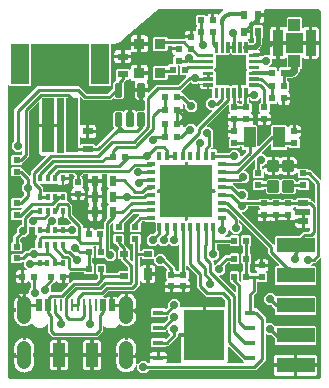
<source format=gbr>
G04 EAGLE Gerber RS-274X export*
G75*
%MOMM*%
%FSLAX34Y34*%
%LPD*%
%INTop Copper*%
%IPPOS*%
%AMOC8*
5,1,8,0,0,1.08239X$1,22.5*%
G01*
%ADD10R,0.600000X0.500000*%
%ADD11R,0.600000X0.900000*%
%ADD12R,0.900000X0.600000*%
%ADD13R,1.000000X1.800000*%
%ADD14R,0.800000X0.350000*%
%ADD15R,0.350000X0.800000*%
%ADD16R,4.400000X4.400000*%
%ADD17R,0.711200X1.016000*%
%ADD18R,0.685800X0.609600*%
%ADD19C,0.067500*%
%ADD20R,2.500000X2.500000*%
%ADD21R,0.500000X0.600000*%
%ADD22R,0.850000X2.200000*%
%ADD23R,1.000000X1.050000*%
%ADD24R,0.600000X0.800000*%
%ADD25R,0.950000X0.450000*%
%ADD26R,3.450000X4.350000*%
%ADD27C,0.300000*%
%ADD28R,1.000000X4.600000*%
%ADD29R,1.600000X3.400000*%
%ADD30R,0.520000X1.000000*%
%ADD31R,0.270000X1.000000*%
%ADD32R,1.000000X2.000000*%
%ADD33C,1.158000*%
%ADD34C,1.200000*%
%ADD35R,0.450000X0.600000*%
%ADD36R,3.175000X1.270000*%
%ADD37R,0.940000X0.890000*%
%ADD38C,0.254000*%
%ADD39C,0.711200*%
%ADD40C,0.304800*%
%ADD41C,0.381000*%
%ADD42C,0.609600*%

G36*
X6267Y3813D02*
X6267Y3813D01*
X6287Y3811D01*
X7827Y3876D01*
X7896Y3857D01*
X7966Y3829D01*
X8031Y3822D01*
X8061Y3814D01*
X8087Y3816D01*
X8133Y3811D01*
X266601Y3811D01*
X266613Y3813D01*
X266634Y3811D01*
X266913Y3824D01*
X266945Y3830D01*
X267040Y3840D01*
X267443Y3926D01*
X267496Y3947D01*
X267552Y3958D01*
X267643Y4004D01*
X267672Y4016D01*
X267682Y4024D01*
X267702Y4034D01*
X268429Y4513D01*
X268505Y4583D01*
X268585Y4649D01*
X268599Y4669D01*
X268610Y4679D01*
X268625Y4707D01*
X268681Y4787D01*
X269094Y5554D01*
X269113Y5608D01*
X269140Y5658D01*
X269164Y5756D01*
X269174Y5786D01*
X269174Y5800D01*
X269179Y5821D01*
X269233Y6256D01*
X269232Y6287D01*
X269239Y6351D01*
X269158Y105126D01*
X269146Y105197D01*
X269144Y105268D01*
X269126Y105317D01*
X269118Y105369D01*
X269084Y105432D01*
X269060Y105499D01*
X269027Y105540D01*
X269003Y105586D01*
X268951Y105635D01*
X268906Y105691D01*
X268862Y105719D01*
X268824Y105755D01*
X268759Y105785D01*
X268699Y105824D01*
X268648Y105837D01*
X268601Y105859D01*
X268530Y105867D01*
X268461Y105884D01*
X268408Y105880D01*
X268356Y105886D01*
X268287Y105871D01*
X268216Y105865D01*
X268167Y105845D01*
X268116Y105833D01*
X268055Y105797D01*
X267989Y105769D01*
X267933Y105724D01*
X267905Y105707D01*
X267890Y105689D01*
X267858Y105664D01*
X264048Y101853D01*
X262516Y101853D01*
X262426Y101839D01*
X262335Y101831D01*
X262305Y101819D01*
X262273Y101814D01*
X262193Y101771D01*
X262109Y101735D01*
X262076Y101709D01*
X262056Y101698D01*
X262034Y101675D01*
X261978Y101630D01*
X260961Y100614D01*
X260920Y100556D01*
X260870Y100504D01*
X260848Y100457D01*
X260818Y100415D01*
X260797Y100346D01*
X260767Y100281D01*
X260761Y100229D01*
X260746Y100179D01*
X260747Y100108D01*
X260740Y100037D01*
X260751Y99986D01*
X260752Y99934D01*
X260777Y99866D01*
X260792Y99796D01*
X260819Y99751D01*
X260836Y99703D01*
X260881Y99647D01*
X260918Y99585D01*
X260958Y99551D01*
X260990Y99511D01*
X261050Y99472D01*
X261105Y99425D01*
X261153Y99406D01*
X261197Y99378D01*
X261267Y99360D01*
X261333Y99333D01*
X261404Y99325D01*
X261436Y99317D01*
X261459Y99319D01*
X261500Y99315D01*
X263903Y99315D01*
X264796Y98422D01*
X264796Y84458D01*
X263903Y83565D01*
X230889Y83565D01*
X229996Y84458D01*
X229996Y98422D01*
X230889Y99315D01*
X232715Y99315D01*
X232786Y99326D01*
X232858Y99328D01*
X232907Y99346D01*
X232958Y99354D01*
X233021Y99388D01*
X233089Y99413D01*
X233129Y99445D01*
X233175Y99470D01*
X233225Y99522D01*
X233281Y99566D01*
X233309Y99610D01*
X233345Y99648D01*
X233375Y99713D01*
X233414Y99773D01*
X233426Y99824D01*
X233448Y99871D01*
X233456Y99942D01*
X233474Y100012D01*
X233470Y100064D01*
X233475Y100115D01*
X233460Y100186D01*
X233455Y100257D01*
X233434Y100305D01*
X233423Y100356D01*
X233386Y100417D01*
X233358Y100483D01*
X233313Y100539D01*
X233297Y100567D01*
X233279Y100582D01*
X233253Y100614D01*
X224093Y109775D01*
X224093Y113908D01*
X224078Y113998D01*
X224071Y114089D01*
X224058Y114119D01*
X224053Y114151D01*
X224010Y114232D01*
X223974Y114316D01*
X223949Y114348D01*
X223938Y114369D01*
X223914Y114391D01*
X223870Y114447D01*
X200690Y137626D01*
X200632Y137668D01*
X200580Y137717D01*
X200533Y137739D01*
X200491Y137770D01*
X200422Y137791D01*
X200357Y137821D01*
X200305Y137827D01*
X200255Y137842D01*
X200184Y137840D01*
X200113Y137848D01*
X200062Y137837D01*
X200010Y137836D01*
X199942Y137811D01*
X199872Y137796D01*
X199827Y137769D01*
X199779Y137751D01*
X199723Y137706D01*
X199661Y137670D01*
X199627Y137630D01*
X199587Y137597D01*
X199548Y137537D01*
X199501Y137483D01*
X199482Y137434D01*
X199454Y137391D01*
X199436Y137321D01*
X199409Y137255D01*
X199401Y137183D01*
X199393Y137152D01*
X199395Y137129D01*
X199391Y137088D01*
X199391Y136532D01*
X199405Y136442D01*
X199413Y136351D01*
X199425Y136321D01*
X199430Y136289D01*
X199473Y136208D01*
X199509Y136125D01*
X199535Y136092D01*
X199546Y136072D01*
X199569Y136050D01*
X199614Y135994D01*
X201677Y133931D01*
X201677Y129721D01*
X198701Y126745D01*
X194491Y126745D01*
X191800Y129437D01*
X191742Y129478D01*
X191690Y129528D01*
X191643Y129550D01*
X191601Y129580D01*
X191532Y129601D01*
X191467Y129631D01*
X191415Y129637D01*
X191365Y129652D01*
X191294Y129651D01*
X191223Y129658D01*
X191172Y129647D01*
X191120Y129646D01*
X191052Y129621D01*
X190982Y129606D01*
X190937Y129579D01*
X190889Y129562D01*
X190833Y129517D01*
X190771Y129480D01*
X190737Y129440D01*
X190697Y129408D01*
X190658Y129348D01*
X190611Y129293D01*
X190592Y129245D01*
X190564Y129201D01*
X190546Y129132D01*
X190519Y129065D01*
X190511Y128994D01*
X190503Y128962D01*
X190505Y128939D01*
X190501Y128898D01*
X190501Y127435D01*
X187809Y124744D01*
X187768Y124686D01*
X187718Y124634D01*
X187696Y124587D01*
X187666Y124545D01*
X187645Y124476D01*
X187615Y124411D01*
X187609Y124359D01*
X187594Y124309D01*
X187595Y124238D01*
X187588Y124167D01*
X187599Y124116D01*
X187600Y124064D01*
X187625Y123996D01*
X187640Y123926D01*
X187667Y123881D01*
X187684Y123833D01*
X187729Y123777D01*
X187766Y123715D01*
X187806Y123681D01*
X187838Y123641D01*
X187898Y123602D01*
X187953Y123555D01*
X188001Y123536D01*
X188045Y123508D01*
X188114Y123490D01*
X188181Y123463D01*
X188252Y123455D01*
X188284Y123447D01*
X188307Y123449D01*
X188348Y123445D01*
X190874Y123445D01*
X190894Y123448D01*
X190913Y123446D01*
X191015Y123468D01*
X191117Y123484D01*
X191134Y123494D01*
X191154Y123498D01*
X191243Y123551D01*
X191334Y123600D01*
X191348Y123614D01*
X191365Y123624D01*
X191432Y123703D01*
X191504Y123778D01*
X191512Y123796D01*
X191525Y123811D01*
X191564Y123907D01*
X191607Y124001D01*
X191609Y124021D01*
X191617Y124039D01*
X191635Y124206D01*
X191635Y124282D01*
X192528Y125175D01*
X198792Y125175D01*
X199685Y124282D01*
X199685Y117018D01*
X198792Y116125D01*
X192528Y116125D01*
X191635Y117018D01*
X191635Y117094D01*
X191632Y117114D01*
X191634Y117133D01*
X191612Y117235D01*
X191596Y117337D01*
X191586Y117354D01*
X191582Y117374D01*
X191529Y117463D01*
X191480Y117554D01*
X191466Y117568D01*
X191456Y117585D01*
X191377Y117652D01*
X191302Y117724D01*
X191284Y117732D01*
X191269Y117745D01*
X191173Y117784D01*
X191079Y117827D01*
X191059Y117829D01*
X191041Y117837D01*
X190874Y117855D01*
X181356Y117855D01*
X181336Y117852D01*
X181317Y117854D01*
X181215Y117832D01*
X181113Y117816D01*
X181096Y117806D01*
X181076Y117802D01*
X180987Y117749D01*
X180896Y117700D01*
X180882Y117686D01*
X180865Y117676D01*
X180798Y117597D01*
X180726Y117522D01*
X180718Y117504D01*
X180705Y117489D01*
X180666Y117393D01*
X180623Y117299D01*
X180621Y117279D01*
X180613Y117261D01*
X180595Y117094D01*
X180595Y113926D01*
X180609Y113836D01*
X180617Y113745D01*
X180629Y113715D01*
X180634Y113683D01*
X180677Y113602D01*
X180713Y113519D01*
X180739Y113486D01*
X180750Y113466D01*
X180773Y113444D01*
X180818Y113388D01*
X182881Y111325D01*
X182881Y107115D01*
X179905Y104139D01*
X178511Y104139D01*
X178440Y104128D01*
X178368Y104126D01*
X178319Y104108D01*
X178268Y104100D01*
X178205Y104066D01*
X178137Y104041D01*
X178097Y104009D01*
X178051Y103984D01*
X178001Y103933D01*
X177945Y103888D01*
X177917Y103844D01*
X177881Y103806D01*
X177851Y103741D01*
X177812Y103681D01*
X177800Y103630D01*
X177778Y103583D01*
X177770Y103512D01*
X177752Y103442D01*
X177756Y103390D01*
X177751Y103339D01*
X177766Y103268D01*
X177771Y103197D01*
X177792Y103149D01*
X177803Y103098D01*
X177840Y103037D01*
X177868Y102971D01*
X177913Y102915D01*
X177929Y102887D01*
X177947Y102872D01*
X177973Y102840D01*
X178055Y102758D01*
X178055Y100718D01*
X178066Y100647D01*
X178068Y100575D01*
X178086Y100526D01*
X178094Y100475D01*
X178128Y100412D01*
X178153Y100344D01*
X178185Y100304D01*
X178210Y100258D01*
X178262Y100208D01*
X178306Y100152D01*
X178350Y100124D01*
X178388Y100088D01*
X178453Y100058D01*
X178513Y100019D01*
X178564Y100007D01*
X178611Y99985D01*
X178682Y99977D01*
X178752Y99959D01*
X178804Y99963D01*
X178855Y99958D01*
X178926Y99973D01*
X178997Y99978D01*
X179045Y99999D01*
X179096Y100010D01*
X179157Y100047D01*
X179223Y100075D01*
X179279Y100119D01*
X179307Y100136D01*
X179322Y100154D01*
X179354Y100179D01*
X180775Y101601D01*
X181153Y101601D01*
X181243Y101615D01*
X181334Y101623D01*
X181364Y101635D01*
X181396Y101640D01*
X181476Y101683D01*
X181560Y101719D01*
X181592Y101745D01*
X181613Y101756D01*
X181635Y101779D01*
X181691Y101824D01*
X188072Y108205D01*
X190874Y108205D01*
X190894Y108208D01*
X190913Y108206D01*
X191015Y108228D01*
X191117Y108244D01*
X191134Y108254D01*
X191154Y108258D01*
X191243Y108311D01*
X191334Y108360D01*
X191348Y108374D01*
X191365Y108384D01*
X191432Y108463D01*
X191504Y108538D01*
X191512Y108556D01*
X191525Y108571D01*
X191564Y108667D01*
X191607Y108761D01*
X191609Y108781D01*
X191617Y108799D01*
X191635Y108966D01*
X191635Y109042D01*
X192528Y109935D01*
X198792Y109935D01*
X199685Y109042D01*
X199685Y101778D01*
X198792Y100885D01*
X192528Y100885D01*
X191635Y101778D01*
X191635Y101854D01*
X191632Y101874D01*
X191634Y101893D01*
X191612Y101995D01*
X191596Y102097D01*
X191586Y102114D01*
X191582Y102134D01*
X191529Y102223D01*
X191480Y102314D01*
X191466Y102328D01*
X191456Y102345D01*
X191377Y102412D01*
X191302Y102484D01*
X191284Y102492D01*
X191269Y102505D01*
X191173Y102544D01*
X191079Y102587D01*
X191059Y102589D01*
X191041Y102597D01*
X190874Y102615D01*
X190703Y102615D01*
X190613Y102601D01*
X190522Y102593D01*
X190492Y102581D01*
X190460Y102576D01*
X190380Y102533D01*
X190296Y102497D01*
X190264Y102471D01*
X190243Y102460D01*
X190221Y102437D01*
X190165Y102392D01*
X187717Y99945D01*
X187705Y99928D01*
X187690Y99916D01*
X187634Y99829D01*
X187574Y99745D01*
X187568Y99726D01*
X187557Y99709D01*
X187532Y99609D01*
X187501Y99510D01*
X187502Y99490D01*
X187497Y99471D01*
X187505Y99368D01*
X187508Y99264D01*
X187514Y99245D01*
X187516Y99225D01*
X187556Y99130D01*
X187592Y99033D01*
X187604Y99017D01*
X187612Y98999D01*
X187717Y98868D01*
X187961Y98624D01*
X187961Y94415D01*
X184985Y91439D01*
X183591Y91439D01*
X183520Y91428D01*
X183448Y91426D01*
X183399Y91408D01*
X183348Y91400D01*
X183285Y91366D01*
X183217Y91341D01*
X183177Y91309D01*
X183131Y91284D01*
X183081Y91233D01*
X183025Y91188D01*
X182997Y91144D01*
X182961Y91106D01*
X182931Y91041D01*
X182892Y90981D01*
X182880Y90930D01*
X182858Y90883D01*
X182850Y90812D01*
X182832Y90742D01*
X182836Y90690D01*
X182831Y90639D01*
X182846Y90568D01*
X182851Y90497D01*
X182872Y90449D01*
X182883Y90398D01*
X182920Y90337D01*
X182948Y90271D01*
X182993Y90215D01*
X183009Y90187D01*
X183027Y90172D01*
X183053Y90140D01*
X195846Y77347D01*
X195904Y77305D01*
X195956Y77255D01*
X196003Y77233D01*
X196045Y77203D01*
X196114Y77182D01*
X196179Y77152D01*
X196231Y77146D01*
X196281Y77131D01*
X196352Y77133D01*
X196423Y77125D01*
X196474Y77136D01*
X196526Y77137D01*
X196594Y77162D01*
X196664Y77177D01*
X196708Y77204D01*
X196757Y77222D01*
X196813Y77266D01*
X196875Y77303D01*
X196909Y77343D01*
X196949Y77375D01*
X196988Y77436D01*
X197035Y77490D01*
X197054Y77538D01*
X197082Y77582D01*
X197100Y77652D01*
X197127Y77718D01*
X197135Y77790D01*
X197143Y77821D01*
X197141Y77844D01*
X197145Y77885D01*
X197145Y81289D01*
X197131Y81379D01*
X197123Y81470D01*
X197111Y81500D01*
X197106Y81532D01*
X197063Y81612D01*
X197027Y81696D01*
X197001Y81728D01*
X196990Y81749D01*
X196967Y81771D01*
X196922Y81827D01*
X194885Y83864D01*
X194811Y83917D01*
X194742Y83977D01*
X194712Y83989D01*
X194686Y84008D01*
X194599Y84035D01*
X194526Y84064D01*
X194369Y84221D01*
X194273Y84289D01*
X194178Y84360D01*
X194172Y84362D01*
X194169Y84364D01*
X194154Y84369D01*
X194021Y84419D01*
X193839Y84467D01*
X193481Y85074D01*
X193473Y85084D01*
X193468Y85095D01*
X193364Y85226D01*
X193167Y85422D01*
X193093Y85475D01*
X193024Y85535D01*
X192994Y85547D01*
X192967Y85566D01*
X192881Y85593D01*
X192796Y85627D01*
X192755Y85631D01*
X192732Y85638D01*
X192700Y85637D01*
X192629Y85645D01*
X192528Y85645D01*
X191635Y86538D01*
X191635Y93802D01*
X192528Y94695D01*
X198792Y94695D01*
X199685Y93802D01*
X199685Y87285D01*
X199699Y87195D01*
X199707Y87104D01*
X199719Y87074D01*
X199724Y87042D01*
X199767Y86962D01*
X199803Y86878D01*
X199829Y86845D01*
X199840Y86825D01*
X199863Y86803D01*
X199908Y86747D01*
X200336Y86319D01*
X200394Y86277D01*
X200446Y86227D01*
X200493Y86205D01*
X200535Y86175D01*
X200604Y86154D01*
X200669Y86124D01*
X200721Y86118D01*
X200771Y86103D01*
X200842Y86105D01*
X200913Y86097D01*
X200964Y86108D01*
X201016Y86109D01*
X201084Y86134D01*
X201154Y86149D01*
X201199Y86176D01*
X201247Y86194D01*
X201303Y86238D01*
X201365Y86275D01*
X201399Y86315D01*
X201439Y86347D01*
X201478Y86407D01*
X201525Y86462D01*
X201544Y86510D01*
X201572Y86554D01*
X201590Y86624D01*
X201617Y86690D01*
X201625Y86761D01*
X201633Y86793D01*
X201631Y86816D01*
X201635Y86857D01*
X201635Y93802D01*
X202642Y94809D01*
X202695Y94883D01*
X202755Y94952D01*
X202767Y94982D01*
X202786Y95008D01*
X202813Y95095D01*
X202847Y95180D01*
X202851Y95221D01*
X202858Y95243D01*
X202857Y95276D01*
X202865Y95347D01*
X202865Y100233D01*
X202851Y100323D01*
X202843Y100414D01*
X202831Y100444D01*
X202826Y100476D01*
X202783Y100557D01*
X202747Y100640D01*
X202721Y100673D01*
X202710Y100693D01*
X202687Y100715D01*
X202642Y100771D01*
X201635Y101778D01*
X201635Y109042D01*
X202642Y110049D01*
X202695Y110123D01*
X202755Y110192D01*
X202767Y110222D01*
X202786Y110248D01*
X202813Y110335D01*
X202847Y110420D01*
X202851Y110461D01*
X202858Y110483D01*
X202857Y110516D01*
X202865Y110587D01*
X202865Y115473D01*
X202851Y115563D01*
X202843Y115654D01*
X202831Y115684D01*
X202826Y115716D01*
X202783Y115797D01*
X202747Y115880D01*
X202721Y115913D01*
X202710Y115933D01*
X202687Y115955D01*
X202642Y116011D01*
X201635Y117018D01*
X201635Y124282D01*
X202528Y125175D01*
X208792Y125175D01*
X209685Y124282D01*
X209685Y117018D01*
X208678Y116011D01*
X208625Y115937D01*
X208565Y115868D01*
X208553Y115838D01*
X208534Y115812D01*
X208507Y115725D01*
X208473Y115640D01*
X208469Y115599D01*
X208462Y115577D01*
X208463Y115544D01*
X208455Y115473D01*
X208455Y110587D01*
X208469Y110497D01*
X208477Y110406D01*
X208489Y110376D01*
X208494Y110344D01*
X208537Y110263D01*
X208573Y110180D01*
X208599Y110147D01*
X208610Y110127D01*
X208633Y110105D01*
X208678Y110049D01*
X209685Y109042D01*
X209685Y101778D01*
X208678Y100771D01*
X208625Y100697D01*
X208565Y100628D01*
X208553Y100598D01*
X208534Y100572D01*
X208507Y100485D01*
X208473Y100400D01*
X208469Y100359D01*
X208462Y100337D01*
X208463Y100304D01*
X208455Y100233D01*
X208455Y95347D01*
X208469Y95257D01*
X208477Y95166D01*
X208489Y95136D01*
X208494Y95104D01*
X208537Y95023D01*
X208573Y94940D01*
X208599Y94907D01*
X208610Y94887D01*
X208633Y94865D01*
X208678Y94809D01*
X209685Y93802D01*
X209685Y93726D01*
X209688Y93706D01*
X209686Y93687D01*
X209708Y93585D01*
X209724Y93483D01*
X209734Y93466D01*
X209738Y93446D01*
X209791Y93357D01*
X209840Y93266D01*
X209854Y93252D01*
X209864Y93235D01*
X209943Y93168D01*
X210018Y93096D01*
X210036Y93088D01*
X210051Y93075D01*
X210147Y93036D01*
X210241Y92993D01*
X210261Y92991D01*
X210279Y92983D01*
X210446Y92965D01*
X213691Y92965D01*
X213781Y92979D01*
X213872Y92987D01*
X213902Y92999D01*
X213934Y93004D01*
X214014Y93047D01*
X214098Y93083D01*
X214131Y93109D01*
X214151Y93120D01*
X214173Y93143D01*
X214229Y93188D01*
X214935Y93894D01*
X214982Y93959D01*
X214994Y93971D01*
X214999Y93983D01*
X215005Y93990D01*
X215075Y94086D01*
X215077Y94090D01*
X215079Y94093D01*
X215114Y94206D01*
X215150Y94320D01*
X215150Y94325D01*
X215151Y94329D01*
X215148Y94447D01*
X215146Y94566D01*
X215145Y94570D01*
X215145Y94574D01*
X215104Y94686D01*
X215065Y94798D01*
X215062Y94802D01*
X215061Y94805D01*
X214987Y94898D01*
X214913Y94992D01*
X214909Y94995D01*
X214907Y94997D01*
X214895Y95005D01*
X214778Y95091D01*
X214134Y95463D01*
X213661Y95936D01*
X213326Y96515D01*
X213153Y97162D01*
X213153Y98747D01*
X218206Y98747D01*
X218225Y98750D01*
X218245Y98748D01*
X218347Y98770D01*
X218449Y98786D01*
X218466Y98796D01*
X218486Y98800D01*
X218575Y98853D01*
X218666Y98902D01*
X218680Y98916D01*
X218697Y98926D01*
X218700Y98930D01*
X218754Y98878D01*
X218772Y98870D01*
X218787Y98857D01*
X218884Y98818D01*
X218977Y98775D01*
X218997Y98773D01*
X219015Y98765D01*
X219182Y98747D01*
X224235Y98747D01*
X224235Y97162D01*
X224062Y96515D01*
X223727Y95936D01*
X223254Y95463D01*
X222610Y95091D01*
X222518Y95016D01*
X222425Y94942D01*
X222423Y94938D01*
X222420Y94935D01*
X222357Y94836D01*
X222292Y94735D01*
X222291Y94731D01*
X222289Y94727D01*
X222261Y94612D01*
X222232Y94496D01*
X222233Y94492D01*
X222232Y94488D01*
X222242Y94369D01*
X222251Y94251D01*
X222253Y94247D01*
X222253Y94243D01*
X222301Y94134D01*
X222348Y94025D01*
X222351Y94021D01*
X222352Y94018D01*
X222361Y94008D01*
X222453Y93894D01*
X223219Y93128D01*
X223219Y86864D01*
X222326Y85971D01*
X215646Y85971D01*
X215626Y85968D01*
X215607Y85970D01*
X215505Y85948D01*
X215403Y85932D01*
X215386Y85922D01*
X215366Y85918D01*
X215277Y85865D01*
X215186Y85816D01*
X215172Y85802D01*
X215155Y85792D01*
X215088Y85713D01*
X215016Y85638D01*
X215008Y85620D01*
X214995Y85605D01*
X214956Y85509D01*
X214913Y85415D01*
X214911Y85395D01*
X214903Y85377D01*
X214885Y85210D01*
X214885Y77306D01*
X212198Y74619D01*
X212145Y74545D01*
X212085Y74476D01*
X212073Y74446D01*
X212054Y74420D01*
X212027Y74333D01*
X211993Y74248D01*
X211989Y74207D01*
X211982Y74185D01*
X211983Y74152D01*
X211975Y74081D01*
X211975Y64226D01*
X211978Y64206D01*
X211976Y64187D01*
X211998Y64085D01*
X212014Y63983D01*
X212024Y63966D01*
X212028Y63946D01*
X212081Y63857D01*
X212130Y63766D01*
X212144Y63752D01*
X212154Y63735D01*
X212233Y63668D01*
X212308Y63596D01*
X212326Y63588D01*
X212341Y63575D01*
X212437Y63536D01*
X212531Y63493D01*
X212551Y63491D01*
X212569Y63483D01*
X212736Y63465D01*
X214562Y63465D01*
X215465Y62561D01*
X215469Y62535D01*
X215477Y62444D01*
X215489Y62414D01*
X215494Y62382D01*
X215537Y62302D01*
X215573Y62218D01*
X215599Y62186D01*
X215610Y62165D01*
X215633Y62143D01*
X215678Y62087D01*
X221997Y55768D01*
X221997Y51696D01*
X222008Y51625D01*
X222010Y51553D01*
X222028Y51504D01*
X222036Y51453D01*
X222070Y51390D01*
X222095Y51322D01*
X222127Y51282D01*
X222152Y51236D01*
X222203Y51186D01*
X222248Y51130D01*
X222292Y51102D01*
X222330Y51066D01*
X222395Y51036D01*
X222455Y50997D01*
X222506Y50985D01*
X222553Y50963D01*
X222624Y50955D01*
X222694Y50937D01*
X222746Y50941D01*
X222797Y50936D01*
X222868Y50951D01*
X222939Y50956D01*
X222987Y50977D01*
X223038Y50988D01*
X223099Y51025D01*
X223165Y51053D01*
X223221Y51097D01*
X223249Y51114D01*
X223264Y51132D01*
X223296Y51158D01*
X223448Y51309D01*
X227657Y51309D01*
X230228Y48738D01*
X230301Y48685D01*
X230371Y48625D01*
X230401Y48613D01*
X230427Y48594D01*
X230514Y48567D01*
X230599Y48533D01*
X230640Y48529D01*
X230662Y48522D01*
X230695Y48523D01*
X230766Y48515D01*
X263903Y48515D01*
X264796Y47622D01*
X264796Y33658D01*
X263903Y32765D01*
X230889Y32765D01*
X229996Y33658D01*
X229996Y37516D01*
X229982Y37606D01*
X229974Y37697D01*
X229962Y37727D01*
X229957Y37759D01*
X229914Y37839D01*
X229878Y37923D01*
X229852Y37955D01*
X229841Y37976D01*
X229818Y37998D01*
X229773Y38054D01*
X226903Y40924D01*
X226829Y40977D01*
X226760Y41037D01*
X226730Y41049D01*
X226704Y41068D01*
X226617Y41095D01*
X226532Y41129D01*
X226491Y41133D01*
X226469Y41140D01*
X226436Y41139D01*
X226365Y41147D01*
X223448Y41147D01*
X223296Y41298D01*
X223238Y41340D01*
X223186Y41390D01*
X223139Y41412D01*
X223097Y41442D01*
X223028Y41463D01*
X222963Y41493D01*
X222911Y41499D01*
X222861Y41514D01*
X222790Y41513D01*
X222719Y41520D01*
X222668Y41509D01*
X222616Y41508D01*
X222548Y41483D01*
X222478Y41468D01*
X222433Y41441D01*
X222385Y41424D01*
X222329Y41379D01*
X222267Y41342D01*
X222233Y41302D01*
X222193Y41270D01*
X222154Y41210D01*
X222107Y41155D01*
X222088Y41107D01*
X222060Y41063D01*
X222042Y40994D01*
X222015Y40927D01*
X222007Y40856D01*
X221999Y40824D01*
X222001Y40801D01*
X221997Y40760D01*
X221997Y19416D01*
X213756Y11175D01*
X123451Y11175D01*
X123361Y11161D01*
X123270Y11153D01*
X123240Y11141D01*
X123208Y11136D01*
X123127Y11093D01*
X123044Y11057D01*
X123011Y11031D01*
X122991Y11020D01*
X122969Y10997D01*
X122913Y10952D01*
X120723Y8762D01*
X116513Y8762D01*
X113537Y11738D01*
X113537Y14358D01*
X113522Y14454D01*
X113512Y14551D01*
X113502Y14575D01*
X113498Y14600D01*
X113452Y14686D01*
X113412Y14775D01*
X113395Y14795D01*
X113382Y14818D01*
X113312Y14885D01*
X113246Y14957D01*
X113223Y14969D01*
X113204Y14987D01*
X113116Y15028D01*
X113030Y15075D01*
X113005Y15080D01*
X112981Y15091D01*
X112884Y15102D01*
X112788Y15119D01*
X112762Y15115D01*
X112737Y15118D01*
X112642Y15097D01*
X112545Y15083D01*
X112522Y15071D01*
X112496Y15066D01*
X112413Y15016D01*
X112326Y14972D01*
X112307Y14953D01*
X112285Y14939D01*
X112222Y14865D01*
X112154Y14796D01*
X112138Y14767D01*
X112125Y14753D01*
X112113Y14722D01*
X112073Y14649D01*
X111729Y13819D01*
X110794Y12420D01*
X109604Y11230D01*
X108742Y10654D01*
X108716Y10630D01*
X108670Y10605D01*
X108623Y10574D01*
X108611Y10563D01*
X108597Y10556D01*
X108563Y10522D01*
X108479Y10478D01*
X108224Y10308D01*
X108219Y10303D01*
X108213Y10300D01*
X108132Y10230D01*
X108085Y10211D01*
X108042Y10174D01*
X108023Y10163D01*
X107937Y10136D01*
X107863Y10099D01*
X107785Y10070D01*
X107742Y10038D01*
X107718Y10026D01*
X107697Y10005D01*
X107650Y9970D01*
X107580Y9906D01*
X107542Y9895D01*
X107498Y9863D01*
X107378Y9836D01*
X107303Y9806D01*
X107225Y9784D01*
X107177Y9755D01*
X107150Y9744D01*
X107128Y9726D01*
X107082Y9698D01*
X106989Y9627D01*
X106961Y9621D01*
X106913Y9593D01*
X106908Y9591D01*
X106808Y9578D01*
X106729Y9554D01*
X106648Y9539D01*
X106600Y9515D01*
X106573Y9507D01*
X106549Y9490D01*
X106497Y9464D01*
X106421Y9415D01*
X106367Y9409D01*
X106316Y9384D01*
X106277Y9374D01*
X106201Y9370D01*
X106120Y9354D01*
X106038Y9345D01*
X105988Y9326D01*
X105960Y9320D01*
X105935Y9306D01*
X105881Y9285D01*
X105797Y9241D01*
X105756Y9239D01*
X105703Y9220D01*
X105698Y9219D01*
X105581Y9224D01*
X105501Y9214D01*
X105420Y9213D01*
X105366Y9198D01*
X105337Y9194D01*
X105311Y9182D01*
X105259Y9167D01*
X105154Y9124D01*
X105125Y9125D01*
X105071Y9110D01*
X105066Y9110D01*
X104950Y9125D01*
X104869Y9123D01*
X104788Y9129D01*
X104733Y9118D01*
X104704Y9117D01*
X104678Y9107D01*
X104623Y9097D01*
X104525Y9066D01*
X104490Y9071D01*
X104435Y9061D01*
X104407Y9060D01*
X104326Y9079D01*
X104243Y9083D01*
X104160Y9097D01*
X104108Y9091D01*
X104081Y9093D01*
X104052Y9085D01*
X103994Y9079D01*
X103907Y9059D01*
X103863Y9069D01*
X103807Y9064D01*
X103800Y9064D01*
X103697Y9097D01*
X103616Y9108D01*
X103537Y9129D01*
X103482Y9127D01*
X103453Y9131D01*
X103425Y9126D01*
X103370Y9125D01*
X103262Y9111D01*
X103225Y9123D01*
X103169Y9122D01*
X103159Y9124D01*
X103057Y9166D01*
X102978Y9185D01*
X102901Y9212D01*
X102845Y9216D01*
X102817Y9222D01*
X102789Y9220D01*
X102734Y9223D01*
X102625Y9219D01*
X102598Y9230D01*
X102543Y9234D01*
X102542Y9235D01*
X102445Y9285D01*
X102367Y9311D01*
X102292Y9345D01*
X102238Y9353D01*
X102211Y9362D01*
X102182Y9361D01*
X102126Y9370D01*
X102032Y9374D01*
X101986Y9398D01*
X101930Y9408D01*
X101887Y9423D01*
X101823Y9464D01*
X101747Y9497D01*
X101675Y9538D01*
X101623Y9550D01*
X101597Y9562D01*
X101568Y9564D01*
X101512Y9578D01*
X101417Y9590D01*
X101388Y9609D01*
X101338Y9622D01*
X101238Y9698D01*
X101167Y9736D01*
X101101Y9782D01*
X101047Y9800D01*
X101021Y9814D01*
X100994Y9818D01*
X100942Y9836D01*
X100830Y9861D01*
X100806Y9880D01*
X100754Y9898D01*
X100739Y9907D01*
X100670Y9970D01*
X100601Y10016D01*
X100536Y10069D01*
X100488Y10090D01*
X100464Y10105D01*
X100436Y10113D01*
X100383Y10136D01*
X100294Y10164D01*
X100263Y10193D01*
X100212Y10216D01*
X100173Y10243D01*
X100096Y10308D01*
X99829Y10486D01*
X99807Y10496D01*
X99756Y10524D01*
X99695Y10576D01*
X99650Y10606D01*
X99618Y10620D01*
X99585Y10648D01*
X99581Y10652D01*
X99580Y10652D01*
X99578Y10654D01*
X98716Y11230D01*
X97526Y12420D01*
X96591Y13818D01*
X95947Y15373D01*
X95619Y17023D01*
X95619Y22341D01*
X96338Y22341D01*
X96358Y22344D01*
X96377Y22342D01*
X96479Y22364D01*
X96581Y22381D01*
X96598Y22390D01*
X96618Y22394D01*
X96707Y22447D01*
X96798Y22496D01*
X96812Y22510D01*
X96829Y22520D01*
X96896Y22599D01*
X96968Y22674D01*
X96976Y22692D01*
X96989Y22707D01*
X97028Y22803D01*
X97071Y22897D01*
X97073Y22917D01*
X97081Y22935D01*
X97099Y23102D01*
X97099Y24626D01*
X97096Y24646D01*
X97098Y24665D01*
X97076Y24767D01*
X97060Y24869D01*
X97050Y24886D01*
X97046Y24906D01*
X96993Y24995D01*
X96944Y25086D01*
X96930Y25100D01*
X96920Y25117D01*
X96841Y25184D01*
X96766Y25255D01*
X96748Y25264D01*
X96733Y25277D01*
X96637Y25316D01*
X96543Y25359D01*
X96523Y25361D01*
X96505Y25369D01*
X96338Y25387D01*
X95619Y25387D01*
X95619Y30705D01*
X95947Y32355D01*
X96591Y33910D01*
X97526Y35308D01*
X98716Y36498D01*
X100114Y37433D01*
X101669Y38077D01*
X102637Y38269D01*
X102637Y37335D01*
X102652Y37243D01*
X102660Y37150D01*
X102672Y37122D01*
X102677Y37092D01*
X102720Y37010D01*
X102757Y36924D01*
X102777Y36902D01*
X102792Y36875D01*
X102859Y36811D01*
X102922Y36741D01*
X102948Y36726D01*
X102970Y36706D01*
X103055Y36666D01*
X103136Y36620D01*
X103173Y36611D01*
X103193Y36602D01*
X103225Y36598D01*
X103299Y36580D01*
X103370Y36571D01*
X103451Y36573D01*
X103532Y36567D01*
X103587Y36578D01*
X103616Y36579D01*
X103642Y36589D01*
X103697Y36599D01*
X103795Y36630D01*
X103830Y36625D01*
X103885Y36635D01*
X103913Y36636D01*
X103994Y36617D01*
X104077Y36613D01*
X104160Y36599D01*
X104212Y36605D01*
X104239Y36603D01*
X104268Y36611D01*
X104326Y36617D01*
X104413Y36637D01*
X104457Y36627D01*
X104513Y36632D01*
X104520Y36632D01*
X104623Y36599D01*
X104704Y36588D01*
X104782Y36568D01*
X104838Y36569D01*
X104867Y36565D01*
X104895Y36570D01*
X104950Y36571D01*
X105021Y36580D01*
X105111Y36607D01*
X105202Y36627D01*
X105228Y36643D01*
X105257Y36651D01*
X105333Y36705D01*
X105413Y36753D01*
X105433Y36776D01*
X105457Y36794D01*
X105512Y36869D01*
X105573Y36940D01*
X105584Y36968D01*
X105602Y36993D01*
X105630Y37082D01*
X105665Y37168D01*
X105669Y37206D01*
X105676Y37227D01*
X105675Y37260D01*
X105683Y37335D01*
X105683Y38269D01*
X106651Y38077D01*
X108206Y37433D01*
X109604Y36498D01*
X110794Y35308D01*
X111729Y33910D01*
X112373Y32355D01*
X112701Y30705D01*
X112701Y25387D01*
X111982Y25387D01*
X111962Y25384D01*
X111943Y25386D01*
X111841Y25364D01*
X111739Y25347D01*
X111722Y25338D01*
X111702Y25334D01*
X111613Y25281D01*
X111522Y25232D01*
X111508Y25218D01*
X111491Y25208D01*
X111424Y25129D01*
X111352Y25054D01*
X111344Y25036D01*
X111331Y25021D01*
X111292Y24925D01*
X111249Y24831D01*
X111247Y24811D01*
X111239Y24793D01*
X111221Y24626D01*
X111221Y23102D01*
X111224Y23082D01*
X111222Y23063D01*
X111244Y22961D01*
X111260Y22859D01*
X111270Y22842D01*
X111274Y22822D01*
X111327Y22733D01*
X111376Y22642D01*
X111390Y22628D01*
X111400Y22611D01*
X111479Y22544D01*
X111554Y22473D01*
X111572Y22464D01*
X111587Y22451D01*
X111683Y22412D01*
X111777Y22369D01*
X111797Y22367D01*
X111815Y22359D01*
X111982Y22341D01*
X112701Y22341D01*
X112701Y16949D01*
X112712Y16878D01*
X112714Y16806D01*
X112732Y16757D01*
X112740Y16706D01*
X112774Y16643D01*
X112799Y16575D01*
X112831Y16535D01*
X112856Y16489D01*
X112908Y16439D01*
X112952Y16383D01*
X112996Y16355D01*
X113034Y16319D01*
X113099Y16289D01*
X113159Y16250D01*
X113210Y16238D01*
X113257Y16216D01*
X113328Y16208D01*
X113398Y16190D01*
X113450Y16194D01*
X113501Y16189D01*
X113572Y16204D01*
X113643Y16209D01*
X113691Y16230D01*
X113742Y16241D01*
X113803Y16278D01*
X113869Y16306D01*
X113925Y16350D01*
X113953Y16367D01*
X113968Y16385D01*
X114000Y16410D01*
X116513Y18924D01*
X120723Y18924D01*
X122659Y16988D01*
X122732Y16935D01*
X122802Y16875D01*
X122832Y16863D01*
X122858Y16844D01*
X122945Y16817D01*
X123030Y16783D01*
X123071Y16779D01*
X123093Y16772D01*
X123126Y16773D01*
X123197Y16765D01*
X123665Y16765D01*
X123759Y16780D01*
X123854Y16789D01*
X123879Y16800D01*
X123907Y16804D01*
X123991Y16849D01*
X124079Y16887D01*
X124100Y16906D01*
X124125Y16920D01*
X124190Y16989D01*
X124261Y17053D01*
X124275Y17077D01*
X124294Y17098D01*
X124334Y17184D01*
X124381Y17268D01*
X124386Y17295D01*
X124398Y17321D01*
X124408Y17416D01*
X124426Y17509D01*
X124422Y17537D01*
X124425Y17565D01*
X124405Y17659D01*
X124391Y17753D01*
X124377Y17785D01*
X124373Y17806D01*
X124356Y17834D01*
X124324Y17907D01*
X124062Y18359D01*
X123889Y19006D01*
X123889Y20466D01*
X130817Y20466D01*
X130836Y20469D01*
X130856Y20467D01*
X130958Y20489D01*
X131060Y20505D01*
X131077Y20515D01*
X131097Y20519D01*
X131175Y20566D01*
X131245Y20537D01*
X131338Y20494D01*
X131358Y20492D01*
X131376Y20484D01*
X131543Y20466D01*
X138471Y20466D01*
X138471Y19006D01*
X138298Y18359D01*
X138036Y17907D01*
X138002Y17817D01*
X137962Y17731D01*
X137959Y17703D01*
X137949Y17677D01*
X137946Y17581D01*
X137935Y17487D01*
X137941Y17459D01*
X137940Y17431D01*
X137967Y17339D01*
X137987Y17246D01*
X138002Y17222D01*
X138010Y17195D01*
X138065Y17117D01*
X138114Y17035D01*
X138135Y17017D01*
X138151Y16994D01*
X138228Y16937D01*
X138301Y16875D01*
X138327Y16865D01*
X138349Y16848D01*
X138440Y16819D01*
X138529Y16783D01*
X138564Y16779D01*
X138584Y16773D01*
X138617Y16773D01*
X138695Y16765D01*
X149905Y16765D01*
X149999Y16780D01*
X150094Y16789D01*
X150120Y16800D01*
X150147Y16804D01*
X150232Y16849D01*
X150319Y16887D01*
X150340Y16906D01*
X150365Y16920D01*
X150430Y16989D01*
X150501Y17053D01*
X150515Y17077D01*
X150534Y17098D01*
X150574Y17184D01*
X150621Y17268D01*
X150626Y17295D01*
X150638Y17321D01*
X150648Y17416D01*
X150666Y17510D01*
X150662Y17537D01*
X150665Y17565D01*
X150645Y17659D01*
X150631Y17753D01*
X150617Y17785D01*
X150613Y17806D01*
X150596Y17834D01*
X150564Y17907D01*
X150562Y17909D01*
X150389Y18556D01*
X150389Y39117D01*
X169418Y39117D01*
X169438Y39120D01*
X169457Y39118D01*
X169559Y39140D01*
X169661Y39157D01*
X169678Y39166D01*
X169698Y39170D01*
X169787Y39223D01*
X169878Y39272D01*
X169892Y39286D01*
X169909Y39296D01*
X169976Y39375D01*
X170047Y39450D01*
X170056Y39468D01*
X170069Y39483D01*
X170108Y39579D01*
X170151Y39673D01*
X170153Y39693D01*
X170161Y39711D01*
X170179Y39878D01*
X170179Y40641D01*
X170942Y40641D01*
X170962Y40644D01*
X170981Y40642D01*
X171083Y40664D01*
X171185Y40681D01*
X171202Y40690D01*
X171222Y40694D01*
X171311Y40747D01*
X171402Y40796D01*
X171416Y40810D01*
X171433Y40820D01*
X171500Y40899D01*
X171571Y40974D01*
X171580Y40992D01*
X171593Y41007D01*
X171632Y41103D01*
X171675Y41197D01*
X171677Y41217D01*
X171685Y41235D01*
X171703Y41402D01*
X171703Y64931D01*
X187176Y64931D01*
X187196Y64934D01*
X187215Y64932D01*
X187317Y64954D01*
X187419Y64970D01*
X187436Y64980D01*
X187456Y64984D01*
X187545Y65037D01*
X187636Y65086D01*
X187650Y65100D01*
X187667Y65110D01*
X187734Y65189D01*
X187806Y65264D01*
X187814Y65282D01*
X187827Y65297D01*
X187866Y65393D01*
X187909Y65487D01*
X187911Y65507D01*
X187919Y65525D01*
X187937Y65692D01*
X187937Y69905D01*
X187923Y69995D01*
X187915Y70086D01*
X187903Y70116D01*
X187898Y70148D01*
X187855Y70228D01*
X187819Y70312D01*
X187793Y70344D01*
X187782Y70365D01*
X187759Y70387D01*
X187714Y70443D01*
X184975Y73182D01*
X184901Y73235D01*
X184832Y73295D01*
X184802Y73307D01*
X184775Y73326D01*
X184688Y73353D01*
X184604Y73387D01*
X184563Y73391D01*
X184540Y73398D01*
X184508Y73397D01*
X184437Y73405D01*
X171562Y73405D01*
X163829Y81138D01*
X163829Y90983D01*
X163815Y91073D01*
X163807Y91164D01*
X163795Y91194D01*
X163790Y91226D01*
X163747Y91306D01*
X163711Y91390D01*
X163685Y91422D01*
X163674Y91443D01*
X163651Y91465D01*
X163606Y91521D01*
X155784Y99343D01*
X155726Y99385D01*
X155674Y99435D01*
X155627Y99457D01*
X155585Y99487D01*
X155516Y99508D01*
X155451Y99538D01*
X155399Y99544D01*
X155349Y99559D01*
X155278Y99557D01*
X155207Y99565D01*
X155156Y99554D01*
X155104Y99553D01*
X155036Y99528D01*
X154966Y99513D01*
X154921Y99486D01*
X154873Y99468D01*
X154817Y99424D01*
X154755Y99387D01*
X154721Y99347D01*
X154681Y99315D01*
X154642Y99254D01*
X154595Y99200D01*
X154576Y99152D01*
X154548Y99108D01*
X154530Y99038D01*
X154503Y98972D01*
X154495Y98900D01*
X154487Y98869D01*
X154489Y98846D01*
X154485Y98805D01*
X154485Y96781D01*
X154488Y96761D01*
X154486Y96742D01*
X154508Y96640D01*
X154524Y96538D01*
X154534Y96521D01*
X154538Y96501D01*
X154591Y96412D01*
X154640Y96321D01*
X154654Y96307D01*
X154664Y96290D01*
X154743Y96223D01*
X154818Y96151D01*
X154836Y96143D01*
X154851Y96130D01*
X154947Y96091D01*
X155041Y96048D01*
X155061Y96046D01*
X155079Y96038D01*
X155246Y96020D01*
X156032Y96020D01*
X156925Y95127D01*
X156925Y88863D01*
X156159Y88097D01*
X156090Y88001D01*
X156019Y87905D01*
X156017Y87901D01*
X156015Y87898D01*
X155980Y87785D01*
X155944Y87671D01*
X155944Y87666D01*
X155943Y87662D01*
X155946Y87544D01*
X155948Y87425D01*
X155949Y87421D01*
X155949Y87417D01*
X155990Y87304D01*
X156030Y87193D01*
X156032Y87190D01*
X156034Y87186D01*
X156108Y87092D01*
X156128Y87067D01*
X156134Y87057D01*
X156139Y87053D01*
X156181Y86999D01*
X156185Y86996D01*
X156187Y86994D01*
X156199Y86986D01*
X156316Y86900D01*
X156960Y86528D01*
X157433Y86055D01*
X157768Y85476D01*
X157941Y84829D01*
X157941Y83244D01*
X152888Y83244D01*
X152869Y83241D01*
X152849Y83243D01*
X152747Y83221D01*
X152645Y83205D01*
X152628Y83195D01*
X152608Y83191D01*
X152519Y83138D01*
X152428Y83089D01*
X152414Y83075D01*
X152397Y83065D01*
X152394Y83061D01*
X152340Y83113D01*
X152322Y83121D01*
X152307Y83134D01*
X152210Y83173D01*
X152117Y83216D01*
X152097Y83218D01*
X152079Y83226D01*
X151912Y83244D01*
X142728Y83244D01*
X142709Y83241D01*
X142689Y83243D01*
X142587Y83221D01*
X142485Y83205D01*
X142468Y83195D01*
X142448Y83191D01*
X142359Y83138D01*
X142268Y83089D01*
X142254Y83075D01*
X142237Y83065D01*
X142234Y83061D01*
X142180Y83113D01*
X142162Y83121D01*
X142147Y83134D01*
X142050Y83173D01*
X141957Y83216D01*
X141937Y83218D01*
X141919Y83226D01*
X141752Y83244D01*
X136699Y83244D01*
X136699Y84829D01*
X136872Y85476D01*
X137207Y86055D01*
X137680Y86528D01*
X138324Y86900D01*
X138358Y86928D01*
X138385Y86942D01*
X138418Y86976D01*
X138509Y87049D01*
X138511Y87053D01*
X138514Y87056D01*
X138577Y87155D01*
X138642Y87256D01*
X138643Y87260D01*
X138645Y87264D01*
X138673Y87379D01*
X138702Y87495D01*
X138701Y87499D01*
X138702Y87503D01*
X138692Y87622D01*
X138683Y87740D01*
X138681Y87744D01*
X138681Y87748D01*
X138633Y87857D01*
X138586Y87966D01*
X138583Y87970D01*
X138582Y87973D01*
X138573Y87983D01*
X138481Y88097D01*
X137715Y88863D01*
X137715Y95127D01*
X138414Y95825D01*
X138426Y95841D01*
X138441Y95854D01*
X138497Y95941D01*
X138557Y96025D01*
X138563Y96044D01*
X138574Y96061D01*
X138599Y96161D01*
X138630Y96260D01*
X138629Y96280D01*
X138634Y96299D01*
X138626Y96402D01*
X138623Y96506D01*
X138617Y96525D01*
X138615Y96544D01*
X138575Y96639D01*
X138539Y96737D01*
X138526Y96753D01*
X138519Y96771D01*
X138414Y96902D01*
X136140Y99176D01*
X136124Y99188D01*
X136111Y99203D01*
X136024Y99259D01*
X135940Y99319D01*
X135921Y99325D01*
X135904Y99336D01*
X135804Y99361D01*
X135705Y99392D01*
X135685Y99391D01*
X135666Y99396D01*
X135563Y99388D01*
X135459Y99385D01*
X135440Y99379D01*
X135420Y99377D01*
X135325Y99337D01*
X135228Y99301D01*
X135212Y99289D01*
X135194Y99281D01*
X135063Y99176D01*
X134946Y99059D01*
X130737Y99059D01*
X127761Y102035D01*
X127761Y104336D01*
X127750Y104407D01*
X127748Y104479D01*
X127730Y104528D01*
X127722Y104579D01*
X127688Y104642D01*
X127663Y104710D01*
X127631Y104750D01*
X127606Y104796D01*
X127555Y104846D01*
X127510Y104902D01*
X127466Y104930D01*
X127428Y104966D01*
X127363Y104996D01*
X127303Y105035D01*
X127252Y105047D01*
X127205Y105069D01*
X127134Y105077D01*
X127064Y105095D01*
X127012Y105091D01*
X126961Y105096D01*
X126890Y105081D01*
X126819Y105076D01*
X126771Y105055D01*
X126720Y105044D01*
X126659Y105007D01*
X126593Y104979D01*
X126537Y104934D01*
X126509Y104918D01*
X126495Y104901D01*
X118367Y104901D01*
X117474Y105794D01*
X117474Y105918D01*
X117471Y105938D01*
X117473Y105957D01*
X117451Y106059D01*
X117435Y106161D01*
X117425Y106178D01*
X117421Y106198D01*
X117368Y106287D01*
X117319Y106378D01*
X117305Y106392D01*
X117295Y106409D01*
X117216Y106476D01*
X117141Y106548D01*
X117123Y106556D01*
X117108Y106569D01*
X117012Y106608D01*
X116918Y106651D01*
X116898Y106653D01*
X116880Y106661D01*
X116713Y106679D01*
X116078Y106679D01*
X116058Y106676D01*
X116039Y106678D01*
X115937Y106656D01*
X115835Y106640D01*
X115818Y106630D01*
X115798Y106626D01*
X115709Y106573D01*
X115618Y106524D01*
X115604Y106510D01*
X115587Y106500D01*
X115520Y106421D01*
X115448Y106346D01*
X115440Y106328D01*
X115427Y106313D01*
X115388Y106217D01*
X115345Y106123D01*
X115343Y106103D01*
X115335Y106085D01*
X115317Y105918D01*
X115317Y99301D01*
X115324Y99253D01*
X115323Y99205D01*
X115344Y99132D01*
X115356Y99058D01*
X115379Y99015D01*
X115393Y98969D01*
X115436Y98907D01*
X115472Y98840D01*
X115506Y98807D01*
X115534Y98768D01*
X115595Y98723D01*
X115650Y98671D01*
X115693Y98651D01*
X115732Y98622D01*
X115804Y98599D01*
X115873Y98567D01*
X115921Y98562D01*
X115966Y98547D01*
X116042Y98549D01*
X116117Y98540D01*
X116164Y98551D01*
X116212Y98551D01*
X116284Y98576D01*
X116358Y98593D01*
X116399Y98617D01*
X116444Y98633D01*
X116504Y98680D01*
X116569Y98719D01*
X116600Y98755D01*
X116638Y98785D01*
X116714Y98888D01*
X116729Y98906D01*
X116731Y98912D01*
X116737Y98920D01*
X116839Y99096D01*
X117312Y99569D01*
X117891Y99904D01*
X118538Y100077D01*
X120905Y100077D01*
X120905Y93218D01*
X120908Y93198D01*
X120906Y93179D01*
X120928Y93077D01*
X120945Y92975D01*
X120954Y92958D01*
X120958Y92938D01*
X121011Y92849D01*
X121060Y92758D01*
X121074Y92744D01*
X121084Y92727D01*
X121163Y92660D01*
X121238Y92589D01*
X121256Y92580D01*
X121271Y92567D01*
X121367Y92528D01*
X121461Y92485D01*
X121481Y92483D01*
X121499Y92475D01*
X121666Y92457D01*
X122429Y92457D01*
X122429Y92455D01*
X121666Y92455D01*
X121646Y92452D01*
X121627Y92454D01*
X121525Y92432D01*
X121423Y92415D01*
X121406Y92406D01*
X121386Y92402D01*
X121297Y92349D01*
X121206Y92300D01*
X121192Y92286D01*
X121175Y92276D01*
X121108Y92197D01*
X121037Y92122D01*
X121028Y92104D01*
X121015Y92089D01*
X120976Y91993D01*
X120933Y91899D01*
X120931Y91879D01*
X120923Y91861D01*
X120905Y91694D01*
X120905Y84835D01*
X118538Y84835D01*
X117891Y85008D01*
X117312Y85343D01*
X116839Y85816D01*
X116737Y85992D01*
X116707Y86029D01*
X116684Y86072D01*
X116630Y86124D01*
X116582Y86182D01*
X116541Y86208D01*
X116506Y86241D01*
X116437Y86273D01*
X116373Y86313D01*
X116326Y86324D01*
X116283Y86345D01*
X116208Y86353D01*
X116134Y86371D01*
X116086Y86366D01*
X116039Y86372D01*
X115965Y86356D01*
X115889Y86349D01*
X115845Y86330D01*
X115798Y86319D01*
X115733Y86281D01*
X115664Y86250D01*
X115628Y86218D01*
X115587Y86193D01*
X115538Y86136D01*
X115482Y86085D01*
X115458Y86043D01*
X115427Y86006D01*
X115399Y85936D01*
X115362Y85870D01*
X115353Y85823D01*
X115335Y85778D01*
X115321Y85650D01*
X115317Y85628D01*
X115318Y85622D01*
X115317Y85611D01*
X115317Y82916D01*
X113457Y81056D01*
X112238Y79837D01*
X110378Y77977D01*
X89422Y77977D01*
X89332Y77963D01*
X89241Y77955D01*
X89211Y77943D01*
X89179Y77938D01*
X89098Y77895D01*
X89014Y77859D01*
X88982Y77833D01*
X88962Y77822D01*
X88939Y77799D01*
X88883Y77754D01*
X84817Y73688D01*
X84776Y73630D01*
X84726Y73578D01*
X84704Y73531D01*
X84674Y73489D01*
X84653Y73420D01*
X84623Y73355D01*
X84617Y73303D01*
X84601Y73253D01*
X84603Y73182D01*
X84595Y73111D01*
X84606Y73060D01*
X84608Y73008D01*
X84632Y72940D01*
X84648Y72870D01*
X84674Y72825D01*
X84692Y72777D01*
X84737Y72721D01*
X84774Y72659D01*
X84813Y72625D01*
X84846Y72585D01*
X84906Y72546D01*
X84961Y72499D01*
X85009Y72480D01*
X85053Y72452D01*
X85122Y72434D01*
X85189Y72407D01*
X85260Y72399D01*
X85291Y72391D01*
X85315Y72393D01*
X85356Y72389D01*
X86976Y72389D01*
X87066Y72403D01*
X87157Y72411D01*
X87187Y72423D01*
X87219Y72428D01*
X87300Y72471D01*
X87384Y72507D01*
X87416Y72533D01*
X87436Y72544D01*
X87459Y72567D01*
X87515Y72612D01*
X87800Y72897D01*
X88379Y73232D01*
X89026Y73405D01*
X90661Y73405D01*
X90661Y66402D01*
X90664Y66383D01*
X90662Y66363D01*
X90684Y66261D01*
X90700Y66159D01*
X90710Y66142D01*
X90714Y66122D01*
X90767Y66033D01*
X90816Y65942D01*
X90830Y65928D01*
X90840Y65911D01*
X90919Y65844D01*
X90994Y65773D01*
X91012Y65764D01*
X91027Y65751D01*
X91123Y65713D01*
X91217Y65669D01*
X91237Y65667D01*
X91255Y65659D01*
X91422Y65641D01*
X92498Y65641D01*
X92518Y65644D01*
X92537Y65642D01*
X92639Y65664D01*
X92741Y65681D01*
X92758Y65690D01*
X92778Y65694D01*
X92867Y65747D01*
X92958Y65796D01*
X92972Y65810D01*
X92989Y65820D01*
X93056Y65899D01*
X93128Y65974D01*
X93136Y65992D01*
X93149Y66007D01*
X93188Y66104D01*
X93231Y66197D01*
X93233Y66217D01*
X93241Y66235D01*
X93259Y66402D01*
X93259Y73405D01*
X94894Y73405D01*
X95541Y73232D01*
X96120Y72897D01*
X96278Y72740D01*
X96354Y72684D01*
X96426Y72624D01*
X96453Y72613D01*
X96477Y72596D01*
X96568Y72568D01*
X96655Y72534D01*
X96684Y72532D01*
X96712Y72524D01*
X96807Y72526D01*
X96901Y72521D01*
X96929Y72529D01*
X96958Y72530D01*
X97047Y72562D01*
X97138Y72588D01*
X97162Y72604D01*
X97189Y72614D01*
X97263Y72673D01*
X97341Y72727D01*
X97365Y72755D01*
X97381Y72768D01*
X97399Y72796D01*
X97449Y72855D01*
X97689Y73215D01*
X98849Y74375D01*
X100214Y75287D01*
X101730Y75915D01*
X102637Y76095D01*
X102637Y74085D01*
X102652Y73993D01*
X102660Y73900D01*
X102672Y73872D01*
X102677Y73842D01*
X102720Y73760D01*
X102757Y73674D01*
X102777Y73652D01*
X102792Y73625D01*
X102859Y73561D01*
X102921Y73491D01*
X102948Y73477D01*
X102970Y73456D01*
X103054Y73416D01*
X103136Y73370D01*
X103173Y73361D01*
X103193Y73352D01*
X103225Y73348D01*
X103298Y73330D01*
X103370Y73321D01*
X103451Y73323D01*
X103532Y73317D01*
X103587Y73328D01*
X103615Y73329D01*
X103642Y73339D01*
X103697Y73349D01*
X103795Y73380D01*
X103830Y73375D01*
X103885Y73385D01*
X103913Y73386D01*
X103994Y73367D01*
X104077Y73363D01*
X104160Y73349D01*
X104212Y73355D01*
X104239Y73353D01*
X104268Y73361D01*
X104326Y73367D01*
X104413Y73387D01*
X104457Y73377D01*
X104513Y73382D01*
X104520Y73382D01*
X104623Y73349D01*
X104704Y73338D01*
X104783Y73317D01*
X104838Y73319D01*
X104867Y73315D01*
X104895Y73320D01*
X104950Y73321D01*
X105022Y73330D01*
X105111Y73357D01*
X105202Y73377D01*
X105228Y73393D01*
X105257Y73401D01*
X105333Y73455D01*
X105413Y73503D01*
X105433Y73526D01*
X105457Y73544D01*
X105512Y73619D01*
X105573Y73690D01*
X105584Y73718D01*
X105602Y73743D01*
X105630Y73832D01*
X105665Y73918D01*
X105669Y73957D01*
X105676Y73978D01*
X105675Y74010D01*
X105683Y74085D01*
X105683Y76095D01*
X106590Y75915D01*
X108106Y75287D01*
X109471Y74375D01*
X110631Y73215D01*
X111543Y71850D01*
X112171Y70334D01*
X112491Y68725D01*
X112491Y63637D01*
X111982Y63637D01*
X111962Y63634D01*
X111943Y63636D01*
X111841Y63614D01*
X111739Y63597D01*
X111722Y63588D01*
X111702Y63584D01*
X111613Y63531D01*
X111522Y63482D01*
X111508Y63468D01*
X111491Y63458D01*
X111424Y63379D01*
X111352Y63304D01*
X111344Y63286D01*
X111331Y63271D01*
X111292Y63175D01*
X111249Y63081D01*
X111247Y63061D01*
X111239Y63043D01*
X111221Y62876D01*
X111221Y61352D01*
X111224Y61332D01*
X111222Y61313D01*
X111244Y61211D01*
X111260Y61109D01*
X111270Y61092D01*
X111274Y61072D01*
X111327Y60983D01*
X111376Y60892D01*
X111390Y60878D01*
X111400Y60861D01*
X111479Y60794D01*
X111554Y60723D01*
X111572Y60714D01*
X111587Y60701D01*
X111683Y60662D01*
X111777Y60619D01*
X111797Y60617D01*
X111815Y60609D01*
X111982Y60591D01*
X112491Y60591D01*
X112491Y55503D01*
X112171Y53894D01*
X111543Y52378D01*
X110631Y51013D01*
X109471Y49853D01*
X108106Y48941D01*
X106590Y48313D01*
X105680Y48132D01*
X105668Y48203D01*
X105660Y48296D01*
X105648Y48324D01*
X105643Y48354D01*
X105600Y48436D01*
X105563Y48522D01*
X105543Y48544D01*
X105528Y48571D01*
X105461Y48635D01*
X105399Y48705D01*
X105372Y48719D01*
X105350Y48740D01*
X105265Y48780D01*
X105184Y48826D01*
X105147Y48835D01*
X105127Y48844D01*
X105095Y48848D01*
X105022Y48866D01*
X104951Y48875D01*
X104869Y48873D01*
X104788Y48879D01*
X104733Y48868D01*
X104705Y48867D01*
X104678Y48857D01*
X104623Y48847D01*
X104525Y48816D01*
X104490Y48821D01*
X104435Y48811D01*
X104407Y48810D01*
X104326Y48829D01*
X104243Y48833D01*
X104160Y48847D01*
X104108Y48841D01*
X104081Y48843D01*
X104052Y48835D01*
X103994Y48829D01*
X103907Y48809D01*
X103863Y48819D01*
X103807Y48814D01*
X103800Y48814D01*
X103697Y48847D01*
X103616Y48858D01*
X103537Y48879D01*
X103482Y48877D01*
X103453Y48881D01*
X103425Y48876D01*
X103370Y48875D01*
X103298Y48866D01*
X103209Y48839D01*
X103118Y48819D01*
X103092Y48803D01*
X103063Y48795D01*
X102987Y48740D01*
X102907Y48693D01*
X102887Y48670D01*
X102863Y48652D01*
X102808Y48577D01*
X102747Y48506D01*
X102736Y48478D01*
X102718Y48453D01*
X102690Y48364D01*
X102655Y48278D01*
X102651Y48239D01*
X102644Y48218D01*
X102645Y48186D01*
X102639Y48133D01*
X101730Y48313D01*
X100214Y48941D01*
X99024Y49736D01*
X98938Y49776D01*
X98855Y49821D01*
X98827Y49826D01*
X98800Y49838D01*
X98706Y49848D01*
X98613Y49865D01*
X98584Y49860D01*
X98555Y49863D01*
X98463Y49843D01*
X98370Y49829D01*
X98344Y49816D01*
X98316Y49809D01*
X98235Y49760D01*
X98150Y49717D01*
X98130Y49696D01*
X98105Y49681D01*
X98045Y49609D01*
X97978Y49541D01*
X97961Y49509D01*
X97950Y49496D01*
X97931Y49480D01*
X97918Y49456D01*
X97802Y49367D01*
X97746Y49308D01*
X97683Y49254D01*
X97653Y49209D01*
X97634Y49188D01*
X97622Y49162D01*
X97590Y49115D01*
X97522Y48984D01*
X97390Y48900D01*
X97330Y48846D01*
X97263Y48798D01*
X97228Y48755D01*
X97207Y48736D01*
X97193Y48711D01*
X97158Y48668D01*
X97074Y48536D01*
X96943Y48468D01*
X96877Y48419D01*
X96806Y48377D01*
X96769Y48338D01*
X96746Y48321D01*
X96730Y48297D01*
X96690Y48256D01*
X96609Y48149D01*
X96605Y48147D01*
X96587Y48129D01*
X96443Y48069D01*
X96374Y48026D01*
X96300Y47991D01*
X96258Y47955D01*
X96234Y47940D01*
X96215Y47918D01*
X96174Y47881D01*
X96075Y47774D01*
X95946Y47733D01*
X95873Y47696D01*
X95795Y47667D01*
X95752Y47635D01*
X95727Y47622D01*
X95706Y47601D01*
X95660Y47567D01*
X95564Y47479D01*
X95549Y47474D01*
X95518Y47452D01*
X95380Y47421D01*
X95303Y47391D01*
X95224Y47369D01*
X95178Y47341D01*
X95151Y47330D01*
X95129Y47312D01*
X95080Y47282D01*
X94966Y47194D01*
X94819Y47175D01*
X94741Y47151D01*
X94660Y47136D01*
X94611Y47112D01*
X94584Y47104D01*
X94560Y47087D01*
X94509Y47062D01*
X94392Y46987D01*
X94373Y46978D01*
X94223Y46971D01*
X94143Y46955D01*
X94061Y46947D01*
X94010Y46927D01*
X93982Y46921D01*
X93957Y46907D01*
X93905Y46886D01*
X93883Y46875D01*
X93773Y46887D01*
X93735Y46887D01*
X93671Y46877D01*
X93605Y46876D01*
X93525Y46853D01*
X93492Y46848D01*
X93475Y46838D01*
X93444Y46830D01*
X93272Y46758D01*
X93256Y46765D01*
X93192Y46770D01*
X93129Y46785D01*
X93070Y46779D01*
X93011Y46784D01*
X92916Y46765D01*
X92884Y46762D01*
X92870Y46756D01*
X92846Y46751D01*
X92659Y46692D01*
X92636Y46704D01*
X92570Y46715D01*
X92507Y46736D01*
X92450Y46735D01*
X92393Y46745D01*
X92292Y46734D01*
X92261Y46734D01*
X92248Y46729D01*
X92226Y46727D01*
X92022Y46682D01*
X92008Y46691D01*
X91945Y46708D01*
X91886Y46733D01*
X91827Y46738D01*
X91770Y46753D01*
X91673Y46751D01*
X91641Y46753D01*
X91626Y46750D01*
X91602Y46749D01*
X91399Y46722D01*
X91365Y46738D01*
X91278Y46784D01*
X91253Y46788D01*
X91231Y46799D01*
X91065Y46824D01*
X90991Y46828D01*
X90967Y46825D01*
X90924Y46828D01*
X90858Y46825D01*
X90833Y46820D01*
X90808Y46821D01*
X90713Y46794D01*
X90617Y46774D01*
X90595Y46762D01*
X90571Y46755D01*
X90519Y46723D01*
X90319Y46750D01*
X90260Y46748D01*
X90202Y46756D01*
X90138Y46744D01*
X90073Y46742D01*
X90018Y46722D01*
X89960Y46711D01*
X89901Y46682D01*
X89694Y46727D01*
X89637Y46730D01*
X89581Y46743D01*
X89514Y46737D01*
X89448Y46741D01*
X89393Y46725D01*
X89336Y46720D01*
X89262Y46691D01*
X89074Y46751D01*
X89015Y46760D01*
X88959Y46778D01*
X88894Y46777D01*
X88830Y46786D01*
X88772Y46776D01*
X88713Y46775D01*
X88651Y46757D01*
X88476Y46830D01*
X88412Y46844D01*
X88352Y46869D01*
X88268Y46878D01*
X88236Y46886D01*
X88217Y46884D01*
X88185Y46887D01*
X88147Y46887D01*
X88115Y46882D01*
X88083Y46885D01*
X88036Y46875D01*
X88015Y46886D01*
X87937Y46912D01*
X87862Y46946D01*
X87808Y46954D01*
X87781Y46963D01*
X87752Y46963D01*
X87697Y46972D01*
X87556Y46978D01*
X87537Y46981D01*
X87412Y47061D01*
X87337Y47093D01*
X87265Y47134D01*
X87212Y47147D01*
X87186Y47158D01*
X87157Y47160D01*
X87102Y47174D01*
X86956Y47193D01*
X86840Y47282D01*
X86767Y47321D01*
X86699Y47368D01*
X86648Y47385D01*
X86623Y47398D01*
X86594Y47403D01*
X86540Y47421D01*
X86412Y47450D01*
X86402Y47458D01*
X86364Y47471D01*
X86260Y47567D01*
X86191Y47613D01*
X86127Y47665D01*
X86078Y47687D01*
X86054Y47702D01*
X86026Y47710D01*
X85974Y47733D01*
X85845Y47774D01*
X85746Y47881D01*
X85682Y47931D01*
X85624Y47988D01*
X85575Y48015D01*
X85553Y48033D01*
X85526Y48042D01*
X85477Y48069D01*
X85307Y48139D01*
X85262Y48150D01*
X85221Y48169D01*
X85143Y48178D01*
X85067Y48196D01*
X85022Y48191D01*
X84977Y48196D01*
X84900Y48180D01*
X84823Y48172D01*
X84781Y48154D01*
X84736Y48144D01*
X84669Y48104D01*
X84598Y48072D01*
X84564Y48041D01*
X84525Y48018D01*
X84474Y47958D01*
X84417Y47906D01*
X84395Y47866D01*
X84365Y47831D01*
X84336Y47758D01*
X84298Y47690D01*
X84290Y47645D01*
X84273Y47603D01*
X84258Y47466D01*
X84255Y47448D01*
X84256Y47443D01*
X84255Y47436D01*
X84255Y43726D01*
X79644Y39115D01*
X41768Y39115D01*
X37845Y43038D01*
X37845Y49126D01*
X37827Y49237D01*
X37812Y49350D01*
X37807Y49359D01*
X37806Y49369D01*
X37753Y49469D01*
X37702Y49570D01*
X37695Y49577D01*
X37690Y49586D01*
X37609Y49664D01*
X37529Y49744D01*
X37519Y49748D01*
X37512Y49756D01*
X37409Y49803D01*
X37308Y49853D01*
X37298Y49855D01*
X37289Y49859D01*
X37177Y49872D01*
X37065Y49887D01*
X37055Y49885D01*
X37045Y49886D01*
X36934Y49862D01*
X36823Y49841D01*
X36814Y49836D01*
X36804Y49834D01*
X36707Y49776D01*
X36609Y49721D01*
X36600Y49712D01*
X36593Y49708D01*
X36577Y49689D01*
X36490Y49602D01*
X35059Y47816D01*
X30960Y46555D01*
X26861Y47816D01*
X24800Y50388D01*
X24754Y50429D01*
X24716Y50478D01*
X24664Y50511D01*
X24617Y50553D01*
X24561Y50577D01*
X24509Y50611D01*
X24449Y50626D01*
X24392Y50650D01*
X24330Y50656D01*
X24270Y50671D01*
X24208Y50666D01*
X24147Y50671D01*
X24087Y50656D01*
X24025Y50652D01*
X23968Y50627D01*
X23908Y50613D01*
X23856Y50579D01*
X23799Y50555D01*
X23728Y50498D01*
X23700Y50481D01*
X23689Y50468D01*
X23668Y50450D01*
X23071Y49853D01*
X21706Y48941D01*
X20190Y48313D01*
X19280Y48132D01*
X19268Y48203D01*
X19260Y48296D01*
X19248Y48324D01*
X19243Y48354D01*
X19200Y48436D01*
X19163Y48522D01*
X19143Y48544D01*
X19128Y48571D01*
X19061Y48635D01*
X18998Y48705D01*
X18972Y48720D01*
X18950Y48740D01*
X18865Y48780D01*
X18784Y48826D01*
X18747Y48835D01*
X18727Y48844D01*
X18695Y48848D01*
X18621Y48866D01*
X18550Y48875D01*
X18469Y48873D01*
X18388Y48879D01*
X18333Y48868D01*
X18304Y48867D01*
X18278Y48857D01*
X18223Y48847D01*
X18125Y48816D01*
X18090Y48821D01*
X18035Y48811D01*
X18007Y48810D01*
X17926Y48829D01*
X17843Y48833D01*
X17760Y48847D01*
X17708Y48841D01*
X17681Y48843D01*
X17652Y48835D01*
X17594Y48829D01*
X17507Y48809D01*
X17463Y48819D01*
X17407Y48814D01*
X17400Y48814D01*
X17297Y48847D01*
X17216Y48858D01*
X17138Y48878D01*
X17082Y48877D01*
X17053Y48881D01*
X17025Y48876D01*
X16970Y48875D01*
X16899Y48866D01*
X16809Y48839D01*
X16718Y48819D01*
X16692Y48803D01*
X16663Y48795D01*
X16587Y48741D01*
X16507Y48693D01*
X16487Y48670D01*
X16463Y48652D01*
X16408Y48577D01*
X16347Y48506D01*
X16336Y48478D01*
X16318Y48453D01*
X16290Y48365D01*
X16255Y48278D01*
X16251Y48240D01*
X16244Y48219D01*
X16245Y48186D01*
X16239Y48133D01*
X15330Y48313D01*
X13814Y48941D01*
X12449Y49853D01*
X11289Y51013D01*
X10377Y52378D01*
X9749Y53894D01*
X9429Y55503D01*
X9429Y60591D01*
X9938Y60591D01*
X9958Y60594D01*
X9977Y60592D01*
X10079Y60614D01*
X10181Y60631D01*
X10198Y60640D01*
X10218Y60644D01*
X10307Y60697D01*
X10398Y60746D01*
X10412Y60760D01*
X10429Y60770D01*
X10496Y60849D01*
X10568Y60924D01*
X10576Y60942D01*
X10589Y60957D01*
X10628Y61053D01*
X10671Y61147D01*
X10673Y61167D01*
X10681Y61185D01*
X10699Y61352D01*
X10699Y62876D01*
X10696Y62896D01*
X10698Y62915D01*
X10676Y63017D01*
X10660Y63119D01*
X10650Y63136D01*
X10646Y63156D01*
X10593Y63245D01*
X10544Y63336D01*
X10530Y63350D01*
X10520Y63367D01*
X10441Y63434D01*
X10366Y63505D01*
X10348Y63514D01*
X10333Y63527D01*
X10237Y63566D01*
X10143Y63609D01*
X10123Y63611D01*
X10105Y63619D01*
X9938Y63637D01*
X9429Y63637D01*
X9429Y68725D01*
X9749Y70334D01*
X10377Y71850D01*
X11289Y73215D01*
X12449Y74375D01*
X13814Y75287D01*
X15330Y75915D01*
X16237Y76095D01*
X16237Y74085D01*
X16252Y73993D01*
X16260Y73900D01*
X16272Y73872D01*
X16277Y73842D01*
X16320Y73760D01*
X16357Y73674D01*
X16377Y73652D01*
X16392Y73625D01*
X16459Y73561D01*
X16522Y73491D01*
X16548Y73476D01*
X16570Y73456D01*
X16655Y73416D01*
X16736Y73370D01*
X16773Y73361D01*
X16793Y73352D01*
X16825Y73348D01*
X16899Y73330D01*
X16970Y73321D01*
X17051Y73323D01*
X17132Y73317D01*
X17187Y73328D01*
X17216Y73329D01*
X17242Y73339D01*
X17297Y73349D01*
X17395Y73380D01*
X17430Y73375D01*
X17485Y73385D01*
X17513Y73386D01*
X17594Y73367D01*
X17677Y73363D01*
X17760Y73349D01*
X17812Y73355D01*
X17839Y73353D01*
X17868Y73361D01*
X17926Y73367D01*
X18013Y73387D01*
X18057Y73377D01*
X18113Y73382D01*
X18120Y73382D01*
X18223Y73349D01*
X18304Y73338D01*
X18383Y73317D01*
X18438Y73319D01*
X18467Y73315D01*
X18495Y73320D01*
X18550Y73321D01*
X18622Y73330D01*
X18711Y73357D01*
X18802Y73377D01*
X18828Y73393D01*
X18857Y73401D01*
X18933Y73455D01*
X19013Y73503D01*
X19033Y73526D01*
X19057Y73544D01*
X19112Y73619D01*
X19173Y73690D01*
X19184Y73718D01*
X19202Y73743D01*
X19230Y73832D01*
X19265Y73918D01*
X19269Y73957D01*
X19276Y73978D01*
X19275Y74010D01*
X19283Y74085D01*
X19283Y76095D01*
X20190Y75915D01*
X20283Y75876D01*
X20327Y75866D01*
X20369Y75846D01*
X20446Y75838D01*
X20522Y75820D01*
X20568Y75824D01*
X20613Y75819D01*
X20689Y75836D01*
X20767Y75843D01*
X20809Y75862D01*
X20854Y75871D01*
X20921Y75911D01*
X20992Y75943D01*
X21026Y75974D01*
X21065Y75998D01*
X21116Y76057D01*
X21173Y76109D01*
X21195Y76150D01*
X21225Y76185D01*
X21254Y76257D01*
X21291Y76325D01*
X21300Y76370D01*
X21317Y76413D01*
X21332Y76548D01*
X21335Y76567D01*
X21334Y76572D01*
X21335Y76579D01*
X21335Y78559D01*
X22810Y80034D01*
X22863Y80107D01*
X22923Y80177D01*
X22935Y80207D01*
X22954Y80233D01*
X22981Y80320D01*
X23015Y80405D01*
X23019Y80446D01*
X23026Y80468D01*
X23025Y80501D01*
X23033Y80572D01*
X23033Y84993D01*
X23019Y85083D01*
X23011Y85174D01*
X22999Y85204D01*
X22994Y85236D01*
X22951Y85317D01*
X22915Y85400D01*
X22889Y85433D01*
X22878Y85453D01*
X22855Y85475D01*
X22810Y85531D01*
X21930Y86411D01*
X21834Y86480D01*
X21738Y86551D01*
X21734Y86553D01*
X21731Y86555D01*
X21618Y86590D01*
X21504Y86626D01*
X21499Y86626D01*
X21495Y86627D01*
X21377Y86624D01*
X21258Y86622D01*
X21254Y86621D01*
X21250Y86621D01*
X21137Y86580D01*
X21026Y86540D01*
X21023Y86538D01*
X21019Y86536D01*
X20925Y86462D01*
X20832Y86389D01*
X20829Y86385D01*
X20827Y86383D01*
X20819Y86371D01*
X20733Y86254D01*
X20361Y85610D01*
X19888Y85137D01*
X19309Y84802D01*
X18662Y84629D01*
X17077Y84629D01*
X17077Y89682D01*
X17074Y89701D01*
X17076Y89721D01*
X17054Y89823D01*
X17038Y89925D01*
X17028Y89942D01*
X17024Y89962D01*
X16971Y90051D01*
X16922Y90142D01*
X16908Y90156D01*
X16898Y90173D01*
X16894Y90176D01*
X16946Y90230D01*
X16954Y90248D01*
X16967Y90263D01*
X17006Y90360D01*
X17049Y90453D01*
X17051Y90473D01*
X17059Y90491D01*
X17077Y90658D01*
X17077Y95711D01*
X18662Y95711D01*
X18841Y95663D01*
X18889Y95658D01*
X18935Y95644D01*
X19010Y95646D01*
X19086Y95638D01*
X19132Y95649D01*
X19180Y95650D01*
X19252Y95676D01*
X19325Y95693D01*
X19366Y95718D01*
X19411Y95735D01*
X19471Y95782D01*
X19535Y95822D01*
X19566Y95859D01*
X19603Y95889D01*
X19644Y95952D01*
X19693Y96010D01*
X19711Y96055D01*
X19736Y96095D01*
X19755Y96169D01*
X19783Y96240D01*
X19785Y96287D01*
X19797Y96334D01*
X19791Y96410D01*
X19794Y96485D01*
X19781Y96531D01*
X19777Y96579D01*
X19748Y96649D01*
X19727Y96722D01*
X19700Y96761D01*
X19681Y96806D01*
X19601Y96906D01*
X19588Y96925D01*
X19583Y96929D01*
X19576Y96936D01*
X17271Y99241D01*
X17271Y102066D01*
X17258Y102149D01*
X17253Y102233D01*
X17238Y102270D01*
X17232Y102309D01*
X17192Y102383D01*
X17161Y102461D01*
X17135Y102491D01*
X17116Y102526D01*
X17056Y102584D01*
X17001Y102648D01*
X16967Y102668D01*
X16938Y102696D01*
X16862Y102731D01*
X16790Y102774D01*
X16740Y102788D01*
X16715Y102799D01*
X16686Y102803D01*
X16628Y102818D01*
X16387Y102856D01*
X16360Y102856D01*
X16333Y102863D01*
X16238Y102855D01*
X16141Y102855D01*
X16115Y102846D01*
X16088Y102844D01*
X16000Y102806D01*
X15909Y102775D01*
X15887Y102758D01*
X15862Y102747D01*
X15731Y102642D01*
X14808Y101719D01*
X7544Y101719D01*
X6651Y102612D01*
X6651Y108876D01*
X7544Y109769D01*
X14808Y109769D01*
X15049Y109528D01*
X15065Y109516D01*
X15077Y109500D01*
X15165Y109444D01*
X15248Y109384D01*
X15267Y109378D01*
X15284Y109367D01*
X15385Y109342D01*
X15484Y109312D01*
X15503Y109312D01*
X15523Y109307D01*
X15626Y109315D01*
X15729Y109318D01*
X15748Y109325D01*
X15768Y109326D01*
X15863Y109367D01*
X15960Y109403D01*
X15976Y109415D01*
X15994Y109423D01*
X16125Y109528D01*
X18866Y112269D01*
X21202Y112269D01*
X21292Y112283D01*
X21383Y112291D01*
X21413Y112303D01*
X21445Y112308D01*
X21526Y112351D01*
X21610Y112387D01*
X21642Y112413D01*
X21662Y112424D01*
X21684Y112447D01*
X21740Y112492D01*
X23803Y114555D01*
X26100Y114555D01*
X26120Y114558D01*
X26139Y114556D01*
X26241Y114578D01*
X26343Y114594D01*
X26360Y114604D01*
X26380Y114608D01*
X26469Y114661D01*
X26560Y114710D01*
X26574Y114724D01*
X26591Y114734D01*
X26658Y114813D01*
X26730Y114888D01*
X26738Y114906D01*
X26751Y114921D01*
X26790Y115017D01*
X26833Y115111D01*
X26835Y115131D01*
X26843Y115149D01*
X26861Y115316D01*
X26861Y121106D01*
X27804Y122049D01*
X27849Y122111D01*
X27874Y122138D01*
X27879Y122148D01*
X27917Y122192D01*
X27929Y122222D01*
X27948Y122248D01*
X27975Y122335D01*
X28009Y122420D01*
X28013Y122461D01*
X28020Y122483D01*
X28019Y122516D01*
X28027Y122587D01*
X28027Y123387D01*
X28484Y123844D01*
X28526Y123902D01*
X28575Y123954D01*
X28597Y124001D01*
X28627Y124043D01*
X28648Y124112D01*
X28678Y124177D01*
X28684Y124229D01*
X28700Y124279D01*
X28698Y124350D01*
X28706Y124421D01*
X28695Y124472D01*
X28693Y124524D01*
X28669Y124592D01*
X28653Y124662D01*
X28627Y124707D01*
X28609Y124755D01*
X28564Y124811D01*
X28527Y124873D01*
X28488Y124907D01*
X28455Y124947D01*
X28395Y124986D01*
X28340Y125033D01*
X28292Y125052D01*
X28248Y125080D01*
X28179Y125098D01*
X28112Y125125D01*
X28041Y125133D01*
X28012Y125140D01*
X27115Y126036D01*
X27115Y131572D01*
X27112Y131592D01*
X27114Y131611D01*
X27092Y131713D01*
X27076Y131815D01*
X27066Y131832D01*
X27062Y131852D01*
X27009Y131941D01*
X26960Y132032D01*
X26946Y132046D01*
X26936Y132063D01*
X26857Y132130D01*
X26782Y132202D01*
X26764Y132210D01*
X26749Y132223D01*
X26653Y132262D01*
X26559Y132305D01*
X26539Y132307D01*
X26521Y132315D01*
X26354Y132333D01*
X22788Y132333D01*
X22636Y132484D01*
X22578Y132526D01*
X22526Y132576D01*
X22479Y132598D01*
X22437Y132628D01*
X22368Y132649D01*
X22303Y132679D01*
X22251Y132685D01*
X22201Y132700D01*
X22130Y132699D01*
X22059Y132706D01*
X22008Y132695D01*
X21956Y132694D01*
X21888Y132669D01*
X21818Y132654D01*
X21773Y132627D01*
X21725Y132610D01*
X21669Y132565D01*
X21607Y132528D01*
X21573Y132488D01*
X21533Y132456D01*
X21494Y132396D01*
X21447Y132341D01*
X21428Y132293D01*
X21400Y132249D01*
X21382Y132180D01*
X21355Y132113D01*
X21347Y132042D01*
X21339Y132010D01*
X21341Y131987D01*
X21337Y131946D01*
X21337Y131198D01*
X21351Y131108D01*
X21359Y131017D01*
X21371Y130987D01*
X21376Y130955D01*
X21419Y130874D01*
X21455Y130791D01*
X21481Y130758D01*
X21492Y130738D01*
X21515Y130716D01*
X21560Y130660D01*
X21591Y130629D01*
X21591Y126419D01*
X18615Y123443D01*
X15727Y123443D01*
X15637Y123429D01*
X15546Y123421D01*
X15516Y123409D01*
X15484Y123404D01*
X15404Y123361D01*
X15320Y123325D01*
X15288Y123299D01*
X15267Y123288D01*
X15245Y123265D01*
X15189Y123220D01*
X14194Y122225D01*
X14141Y122151D01*
X14081Y122082D01*
X14069Y122052D01*
X14050Y122026D01*
X14023Y121939D01*
X13989Y121854D01*
X13985Y121813D01*
X13978Y121791D01*
X13979Y121758D01*
X13971Y121687D01*
X13971Y120530D01*
X13974Y120510D01*
X13972Y120491D01*
X13994Y120389D01*
X14010Y120287D01*
X14020Y120270D01*
X14024Y120250D01*
X14077Y120161D01*
X14126Y120070D01*
X14140Y120056D01*
X14150Y120039D01*
X14229Y119972D01*
X14304Y119900D01*
X14322Y119892D01*
X14337Y119879D01*
X14433Y119840D01*
X14527Y119797D01*
X14547Y119795D01*
X14565Y119787D01*
X14732Y119769D01*
X14808Y119769D01*
X15701Y118876D01*
X15701Y112612D01*
X14808Y111719D01*
X7544Y111719D01*
X6651Y112612D01*
X6651Y118876D01*
X7544Y119769D01*
X7620Y119769D01*
X7640Y119772D01*
X7659Y119770D01*
X7761Y119792D01*
X7863Y119808D01*
X7880Y119818D01*
X7900Y119822D01*
X7989Y119875D01*
X8080Y119924D01*
X8094Y119938D01*
X8111Y119948D01*
X8178Y120027D01*
X8250Y120102D01*
X8258Y120120D01*
X8271Y120135D01*
X8310Y120231D01*
X8353Y120325D01*
X8355Y120345D01*
X8363Y120363D01*
X8381Y120530D01*
X8381Y124318D01*
X11206Y127143D01*
X11259Y127217D01*
X11319Y127286D01*
X11331Y127316D01*
X11350Y127342D01*
X11377Y127429D01*
X11411Y127514D01*
X11415Y127555D01*
X11422Y127577D01*
X11421Y127610D01*
X11429Y127681D01*
X11429Y130629D01*
X14405Y133605D01*
X14986Y133605D01*
X15006Y133608D01*
X15025Y133606D01*
X15127Y133628D01*
X15229Y133644D01*
X15246Y133654D01*
X15266Y133658D01*
X15355Y133711D01*
X15446Y133760D01*
X15460Y133774D01*
X15477Y133784D01*
X15544Y133863D01*
X15616Y133938D01*
X15624Y133956D01*
X15637Y133971D01*
X15676Y134067D01*
X15719Y134161D01*
X15721Y134181D01*
X15729Y134199D01*
X15747Y134366D01*
X15747Y137788D01*
X15744Y137808D01*
X15746Y137827D01*
X15724Y137929D01*
X15708Y138031D01*
X15698Y138048D01*
X15694Y138068D01*
X15641Y138157D01*
X15592Y138248D01*
X15578Y138262D01*
X15568Y138279D01*
X15489Y138346D01*
X15414Y138418D01*
X15396Y138426D01*
X15381Y138439D01*
X15285Y138478D01*
X15191Y138521D01*
X15171Y138523D01*
X15153Y138531D01*
X14986Y138549D01*
X7544Y138549D01*
X6651Y139442D01*
X6651Y145706D01*
X7544Y146599D01*
X14358Y146599D01*
X14448Y146613D01*
X14539Y146621D01*
X14569Y146633D01*
X14601Y146638D01*
X14682Y146681D01*
X14766Y146717D01*
X14798Y146743D01*
X14819Y146754D01*
X14841Y146777D01*
X14897Y146822D01*
X15325Y147250D01*
X15367Y147308D01*
X15416Y147360D01*
X15438Y147407D01*
X15468Y147449D01*
X15489Y147518D01*
X15520Y147583D01*
X15525Y147635D01*
X15541Y147685D01*
X15539Y147756D01*
X15547Y147827D01*
X15536Y147878D01*
X15534Y147930D01*
X15510Y147998D01*
X15494Y148068D01*
X15468Y148112D01*
X15450Y148161D01*
X15405Y148217D01*
X15368Y148279D01*
X15329Y148313D01*
X15296Y148353D01*
X15236Y148392D01*
X15181Y148439D01*
X15133Y148458D01*
X15089Y148486D01*
X15020Y148504D01*
X14953Y148531D01*
X14882Y148539D01*
X14851Y148547D01*
X14827Y148545D01*
X14786Y148549D01*
X7544Y148549D01*
X6651Y149442D01*
X6651Y155706D01*
X7544Y156599D01*
X14489Y156599D01*
X14579Y156613D01*
X14670Y156621D01*
X14700Y156633D01*
X14732Y156638D01*
X14812Y156681D01*
X14896Y156717D01*
X14929Y156743D01*
X14949Y156754D01*
X14971Y156777D01*
X15027Y156822D01*
X17556Y159351D01*
X17601Y159414D01*
X17626Y159439D01*
X17630Y159449D01*
X17669Y159494D01*
X17681Y159524D01*
X17700Y159550D01*
X17727Y159638D01*
X17761Y159722D01*
X17765Y159763D01*
X17772Y159785D01*
X17771Y159818D01*
X17779Y159889D01*
X17779Y160902D01*
X17765Y160992D01*
X17757Y161083D01*
X17745Y161113D01*
X17740Y161145D01*
X17697Y161226D01*
X17661Y161309D01*
X17635Y161342D01*
X17624Y161362D01*
X17601Y161384D01*
X17556Y161440D01*
X15493Y163503D01*
X15493Y167713D01*
X17556Y169776D01*
X17609Y169849D01*
X17669Y169919D01*
X17681Y169949D01*
X17700Y169975D01*
X17727Y170062D01*
X17761Y170147D01*
X17765Y170188D01*
X17772Y170210D01*
X17771Y170243D01*
X17779Y170314D01*
X17779Y171835D01*
X17765Y171925D01*
X17757Y172016D01*
X17745Y172046D01*
X17740Y172078D01*
X17697Y172159D01*
X17661Y172242D01*
X17635Y172275D01*
X17624Y172295D01*
X17601Y172317D01*
X17556Y172373D01*
X15027Y174902D01*
X14953Y174955D01*
X14884Y175015D01*
X14854Y175027D01*
X14828Y175046D01*
X14741Y175073D01*
X14656Y175107D01*
X14615Y175111D01*
X14593Y175118D01*
X14560Y175117D01*
X14489Y175125D01*
X7544Y175125D01*
X6651Y176018D01*
X6651Y182282D01*
X7544Y183175D01*
X14808Y183175D01*
X15729Y182254D01*
X15735Y182238D01*
X15740Y182206D01*
X15783Y182126D01*
X15819Y182042D01*
X15845Y182009D01*
X15856Y181989D01*
X15879Y181967D01*
X15924Y181911D01*
X17750Y180085D01*
X21509Y176326D01*
X21752Y176083D01*
X21810Y176041D01*
X21862Y175991D01*
X21909Y175969D01*
X21951Y175939D01*
X22020Y175918D01*
X22085Y175888D01*
X22137Y175882D01*
X22187Y175867D01*
X22258Y175869D01*
X22329Y175861D01*
X22380Y175872D01*
X22432Y175873D01*
X22500Y175898D01*
X22570Y175913D01*
X22615Y175940D01*
X22663Y175958D01*
X22719Y176002D01*
X22781Y176039D01*
X22815Y176079D01*
X22855Y176111D01*
X22894Y176171D01*
X22941Y176226D01*
X22960Y176274D01*
X22988Y176318D01*
X23006Y176388D01*
X23033Y176454D01*
X23041Y176525D01*
X23049Y176557D01*
X23047Y176580D01*
X23051Y176621D01*
X23051Y178923D01*
X35558Y191430D01*
X35600Y191488D01*
X35649Y191540D01*
X35671Y191587D01*
X35702Y191629D01*
X35723Y191698D01*
X35753Y191763D01*
X35759Y191815D01*
X35774Y191865D01*
X35772Y191936D01*
X35780Y192007D01*
X35769Y192058D01*
X35768Y192110D01*
X35743Y192178D01*
X35728Y192248D01*
X35701Y192293D01*
X35683Y192341D01*
X35638Y192397D01*
X35602Y192459D01*
X35562Y192493D01*
X35529Y192533D01*
X35469Y192572D01*
X35415Y192619D01*
X35366Y192638D01*
X35323Y192666D01*
X35253Y192684D01*
X35187Y192711D01*
X35115Y192719D01*
X35084Y192727D01*
X35061Y192725D01*
X35020Y192729D01*
X32672Y192729D01*
X32025Y192902D01*
X31446Y193237D01*
X30973Y193710D01*
X30638Y194289D01*
X30465Y194936D01*
X30465Y216747D01*
X37244Y216747D01*
X37264Y216750D01*
X37283Y216748D01*
X37385Y216770D01*
X37487Y216787D01*
X37504Y216796D01*
X37524Y216800D01*
X37613Y216853D01*
X37704Y216902D01*
X37718Y216916D01*
X37735Y216926D01*
X37802Y217005D01*
X37873Y217080D01*
X37882Y217098D01*
X37895Y217113D01*
X37934Y217209D01*
X37977Y217303D01*
X37979Y217323D01*
X37987Y217341D01*
X38005Y217508D01*
X38005Y219032D01*
X38002Y219052D01*
X38004Y219071D01*
X37982Y219173D01*
X37965Y219275D01*
X37956Y219292D01*
X37952Y219312D01*
X37899Y219401D01*
X37850Y219492D01*
X37836Y219506D01*
X37826Y219523D01*
X37747Y219590D01*
X37672Y219661D01*
X37654Y219670D01*
X37639Y219683D01*
X37543Y219722D01*
X37449Y219765D01*
X37429Y219767D01*
X37411Y219775D01*
X37244Y219793D01*
X30465Y219793D01*
X30465Y237109D01*
X30454Y237180D01*
X30452Y237252D01*
X30434Y237301D01*
X30426Y237352D01*
X30392Y237416D01*
X30367Y237483D01*
X30335Y237524D01*
X30310Y237570D01*
X30258Y237619D01*
X30214Y237675D01*
X30170Y237703D01*
X30132Y237739D01*
X30067Y237769D01*
X30007Y237808D01*
X29956Y237821D01*
X29909Y237843D01*
X29838Y237850D01*
X29768Y237868D01*
X29716Y237864D01*
X29665Y237870D01*
X29594Y237854D01*
X29523Y237849D01*
X29475Y237828D01*
X29424Y237817D01*
X29363Y237781D01*
X29297Y237753D01*
X29241Y237708D01*
X29213Y237691D01*
X29198Y237673D01*
X29166Y237648D01*
X21814Y230296D01*
X21761Y230222D01*
X21701Y230152D01*
X21689Y230122D01*
X21670Y230096D01*
X21643Y230009D01*
X21609Y229924D01*
X21605Y229883D01*
X21598Y229861D01*
X21599Y229829D01*
X21591Y229757D01*
X21591Y192056D01*
X15924Y186389D01*
X15871Y186315D01*
X15811Y186246D01*
X15799Y186216D01*
X15780Y186190D01*
X15753Y186103D01*
X15732Y186050D01*
X14808Y185125D01*
X7544Y185125D01*
X6651Y186018D01*
X6651Y192282D01*
X7544Y193175D01*
X14489Y193175D01*
X14579Y193189D01*
X14670Y193197D01*
X14700Y193209D01*
X14732Y193214D01*
X14812Y193257D01*
X14896Y193293D01*
X14928Y193319D01*
X14949Y193330D01*
X14971Y193353D01*
X15027Y193398D01*
X15778Y194149D01*
X15831Y194223D01*
X15891Y194292D01*
X15903Y194322D01*
X15922Y194348D01*
X15949Y194435D01*
X15983Y194520D01*
X15987Y194561D01*
X15994Y194583D01*
X15993Y194616D01*
X16001Y194687D01*
X16001Y195954D01*
X15990Y196025D01*
X15988Y196097D01*
X15970Y196146D01*
X15962Y196197D01*
X15928Y196260D01*
X15903Y196328D01*
X15871Y196368D01*
X15846Y196414D01*
X15795Y196464D01*
X15750Y196520D01*
X15706Y196548D01*
X15668Y196584D01*
X15603Y196614D01*
X15543Y196653D01*
X15492Y196665D01*
X15445Y196687D01*
X15374Y196695D01*
X15304Y196713D01*
X15252Y196709D01*
X15201Y196714D01*
X15130Y196699D01*
X15059Y196694D01*
X15011Y196673D01*
X14960Y196662D01*
X14899Y196625D01*
X14833Y196597D01*
X14777Y196552D01*
X14749Y196536D01*
X14734Y196518D01*
X14702Y196493D01*
X14296Y196087D01*
X10087Y196087D01*
X7111Y199063D01*
X7111Y203273D01*
X9108Y205270D01*
X9161Y205344D01*
X9221Y205413D01*
X9233Y205443D01*
X9252Y205469D01*
X9279Y205556D01*
X9313Y205641D01*
X9317Y205682D01*
X9324Y205704D01*
X9323Y205737D01*
X9331Y205808D01*
X9331Y231849D01*
X28913Y251431D01*
X64150Y251431D01*
X70247Y245334D01*
X70321Y245281D01*
X70390Y245221D01*
X70420Y245209D01*
X70446Y245190D01*
X70533Y245163D01*
X70618Y245129D01*
X70659Y245125D01*
X70681Y245118D01*
X70714Y245119D01*
X70785Y245111D01*
X88219Y245111D01*
X88309Y245125D01*
X88400Y245133D01*
X88430Y245145D01*
X88462Y245150D01*
X88542Y245193D01*
X88626Y245229D01*
X88658Y245255D01*
X88679Y245266D01*
X88694Y245281D01*
X88695Y245282D01*
X88705Y245292D01*
X88757Y245334D01*
X92940Y249517D01*
X92993Y249591D01*
X93053Y249660D01*
X93065Y249690D01*
X93084Y249716D01*
X93111Y249803D01*
X93145Y249888D01*
X93149Y249929D01*
X93156Y249951D01*
X93155Y249984D01*
X93163Y250055D01*
X93163Y254015D01*
X94955Y255806D01*
X94982Y255809D01*
X95012Y255821D01*
X95044Y255826D01*
X95124Y255869D01*
X95208Y255905D01*
X95240Y255931D01*
X95261Y255942D01*
X95283Y255965D01*
X95339Y256010D01*
X95587Y256258D01*
X95599Y256274D01*
X95615Y256286D01*
X95671Y256374D01*
X95731Y256458D01*
X95737Y256477D01*
X95748Y256493D01*
X95773Y256594D01*
X95803Y256693D01*
X95803Y256713D01*
X95808Y256732D01*
X95800Y256835D01*
X95797Y256938D01*
X95790Y256957D01*
X95789Y256977D01*
X95748Y257072D01*
X95712Y257169D01*
X95700Y257185D01*
X95692Y257203D01*
X95587Y257334D01*
X95067Y257854D01*
X95067Y265118D01*
X95960Y266011D01*
X106224Y266011D01*
X106562Y265673D01*
X106620Y265631D01*
X106672Y265581D01*
X106719Y265559D01*
X106761Y265529D01*
X106830Y265508D01*
X106895Y265478D01*
X106947Y265472D01*
X106997Y265457D01*
X107068Y265459D01*
X107139Y265451D01*
X107190Y265462D01*
X107242Y265463D01*
X107310Y265488D01*
X107380Y265503D01*
X107425Y265530D01*
X107473Y265547D01*
X107529Y265592D01*
X107591Y265629D01*
X107625Y265669D01*
X107665Y265701D01*
X107704Y265761D01*
X107751Y265816D01*
X107770Y265864D01*
X107798Y265908D01*
X107816Y265977D01*
X107843Y266044D01*
X107851Y266115D01*
X107859Y266147D01*
X107857Y266170D01*
X107861Y266211D01*
X107861Y267466D01*
X108034Y268113D01*
X108369Y268692D01*
X108842Y269165D01*
X109421Y269500D01*
X110068Y269673D01*
X113579Y269673D01*
X113579Y263444D01*
X113582Y263424D01*
X113580Y263405D01*
X113602Y263303D01*
X113619Y263201D01*
X113628Y263184D01*
X113632Y263164D01*
X113685Y263075D01*
X113734Y262984D01*
X113748Y262970D01*
X113758Y262953D01*
X113837Y262886D01*
X113912Y262815D01*
X113930Y262806D01*
X113945Y262793D01*
X114041Y262754D01*
X114135Y262711D01*
X114155Y262709D01*
X114173Y262701D01*
X114340Y262683D01*
X115103Y262683D01*
X115103Y261920D01*
X115106Y261900D01*
X115104Y261881D01*
X115126Y261779D01*
X115143Y261677D01*
X115152Y261660D01*
X115156Y261640D01*
X115209Y261551D01*
X115258Y261460D01*
X115272Y261446D01*
X115282Y261429D01*
X115361Y261362D01*
X115436Y261291D01*
X115454Y261282D01*
X115469Y261269D01*
X115565Y261230D01*
X115659Y261187D01*
X115679Y261185D01*
X115697Y261177D01*
X115864Y261159D01*
X122343Y261159D01*
X122343Y257897D01*
X122170Y257251D01*
X121835Y256672D01*
X121452Y256289D01*
X121440Y256273D01*
X121425Y256260D01*
X121369Y256173D01*
X121309Y256089D01*
X121303Y256070D01*
X121292Y256053D01*
X121267Y255953D01*
X121236Y255854D01*
X121237Y255834D01*
X121232Y255815D01*
X121240Y255712D01*
X121243Y255608D01*
X121249Y255589D01*
X121251Y255570D01*
X121291Y255475D01*
X121327Y255377D01*
X121339Y255362D01*
X121347Y255343D01*
X121406Y255271D01*
X121953Y254322D01*
X122229Y253294D01*
X122229Y249661D01*
X117426Y249661D01*
X117407Y249658D01*
X117387Y249660D01*
X117285Y249638D01*
X117183Y249622D01*
X117166Y249612D01*
X117146Y249608D01*
X117057Y249555D01*
X116966Y249506D01*
X116952Y249492D01*
X116935Y249482D01*
X116868Y249403D01*
X116797Y249328D01*
X116788Y249310D01*
X116775Y249295D01*
X116737Y249199D01*
X116693Y249105D01*
X116691Y249085D01*
X116684Y249067D01*
X116671Y249143D01*
X116662Y249160D01*
X116658Y249180D01*
X116605Y249269D01*
X116556Y249360D01*
X116542Y249374D01*
X116532Y249391D01*
X116453Y249458D01*
X116378Y249530D01*
X116360Y249538D01*
X116345Y249551D01*
X116248Y249590D01*
X116155Y249633D01*
X116135Y249635D01*
X116117Y249643D01*
X115950Y249661D01*
X111147Y249661D01*
X111147Y253294D01*
X111423Y254322D01*
X111554Y254549D01*
X111588Y254639D01*
X111628Y254725D01*
X111631Y254753D01*
X111641Y254779D01*
X111645Y254875D01*
X111655Y254969D01*
X111649Y254997D01*
X111650Y255025D01*
X111623Y255117D01*
X111603Y255210D01*
X111588Y255234D01*
X111580Y255261D01*
X111526Y255339D01*
X111477Y255421D01*
X111455Y255439D01*
X111439Y255462D01*
X111362Y255519D01*
X111290Y255581D01*
X111264Y255591D01*
X111241Y255608D01*
X111150Y255637D01*
X111062Y255673D01*
X111026Y255677D01*
X111007Y255683D01*
X110974Y255683D01*
X110895Y255691D01*
X110068Y255691D01*
X109421Y255864D01*
X108842Y256199D01*
X108369Y256672D01*
X107994Y257321D01*
X107982Y257354D01*
X107965Y257375D01*
X107953Y257401D01*
X107888Y257471D01*
X107829Y257546D01*
X107805Y257561D01*
X107786Y257581D01*
X107702Y257627D01*
X107622Y257679D01*
X107594Y257685D01*
X107570Y257699D01*
X107476Y257715D01*
X107383Y257739D01*
X107355Y257736D01*
X107328Y257741D01*
X107233Y257727D01*
X107138Y257720D01*
X107112Y257709D01*
X107084Y257704D01*
X106999Y257661D01*
X106912Y257623D01*
X106884Y257601D01*
X106866Y257592D01*
X106843Y257568D01*
X106781Y257518D01*
X106224Y256961D01*
X104511Y256961D01*
X104421Y256947D01*
X104330Y256939D01*
X104300Y256927D01*
X104268Y256922D01*
X104188Y256879D01*
X104104Y256843D01*
X104072Y256817D01*
X104051Y256806D01*
X104029Y256783D01*
X103973Y256738D01*
X102269Y255035D01*
X102258Y255019D01*
X102242Y255006D01*
X102186Y254919D01*
X102126Y254835D01*
X102120Y254816D01*
X102109Y254799D01*
X102084Y254699D01*
X102053Y254600D01*
X102054Y254580D01*
X102049Y254561D01*
X102057Y254458D01*
X102060Y254354D01*
X102067Y254335D01*
X102068Y254316D01*
X102109Y254221D01*
X102144Y254123D01*
X102157Y254108D01*
X102164Y254089D01*
X102213Y254029D01*
X102213Y242309D01*
X100441Y240537D01*
X94935Y240537D01*
X93939Y241534D01*
X93923Y241545D01*
X93910Y241561D01*
X93823Y241617D01*
X93739Y241677D01*
X93720Y241683D01*
X93703Y241694D01*
X93603Y241719D01*
X93504Y241750D01*
X93484Y241749D01*
X93465Y241754D01*
X93362Y241746D01*
X93258Y241743D01*
X93239Y241736D01*
X93219Y241735D01*
X93125Y241694D01*
X93027Y241659D01*
X93011Y241646D01*
X92993Y241639D01*
X92862Y241534D01*
X90850Y239521D01*
X68154Y239521D01*
X66294Y241381D01*
X65830Y241845D01*
X65772Y241887D01*
X65720Y241937D01*
X65673Y241959D01*
X65631Y241989D01*
X65562Y242010D01*
X65497Y242040D01*
X65445Y242046D01*
X65395Y242061D01*
X65324Y242059D01*
X65253Y242067D01*
X65202Y242056D01*
X65150Y242055D01*
X65082Y242030D01*
X65012Y242015D01*
X64967Y241988D01*
X64919Y241970D01*
X64863Y241926D01*
X64801Y241889D01*
X64767Y241849D01*
X64727Y241817D01*
X64688Y241757D01*
X64641Y241702D01*
X64622Y241654D01*
X64594Y241610D01*
X64576Y241540D01*
X64549Y241474D01*
X64541Y241403D01*
X64533Y241371D01*
X64535Y241348D01*
X64531Y241307D01*
X64531Y219139D01*
X64546Y219045D01*
X64555Y218950D01*
X64566Y218924D01*
X64570Y218897D01*
X64615Y218813D01*
X64653Y218725D01*
X64672Y218704D01*
X64686Y218679D01*
X64755Y218614D01*
X64819Y218543D01*
X64843Y218529D01*
X64864Y218510D01*
X64950Y218470D01*
X65034Y218423D01*
X65061Y218418D01*
X65087Y218406D01*
X65182Y218396D01*
X65275Y218378D01*
X65303Y218382D01*
X65331Y218379D01*
X65425Y218399D01*
X65519Y218413D01*
X65551Y218427D01*
X65572Y218431D01*
X65600Y218448D01*
X65673Y218480D01*
X65893Y218608D01*
X66540Y218781D01*
X69875Y218781D01*
X69875Y213978D01*
X69878Y213959D01*
X69876Y213939D01*
X69898Y213837D01*
X69914Y213735D01*
X69924Y213718D01*
X69928Y213698D01*
X69981Y213609D01*
X70030Y213518D01*
X70044Y213504D01*
X70054Y213487D01*
X70133Y213420D01*
X70208Y213349D01*
X70226Y213340D01*
X70241Y213327D01*
X70337Y213289D01*
X70431Y213245D01*
X70451Y213243D01*
X70469Y213236D01*
X70393Y213223D01*
X70376Y213214D01*
X70356Y213210D01*
X70267Y213157D01*
X70176Y213108D01*
X70162Y213094D01*
X70145Y213084D01*
X70078Y213005D01*
X70006Y212930D01*
X69998Y212912D01*
X69985Y212897D01*
X69946Y212800D01*
X69903Y212707D01*
X69901Y212687D01*
X69893Y212669D01*
X69875Y212502D01*
X69875Y207699D01*
X66540Y207699D01*
X65893Y207872D01*
X65673Y208000D01*
X65583Y208034D01*
X65497Y208074D01*
X65469Y208077D01*
X65443Y208087D01*
X65347Y208090D01*
X65253Y208101D01*
X65225Y208095D01*
X65197Y208096D01*
X65105Y208069D01*
X65012Y208049D01*
X64988Y208034D01*
X64961Y208026D01*
X64883Y207971D01*
X64801Y207922D01*
X64783Y207901D01*
X64760Y207885D01*
X64703Y207808D01*
X64641Y207735D01*
X64631Y207709D01*
X64614Y207687D01*
X64585Y207596D01*
X64549Y207507D01*
X64545Y207472D01*
X64539Y207452D01*
X64539Y207420D01*
X64531Y207341D01*
X64531Y202891D01*
X64542Y202820D01*
X64544Y202748D01*
X64562Y202699D01*
X64570Y202648D01*
X64604Y202585D01*
X64629Y202517D01*
X64661Y202477D01*
X64686Y202431D01*
X64737Y202381D01*
X64782Y202325D01*
X64826Y202297D01*
X64864Y202261D01*
X64929Y202231D01*
X64989Y202192D01*
X65040Y202180D01*
X65087Y202158D01*
X65158Y202150D01*
X65228Y202132D01*
X65280Y202136D01*
X65331Y202131D01*
X65402Y202146D01*
X65473Y202151D01*
X65521Y202172D01*
X65572Y202183D01*
X65633Y202220D01*
X65699Y202248D01*
X65755Y202293D01*
X65783Y202309D01*
X65798Y202327D01*
X65830Y202353D01*
X66242Y202765D01*
X76506Y202765D01*
X77399Y201872D01*
X77399Y201796D01*
X77402Y201776D01*
X77400Y201757D01*
X77422Y201655D01*
X77438Y201553D01*
X77448Y201536D01*
X77452Y201516D01*
X77505Y201427D01*
X77554Y201336D01*
X77568Y201322D01*
X77578Y201305D01*
X77657Y201238D01*
X77732Y201166D01*
X77750Y201158D01*
X77765Y201145D01*
X77861Y201106D01*
X77955Y201063D01*
X77975Y201061D01*
X77993Y201053D01*
X78160Y201035D01*
X78752Y201035D01*
X78842Y201049D01*
X78933Y201057D01*
X78962Y201069D01*
X78994Y201074D01*
X79075Y201117D01*
X79159Y201153D01*
X79191Y201179D01*
X79212Y201190D01*
X79234Y201213D01*
X79290Y201258D01*
X93764Y215732D01*
X93776Y215748D01*
X93791Y215760D01*
X93847Y215848D01*
X93908Y215932D01*
X93913Y215950D01*
X93924Y215967D01*
X93950Y216068D01*
X93980Y216167D01*
X93979Y216187D01*
X93984Y216206D01*
X93976Y216309D01*
X93974Y216412D01*
X93967Y216431D01*
X93965Y216451D01*
X93925Y216546D01*
X93889Y216643D01*
X93877Y216659D01*
X93869Y216677D01*
X93764Y216808D01*
X93163Y217409D01*
X93163Y229115D01*
X94935Y230887D01*
X100441Y230887D01*
X101215Y230113D01*
X101302Y230050D01*
X101346Y230012D01*
X101362Y230006D01*
X101407Y229973D01*
X101411Y229971D01*
X101415Y229969D01*
X101527Y229935D01*
X101642Y229898D01*
X101646Y229898D01*
X101650Y229897D01*
X101768Y229900D01*
X101888Y229902D01*
X101892Y229903D01*
X101896Y229903D01*
X102000Y229941D01*
X102003Y229942D01*
X102007Y229944D01*
X102008Y229944D01*
X102120Y229983D01*
X102123Y229986D01*
X102127Y229987D01*
X102199Y230045D01*
X102221Y230057D01*
X102242Y230079D01*
X102313Y230135D01*
X102316Y230139D01*
X102319Y230141D01*
X102326Y230153D01*
X102376Y230220D01*
X102390Y230235D01*
X102395Y230247D01*
X102413Y230270D01*
X102455Y230343D01*
X103207Y231095D01*
X104128Y231627D01*
X105156Y231903D01*
X105689Y231903D01*
X105689Y224000D01*
X105692Y223981D01*
X105690Y223961D01*
X105712Y223859D01*
X105728Y223757D01*
X105738Y223740D01*
X105742Y223720D01*
X105795Y223631D01*
X105844Y223540D01*
X105858Y223526D01*
X105868Y223509D01*
X105947Y223442D01*
X106022Y223371D01*
X106040Y223362D01*
X106055Y223349D01*
X106151Y223311D01*
X106245Y223267D01*
X106265Y223265D01*
X106283Y223257D01*
X106450Y223239D01*
X107926Y223239D01*
X107946Y223242D01*
X107965Y223240D01*
X108067Y223262D01*
X108169Y223279D01*
X108186Y223288D01*
X108206Y223292D01*
X108295Y223345D01*
X108386Y223394D01*
X108400Y223408D01*
X108417Y223418D01*
X108484Y223497D01*
X108556Y223572D01*
X108564Y223590D01*
X108577Y223605D01*
X108616Y223702D01*
X108659Y223795D01*
X108661Y223815D01*
X108669Y223833D01*
X108687Y224000D01*
X108687Y231903D01*
X109220Y231903D01*
X110248Y231627D01*
X111169Y231095D01*
X111921Y230343D01*
X111963Y230270D01*
X112007Y230217D01*
X112034Y230172D01*
X112065Y230146D01*
X112113Y230085D01*
X112117Y230083D01*
X112119Y230080D01*
X112204Y230027D01*
X112221Y230012D01*
X112237Y230006D01*
X112320Y229952D01*
X112324Y229951D01*
X112328Y229949D01*
X112444Y229921D01*
X112558Y229892D01*
X112563Y229893D01*
X112567Y229892D01*
X112686Y229902D01*
X112804Y229911D01*
X112808Y229913D01*
X112812Y229913D01*
X112875Y229941D01*
X112878Y229942D01*
X112886Y229946D01*
X112921Y229961D01*
X113030Y230008D01*
X113034Y230011D01*
X113037Y230012D01*
X113047Y230022D01*
X113084Y230051D01*
X113095Y230057D01*
X113108Y230070D01*
X113161Y230113D01*
X113935Y230887D01*
X118926Y230887D01*
X118946Y230890D01*
X118965Y230888D01*
X119067Y230910D01*
X119169Y230926D01*
X119186Y230936D01*
X119206Y230940D01*
X119295Y230993D01*
X119386Y231042D01*
X119400Y231056D01*
X119417Y231066D01*
X119484Y231145D01*
X119556Y231220D01*
X119564Y231238D01*
X119577Y231253D01*
X119616Y231349D01*
X119659Y231443D01*
X119661Y231463D01*
X119669Y231481D01*
X119687Y231648D01*
X119687Y238788D01*
X119668Y238905D01*
X119650Y239023D01*
X119648Y239027D01*
X119648Y239031D01*
X119592Y239136D01*
X119537Y239242D01*
X119534Y239245D01*
X119532Y239249D01*
X119445Y239331D01*
X119361Y239413D01*
X119357Y239415D01*
X119354Y239418D01*
X119246Y239468D01*
X119139Y239519D01*
X119135Y239520D01*
X119131Y239522D01*
X119013Y239535D01*
X118895Y239549D01*
X118890Y239548D01*
X118887Y239549D01*
X118873Y239546D01*
X118729Y239524D01*
X118720Y239521D01*
X118187Y239521D01*
X118187Y246663D01*
X122259Y246663D01*
X122260Y246659D01*
X122268Y246607D01*
X122302Y246544D01*
X122327Y246477D01*
X122359Y246436D01*
X122384Y246390D01*
X122436Y246341D01*
X122480Y246285D01*
X122524Y246257D01*
X122562Y246221D01*
X122627Y246191D01*
X122687Y246152D01*
X122738Y246139D01*
X122785Y246117D01*
X122856Y246109D01*
X122926Y246092D01*
X122978Y246096D01*
X123029Y246090D01*
X123100Y246105D01*
X123171Y246111D01*
X123219Y246131D01*
X123270Y246142D01*
X123331Y246179D01*
X123397Y246207D01*
X123453Y246252D01*
X123481Y246268D01*
X123496Y246286D01*
X123528Y246312D01*
X129875Y252659D01*
X147553Y252659D01*
X147643Y252673D01*
X147734Y252681D01*
X147764Y252693D01*
X147796Y252698D01*
X147876Y252741D01*
X147960Y252777D01*
X147992Y252803D01*
X148013Y252814D01*
X148035Y252837D01*
X148091Y252882D01*
X154716Y259507D01*
X154815Y259606D01*
X154857Y259664D01*
X154907Y259716D01*
X154929Y259763D01*
X154959Y259805D01*
X154980Y259874D01*
X155010Y259939D01*
X155016Y259991D01*
X155031Y260040D01*
X155029Y260112D01*
X155037Y260183D01*
X155026Y260234D01*
X155025Y260286D01*
X155000Y260354D01*
X154985Y260424D01*
X154958Y260469D01*
X154941Y260517D01*
X154896Y260573D01*
X154859Y260635D01*
X154819Y260669D01*
X154787Y260709D01*
X154727Y260748D01*
X154672Y260795D01*
X154624Y260814D01*
X154580Y260842D01*
X154511Y260860D01*
X154444Y260887D01*
X154373Y260895D01*
X154341Y260903D01*
X154318Y260901D01*
X154277Y260905D01*
X150458Y260905D01*
X149565Y261798D01*
X149565Y268344D01*
X149562Y268364D01*
X149564Y268383D01*
X149542Y268485D01*
X149526Y268587D01*
X149516Y268604D01*
X149512Y268624D01*
X149459Y268713D01*
X149410Y268804D01*
X149396Y268818D01*
X149386Y268835D01*
X149307Y268902D01*
X149232Y268974D01*
X149214Y268982D01*
X149199Y268995D01*
X149103Y269034D01*
X149009Y269077D01*
X148989Y269079D01*
X148971Y269087D01*
X148804Y269105D01*
X148376Y269105D01*
X148356Y269102D01*
X148337Y269104D01*
X148235Y269082D01*
X148133Y269066D01*
X148116Y269056D01*
X148096Y269052D01*
X148007Y268999D01*
X147916Y268950D01*
X147902Y268936D01*
X147885Y268926D01*
X147818Y268847D01*
X147746Y268772D01*
X147738Y268754D01*
X147725Y268739D01*
X147686Y268643D01*
X147643Y268549D01*
X147641Y268529D01*
X147633Y268511D01*
X147615Y268344D01*
X147615Y261798D01*
X146722Y260905D01*
X140458Y260905D01*
X140326Y261037D01*
X140268Y261079D01*
X140216Y261129D01*
X140169Y261151D01*
X140127Y261181D01*
X140058Y261202D01*
X139993Y261232D01*
X139941Y261238D01*
X139891Y261253D01*
X139820Y261251D01*
X139749Y261259D01*
X139698Y261248D01*
X139646Y261247D01*
X139578Y261222D01*
X139508Y261207D01*
X139463Y261180D01*
X139415Y261163D01*
X139359Y261118D01*
X139297Y261081D01*
X139263Y261041D01*
X139223Y261009D01*
X139184Y260949D01*
X139137Y260894D01*
X139118Y260846D01*
X139090Y260802D01*
X139072Y260733D01*
X139045Y260666D01*
X139037Y260595D01*
X139029Y260563D01*
X139031Y260540D01*
X139027Y260499D01*
X139027Y257600D01*
X138134Y256707D01*
X127470Y256707D01*
X126577Y257600D01*
X126577Y267764D01*
X127470Y268657D01*
X138134Y268657D01*
X138266Y268525D01*
X138324Y268483D01*
X138376Y268433D01*
X138423Y268411D01*
X138465Y268381D01*
X138534Y268360D01*
X138599Y268330D01*
X138651Y268324D01*
X138701Y268309D01*
X138772Y268311D01*
X138843Y268303D01*
X138894Y268314D01*
X138946Y268315D01*
X139014Y268340D01*
X139084Y268355D01*
X139129Y268382D01*
X139177Y268399D01*
X139233Y268444D01*
X139295Y268481D01*
X139329Y268521D01*
X139369Y268553D01*
X139408Y268613D01*
X139455Y268668D01*
X139474Y268716D01*
X139502Y268760D01*
X139520Y268829D01*
X139547Y268896D01*
X139555Y268967D01*
X139563Y268999D01*
X139561Y269022D01*
X139565Y269061D01*
X140458Y269955D01*
X143304Y269955D01*
X143324Y269958D01*
X143343Y269956D01*
X143445Y269978D01*
X143547Y269994D01*
X143564Y270004D01*
X143584Y270008D01*
X143673Y270061D01*
X143764Y270110D01*
X143778Y270124D01*
X143795Y270134D01*
X143862Y270213D01*
X143934Y270288D01*
X143942Y270306D01*
X143955Y270321D01*
X143994Y270417D01*
X144037Y270511D01*
X144039Y270531D01*
X144047Y270549D01*
X144065Y270716D01*
X144065Y276262D01*
X144831Y277028D01*
X144900Y277123D01*
X144971Y277220D01*
X144973Y277224D01*
X144975Y277227D01*
X145010Y277340D01*
X145046Y277454D01*
X145046Y277459D01*
X145047Y277463D01*
X145044Y277581D01*
X145042Y277700D01*
X145041Y277704D01*
X145041Y277708D01*
X145000Y277820D01*
X144961Y277932D01*
X144958Y277936D01*
X144957Y277939D01*
X144883Y278032D01*
X144809Y278126D01*
X144805Y278129D01*
X144803Y278131D01*
X144791Y278139D01*
X144674Y278225D01*
X144030Y278597D01*
X143557Y279070D01*
X143222Y279649D01*
X143049Y280296D01*
X143049Y281881D01*
X148102Y281881D01*
X148121Y281884D01*
X148141Y281882D01*
X148243Y281904D01*
X148345Y281920D01*
X148362Y281930D01*
X148382Y281934D01*
X148471Y281987D01*
X148562Y282036D01*
X148576Y282050D01*
X148593Y282060D01*
X148660Y282139D01*
X148731Y282214D01*
X148740Y282232D01*
X148753Y282247D01*
X148791Y282343D01*
X148835Y282437D01*
X148837Y282457D01*
X148845Y282475D01*
X148863Y282642D01*
X148863Y283618D01*
X148860Y283638D01*
X148862Y283657D01*
X148840Y283759D01*
X148823Y283861D01*
X148814Y283878D01*
X148810Y283898D01*
X148757Y283987D01*
X148708Y284078D01*
X148694Y284092D01*
X148684Y284109D01*
X148605Y284176D01*
X148530Y284248D01*
X148512Y284256D01*
X148497Y284269D01*
X148400Y284308D01*
X148307Y284351D01*
X148287Y284353D01*
X148269Y284361D01*
X148102Y284379D01*
X143049Y284379D01*
X143049Y285102D01*
X143046Y285122D01*
X143048Y285141D01*
X143026Y285243D01*
X143010Y285345D01*
X143000Y285362D01*
X142996Y285382D01*
X142943Y285471D01*
X142894Y285562D01*
X142880Y285576D01*
X142870Y285593D01*
X142791Y285660D01*
X142716Y285732D01*
X142698Y285740D01*
X142683Y285753D01*
X142587Y285792D01*
X142493Y285835D01*
X142473Y285837D01*
X142455Y285845D01*
X142288Y285863D01*
X139788Y285863D01*
X139768Y285860D01*
X139749Y285862D01*
X139647Y285840D01*
X139545Y285824D01*
X139528Y285814D01*
X139508Y285810D01*
X139419Y285757D01*
X139328Y285708D01*
X139314Y285694D01*
X139297Y285684D01*
X139230Y285605D01*
X139158Y285530D01*
X139150Y285512D01*
X139137Y285497D01*
X139098Y285401D01*
X139055Y285307D01*
X139053Y285287D01*
X139045Y285269D01*
X139027Y285102D01*
X139027Y282400D01*
X138134Y281507D01*
X127470Y281507D01*
X126577Y282400D01*
X126577Y292564D01*
X127470Y293457D01*
X138134Y293457D01*
X139027Y292564D01*
X139027Y292214D01*
X139030Y292194D01*
X139028Y292175D01*
X139050Y292073D01*
X139066Y291971D01*
X139076Y291954D01*
X139080Y291934D01*
X139133Y291845D01*
X139182Y291754D01*
X139196Y291740D01*
X139206Y291723D01*
X139285Y291656D01*
X139360Y291584D01*
X139378Y291576D01*
X139393Y291563D01*
X139489Y291524D01*
X139583Y291481D01*
X139603Y291479D01*
X139621Y291471D01*
X139788Y291453D01*
X152702Y291453D01*
X152722Y291456D01*
X152741Y291454D01*
X152843Y291476D01*
X152945Y291492D01*
X152962Y291502D01*
X152982Y291506D01*
X153071Y291559D01*
X153162Y291608D01*
X153176Y291622D01*
X153193Y291632D01*
X153260Y291711D01*
X153332Y291786D01*
X153340Y291804D01*
X153353Y291819D01*
X153392Y291915D01*
X153435Y292009D01*
X153437Y292029D01*
X153442Y292041D01*
X158516Y292041D01*
X158535Y292044D01*
X158555Y292042D01*
X158657Y292064D01*
X158759Y292080D01*
X158776Y292090D01*
X158796Y292094D01*
X158885Y292147D01*
X158976Y292196D01*
X158990Y292210D01*
X159007Y292220D01*
X159074Y292299D01*
X159145Y292374D01*
X159154Y292392D01*
X159167Y292407D01*
X159205Y292503D01*
X159249Y292597D01*
X159251Y292617D01*
X159259Y292635D01*
X159277Y292802D01*
X159277Y293017D01*
X159492Y293017D01*
X159512Y293020D01*
X159531Y293018D01*
X159633Y293040D01*
X159735Y293057D01*
X159752Y293066D01*
X159772Y293070D01*
X159861Y293123D01*
X159952Y293172D01*
X159966Y293186D01*
X159983Y293196D01*
X160050Y293275D01*
X160122Y293350D01*
X160130Y293368D01*
X160143Y293383D01*
X160182Y293480D01*
X160225Y293573D01*
X160227Y293593D01*
X160235Y293611D01*
X160253Y293778D01*
X160253Y298331D01*
X162338Y298331D01*
X162483Y298292D01*
X162602Y298280D01*
X162719Y298267D01*
X162724Y298268D01*
X162728Y298268D01*
X162843Y298294D01*
X162960Y298319D01*
X162963Y298322D01*
X162967Y298322D01*
X163068Y298384D01*
X163171Y298446D01*
X163174Y298449D01*
X163177Y298451D01*
X163253Y298542D01*
X163331Y298632D01*
X163332Y298636D01*
X163335Y298640D01*
X163378Y298750D01*
X163423Y298861D01*
X163423Y298866D01*
X163425Y298869D01*
X163425Y298882D01*
X163441Y299027D01*
X163441Y301447D01*
X164034Y302039D01*
X164046Y302055D01*
X164061Y302068D01*
X164117Y302155D01*
X164177Y302239D01*
X164183Y302258D01*
X164194Y302275D01*
X164219Y302375D01*
X164250Y302474D01*
X164249Y302494D01*
X164254Y302513D01*
X164246Y302616D01*
X164243Y302720D01*
X164237Y302739D01*
X164235Y302758D01*
X164195Y302853D01*
X164159Y302951D01*
X164146Y302967D01*
X164139Y302985D01*
X164034Y303116D01*
X163441Y303708D01*
X163441Y310972D01*
X164334Y311865D01*
X170598Y311865D01*
X171364Y311099D01*
X171460Y311030D01*
X171556Y310959D01*
X171560Y310957D01*
X171563Y310955D01*
X171676Y310920D01*
X171790Y310884D01*
X171795Y310884D01*
X171799Y310883D01*
X171917Y310886D01*
X172036Y310888D01*
X172040Y310889D01*
X172044Y310889D01*
X172157Y310930D01*
X172268Y310970D01*
X172271Y310972D01*
X172275Y310974D01*
X172369Y311048D01*
X172462Y311121D01*
X172465Y311125D01*
X172467Y311127D01*
X172475Y311139D01*
X172561Y311256D01*
X172933Y311900D01*
X173406Y312373D01*
X173985Y312708D01*
X174632Y312881D01*
X176217Y312881D01*
X176217Y307828D01*
X176220Y307809D01*
X176218Y307789D01*
X176240Y307687D01*
X176256Y307585D01*
X176266Y307568D01*
X176270Y307548D01*
X176323Y307459D01*
X176372Y307368D01*
X176386Y307354D01*
X176396Y307337D01*
X176475Y307270D01*
X176550Y307199D01*
X176568Y307190D01*
X176583Y307177D01*
X176679Y307139D01*
X176773Y307095D01*
X176793Y307093D01*
X176811Y307085D01*
X176978Y307067D01*
X177954Y307067D01*
X177974Y307070D01*
X177993Y307068D01*
X178095Y307090D01*
X178197Y307107D01*
X178214Y307116D01*
X178234Y307120D01*
X178323Y307173D01*
X178414Y307222D01*
X178428Y307236D01*
X178445Y307246D01*
X178512Y307325D01*
X178584Y307400D01*
X178592Y307418D01*
X178605Y307433D01*
X178644Y307530D01*
X178687Y307623D01*
X178689Y307643D01*
X178697Y307661D01*
X178715Y307828D01*
X178715Y312881D01*
X180300Y312881D01*
X180947Y312708D01*
X181526Y312373D01*
X181623Y312276D01*
X181640Y312264D01*
X181652Y312248D01*
X181739Y312192D01*
X181823Y312132D01*
X181842Y312126D01*
X181859Y312115D01*
X181959Y312090D01*
X182058Y312060D01*
X182078Y312060D01*
X182098Y312055D01*
X182201Y312063D01*
X182304Y312066D01*
X182323Y312073D01*
X182343Y312075D01*
X182438Y312115D01*
X182535Y312151D01*
X182551Y312163D01*
X182569Y312171D01*
X182700Y312276D01*
X185699Y315274D01*
X185779Y315324D01*
X185865Y315370D01*
X185883Y315388D01*
X185905Y315402D01*
X185967Y315477D01*
X186034Y315548D01*
X186045Y315572D01*
X186062Y315592D01*
X186097Y315683D01*
X186138Y315771D01*
X186141Y315797D01*
X186150Y315821D01*
X186154Y315919D01*
X186165Y316015D01*
X186159Y316041D01*
X186161Y316067D01*
X186133Y316161D01*
X186113Y316256D01*
X186099Y316278D01*
X186092Y316303D01*
X186037Y316383D01*
X185987Y316467D01*
X185967Y316484D01*
X185952Y316505D01*
X185874Y316564D01*
X185800Y316627D01*
X185775Y316637D01*
X185754Y316652D01*
X185662Y316682D01*
X185571Y316719D01*
X185539Y316722D01*
X185521Y316728D01*
X185488Y316728D01*
X185405Y316737D01*
X131796Y316737D01*
X131767Y316733D01*
X131712Y316733D01*
X131320Y316689D01*
X131279Y316677D01*
X131236Y316675D01*
X131156Y316647D01*
X131143Y316645D01*
X131130Y316638D01*
X131094Y316626D01*
X131084Y316623D01*
X131081Y316621D01*
X131078Y316620D01*
X130747Y316463D01*
X130734Y316454D01*
X130720Y316449D01*
X130581Y316356D01*
X129658Y315574D01*
X129639Y315552D01*
X129560Y315474D01*
X128830Y314578D01*
X128669Y314561D01*
X128649Y314556D01*
X128627Y314556D01*
X128531Y314524D01*
X128432Y314497D01*
X128414Y314485D01*
X128394Y314478D01*
X128255Y314385D01*
X100584Y290942D01*
X100564Y290920D01*
X100520Y290881D01*
X98969Y289222D01*
X94248Y287363D01*
X92344Y287493D01*
X92298Y287489D01*
X92253Y287494D01*
X92177Y287478D01*
X92099Y287470D01*
X92057Y287452D01*
X92012Y287442D01*
X91945Y287402D01*
X91874Y287370D01*
X91840Y287339D01*
X91801Y287316D01*
X91751Y287257D01*
X91693Y287204D01*
X91671Y287164D01*
X91641Y287129D01*
X91612Y287057D01*
X91575Y286988D01*
X91566Y286943D01*
X91549Y286901D01*
X91534Y286765D01*
X91531Y286746D01*
X91532Y286741D01*
X91531Y286734D01*
X91531Y252638D01*
X90638Y251745D01*
X73374Y251745D01*
X72481Y252638D01*
X72481Y286766D01*
X72478Y286786D01*
X72480Y286805D01*
X72458Y286907D01*
X72442Y287009D01*
X72432Y287026D01*
X72428Y287046D01*
X72375Y287135D01*
X72326Y287226D01*
X72312Y287240D01*
X72302Y287257D01*
X72223Y287324D01*
X72148Y287396D01*
X72130Y287404D01*
X72115Y287417D01*
X72019Y287456D01*
X71925Y287499D01*
X71905Y287501D01*
X71887Y287509D01*
X71720Y287527D01*
X24292Y287527D01*
X24272Y287524D01*
X24253Y287526D01*
X24151Y287504D01*
X24049Y287488D01*
X24032Y287478D01*
X24012Y287474D01*
X23923Y287421D01*
X23832Y287372D01*
X23818Y287358D01*
X23801Y287348D01*
X23734Y287269D01*
X23662Y287194D01*
X23654Y287176D01*
X23641Y287161D01*
X23602Y287065D01*
X23559Y286971D01*
X23557Y286951D01*
X23549Y286933D01*
X23531Y286766D01*
X23531Y252638D01*
X22638Y251745D01*
X5374Y251745D01*
X5110Y252009D01*
X5052Y252051D01*
X5000Y252101D01*
X4953Y252123D01*
X4911Y252153D01*
X4842Y252174D01*
X4777Y252204D01*
X4725Y252210D01*
X4675Y252225D01*
X4604Y252223D01*
X4533Y252231D01*
X4482Y252220D01*
X4430Y252219D01*
X4362Y252194D01*
X4292Y252179D01*
X4247Y252152D01*
X4199Y252135D01*
X4143Y252090D01*
X4081Y252053D01*
X4047Y252013D01*
X4007Y251981D01*
X3968Y251921D01*
X3921Y251866D01*
X3902Y251818D01*
X3874Y251774D01*
X3856Y251705D01*
X3829Y251638D01*
X3821Y251567D01*
X3813Y251535D01*
X3815Y251512D01*
X3811Y251471D01*
X3811Y6010D01*
X3816Y5978D01*
X3822Y5879D01*
X3887Y5508D01*
X3908Y5446D01*
X3920Y5382D01*
X3957Y5307D01*
X3967Y5276D01*
X3979Y5261D01*
X3994Y5231D01*
X4418Y4563D01*
X4494Y4477D01*
X4569Y4390D01*
X4577Y4384D01*
X4581Y4379D01*
X4601Y4368D01*
X4708Y4296D01*
X5409Y3929D01*
X5471Y3908D01*
X5530Y3879D01*
X5611Y3862D01*
X5643Y3852D01*
X5662Y3852D01*
X5694Y3845D01*
X6047Y3814D01*
X6072Y3816D01*
X6115Y3811D01*
X6255Y3811D01*
X6267Y3813D01*
G37*
G36*
X263329Y152940D02*
X263329Y152940D01*
X263410Y152949D01*
X263448Y152966D01*
X263490Y152975D01*
X263560Y153017D01*
X263634Y153051D01*
X263664Y153080D01*
X263701Y153101D01*
X263754Y153163D01*
X263813Y153219D01*
X263833Y153256D01*
X263861Y153288D01*
X263891Y153364D01*
X263930Y153435D01*
X263937Y153477D01*
X263953Y153516D01*
X263970Y153668D01*
X263971Y153678D01*
X263971Y153680D01*
X263971Y153683D01*
X263971Y168133D01*
X263957Y168223D01*
X263949Y168314D01*
X263937Y168344D01*
X263932Y168376D01*
X263889Y168456D01*
X263853Y168540D01*
X263827Y168572D01*
X263816Y168593D01*
X263793Y168615D01*
X263748Y168671D01*
X258716Y173703D01*
X258700Y173715D01*
X258687Y173730D01*
X258600Y173787D01*
X258516Y173847D01*
X258497Y173853D01*
X258481Y173863D01*
X258380Y173889D01*
X258281Y173919D01*
X258261Y173919D01*
X258242Y173924D01*
X258139Y173915D01*
X258035Y173913D01*
X258017Y173906D01*
X257997Y173904D01*
X257902Y173864D01*
X257804Y173828D01*
X257789Y173816D01*
X257770Y173808D01*
X257640Y173703D01*
X257632Y173695D01*
X250368Y173695D01*
X249475Y174588D01*
X249475Y177705D01*
X249468Y177753D01*
X249469Y177801D01*
X249448Y177873D01*
X249436Y177948D01*
X249413Y177991D01*
X249399Y178037D01*
X249356Y178099D01*
X249320Y178165D01*
X249286Y178199D01*
X249258Y178238D01*
X249197Y178283D01*
X249142Y178335D01*
X249099Y178355D01*
X249060Y178384D01*
X248988Y178407D01*
X248919Y178438D01*
X248871Y178444D01*
X248826Y178458D01*
X248750Y178457D01*
X248675Y178466D01*
X248628Y178455D01*
X248580Y178455D01*
X248508Y178429D01*
X248434Y178413D01*
X248393Y178389D01*
X248348Y178373D01*
X248288Y178326D01*
X248223Y178287D01*
X248192Y178251D01*
X248154Y178221D01*
X248078Y178117D01*
X248063Y178100D01*
X248061Y178094D01*
X248055Y178086D01*
X248033Y178049D01*
X247281Y177297D01*
X246360Y176765D01*
X245332Y176489D01*
X242823Y176489D01*
X242823Y182507D01*
X248841Y182507D01*
X248841Y182055D01*
X248852Y181984D01*
X248854Y181912D01*
X248872Y181863D01*
X248880Y181812D01*
X248914Y181749D01*
X248939Y181681D01*
X248971Y181641D01*
X248996Y181595D01*
X249047Y181545D01*
X249092Y181489D01*
X249136Y181461D01*
X249174Y181425D01*
X249239Y181395D01*
X249299Y181356D01*
X249350Y181344D01*
X249397Y181322D01*
X249468Y181314D01*
X249538Y181296D01*
X249590Y181300D01*
X249641Y181295D01*
X249712Y181310D01*
X249783Y181315D01*
X249831Y181336D01*
X249882Y181347D01*
X249943Y181384D01*
X250009Y181412D01*
X250065Y181457D01*
X250093Y181473D01*
X250108Y181491D01*
X250140Y181517D01*
X250368Y181745D01*
X257632Y181745D01*
X258585Y180792D01*
X258659Y180739D01*
X258728Y180679D01*
X258758Y180667D01*
X258784Y180648D01*
X258871Y180621D01*
X258956Y180587D01*
X258997Y180583D01*
X259019Y180576D01*
X259052Y180577D01*
X259123Y180569D01*
X259755Y180569D01*
X267802Y172522D01*
X267861Y172480D01*
X267913Y172430D01*
X267960Y172409D01*
X268002Y172378D01*
X268071Y172357D01*
X268136Y172327D01*
X268187Y172321D01*
X268237Y172306D01*
X268309Y172308D01*
X268381Y172300D01*
X268431Y172311D01*
X268483Y172312D01*
X268551Y172337D01*
X268621Y172352D01*
X268665Y172379D01*
X268714Y172397D01*
X268770Y172442D01*
X268832Y172479D01*
X268866Y172518D01*
X268906Y172551D01*
X268945Y172611D01*
X268992Y172666D01*
X269011Y172714D01*
X269039Y172757D01*
X269057Y172827D01*
X269083Y172894D01*
X269091Y172965D01*
X269099Y172996D01*
X269097Y173019D01*
X269102Y173061D01*
X268985Y314098D01*
X268983Y314110D01*
X268985Y314130D01*
X268972Y314411D01*
X268967Y314437D01*
X268967Y314440D01*
X268965Y314451D01*
X268956Y314538D01*
X268870Y314941D01*
X268849Y314994D01*
X268838Y315050D01*
X268792Y315141D01*
X268780Y315170D01*
X268772Y315180D01*
X268762Y315200D01*
X268283Y315927D01*
X268213Y316003D01*
X268147Y316083D01*
X268127Y316097D01*
X268117Y316108D01*
X268089Y316123D01*
X268009Y316179D01*
X267242Y316592D01*
X267188Y316611D01*
X267138Y316638D01*
X267059Y316657D01*
X267037Y316666D01*
X267023Y316668D01*
X267010Y316672D01*
X266996Y316672D01*
X266975Y316677D01*
X266540Y316731D01*
X266509Y316730D01*
X266446Y316737D01*
X221852Y316737D01*
X221832Y316734D01*
X221813Y316736D01*
X221711Y316714D01*
X221609Y316698D01*
X221592Y316688D01*
X221572Y316684D01*
X221483Y316631D01*
X221392Y316582D01*
X221378Y316568D01*
X221361Y316558D01*
X221294Y316479D01*
X221222Y316404D01*
X221214Y316386D01*
X221201Y316371D01*
X221162Y316275D01*
X221119Y316181D01*
X221117Y316161D01*
X221109Y316143D01*
X221091Y315976D01*
X221091Y313299D01*
X216288Y313299D01*
X216269Y313296D01*
X216249Y313298D01*
X216147Y313276D01*
X216045Y313260D01*
X216028Y313250D01*
X216008Y313246D01*
X215919Y313193D01*
X215828Y313144D01*
X215814Y313130D01*
X215797Y313120D01*
X215730Y313041D01*
X215659Y312966D01*
X215650Y312948D01*
X215637Y312933D01*
X215599Y312837D01*
X215555Y312743D01*
X215553Y312723D01*
X215545Y312705D01*
X215527Y312538D01*
X215527Y311823D01*
X214812Y311823D01*
X214792Y311820D01*
X214772Y311822D01*
X214671Y311800D01*
X214569Y311783D01*
X214552Y311774D01*
X214532Y311770D01*
X214443Y311717D01*
X214352Y311668D01*
X214338Y311654D01*
X214321Y311644D01*
X214254Y311565D01*
X214182Y311490D01*
X214174Y311472D01*
X214161Y311457D01*
X214122Y311360D01*
X214079Y311267D01*
X214077Y311247D01*
X214069Y311229D01*
X214051Y311062D01*
X214051Y305259D01*
X212216Y305259D01*
X211569Y305432D01*
X210990Y305767D01*
X210627Y306130D01*
X210611Y306141D01*
X210598Y306157D01*
X210511Y306213D01*
X210427Y306273D01*
X210408Y306279D01*
X210392Y306290D01*
X210291Y306315D01*
X210192Y306346D01*
X210172Y306345D01*
X210153Y306350D01*
X210050Y306342D01*
X209946Y306339D01*
X209928Y306332D01*
X209908Y306331D01*
X209813Y306290D01*
X209715Y306255D01*
X209700Y306242D01*
X209682Y306235D01*
X209551Y306130D01*
X208220Y304799D01*
X208209Y304783D01*
X208193Y304771D01*
X208137Y304683D01*
X208077Y304600D01*
X208071Y304581D01*
X208060Y304564D01*
X208035Y304464D01*
X208004Y304365D01*
X208005Y304345D01*
X208000Y304325D01*
X208008Y304222D01*
X208011Y304119D01*
X208018Y304100D01*
X208019Y304080D01*
X208060Y303985D01*
X208095Y303888D01*
X208108Y303872D01*
X208115Y303854D01*
X208220Y303723D01*
X208583Y303360D01*
X208918Y302781D01*
X209091Y302134D01*
X209091Y299299D01*
X204288Y299299D01*
X204269Y299296D01*
X204249Y299298D01*
X204147Y299276D01*
X204045Y299260D01*
X204028Y299250D01*
X204008Y299246D01*
X203919Y299193D01*
X203828Y299144D01*
X203814Y299130D01*
X203797Y299120D01*
X203730Y299041D01*
X203659Y298966D01*
X203650Y298948D01*
X203637Y298933D01*
X203599Y298837D01*
X203555Y298743D01*
X203553Y298723D01*
X203545Y298705D01*
X203527Y298538D01*
X203527Y297062D01*
X203530Y297042D01*
X203528Y297022D01*
X203550Y296921D01*
X203567Y296819D01*
X203576Y296802D01*
X203580Y296782D01*
X203633Y296693D01*
X203682Y296602D01*
X203696Y296588D01*
X203706Y296571D01*
X203785Y296504D01*
X203860Y296432D01*
X203878Y296424D01*
X203893Y296411D01*
X203990Y296372D01*
X204083Y296329D01*
X204103Y296327D01*
X204121Y296319D01*
X204288Y296301D01*
X209091Y296301D01*
X209091Y293466D01*
X208918Y292819D01*
X208583Y292240D01*
X208110Y291767D01*
X207531Y291432D01*
X207488Y291421D01*
X207401Y291382D01*
X207311Y291349D01*
X207289Y291331D01*
X207263Y291320D01*
X207194Y291255D01*
X207119Y291195D01*
X207104Y291172D01*
X207083Y291152D01*
X207038Y291069D01*
X206986Y290988D01*
X206979Y290961D01*
X206966Y290936D01*
X206949Y290842D01*
X206926Y290750D01*
X206928Y290722D01*
X206923Y290694D01*
X206938Y290599D01*
X206945Y290505D01*
X206956Y290479D01*
X206960Y290451D01*
X207004Y290366D01*
X207041Y290278D01*
X207064Y290251D01*
X207073Y290232D01*
X207097Y290209D01*
X207146Y290147D01*
X207780Y289514D01*
X207780Y288971D01*
X207783Y288951D01*
X207781Y288932D01*
X207803Y288830D01*
X207819Y288728D01*
X207829Y288711D01*
X207833Y288691D01*
X207886Y288602D01*
X207935Y288511D01*
X207949Y288497D01*
X207959Y288480D01*
X208038Y288413D01*
X208113Y288341D01*
X208131Y288333D01*
X208146Y288320D01*
X208242Y288281D01*
X208336Y288238D01*
X208356Y288236D01*
X208374Y288228D01*
X208541Y288210D01*
X211120Y288210D01*
X211151Y288215D01*
X211219Y288216D01*
X211372Y288236D01*
X211435Y288255D01*
X211499Y288264D01*
X211576Y288298D01*
X211607Y288307D01*
X211623Y288319D01*
X211653Y288332D01*
X211917Y288484D01*
X212006Y288557D01*
X212096Y288628D01*
X212102Y288636D01*
X212107Y288640D01*
X212120Y288659D01*
X212196Y288763D01*
X212348Y289027D01*
X212371Y289088D01*
X212404Y289145D01*
X212423Y289226D01*
X212435Y289257D01*
X212436Y289276D01*
X212444Y289308D01*
X212464Y289461D01*
X212463Y289492D01*
X212470Y289560D01*
X212470Y291514D01*
X212467Y291534D01*
X212469Y291553D01*
X212447Y291655D01*
X212431Y291757D01*
X212421Y291774D01*
X212417Y291794D01*
X212364Y291883D01*
X212315Y291974D01*
X212301Y291988D01*
X212291Y292005D01*
X212212Y292072D01*
X212137Y292144D01*
X212119Y292152D01*
X212104Y292165D01*
X212008Y292204D01*
X211975Y292219D01*
X211025Y293168D01*
X211025Y302432D01*
X211918Y303325D01*
X219182Y303325D01*
X220075Y302432D01*
X220075Y293168D01*
X219553Y292646D01*
X219500Y292572D01*
X219440Y292503D01*
X219428Y292473D01*
X219409Y292447D01*
X219382Y292360D01*
X219348Y292275D01*
X219344Y292234D01*
X219337Y292212D01*
X219338Y292179D01*
X219330Y292108D01*
X219330Y287360D01*
X217130Y283550D01*
X216348Y283099D01*
X216293Y283053D01*
X216231Y283016D01*
X216198Y282976D01*
X216158Y282943D01*
X216120Y282882D01*
X216074Y282827D01*
X216055Y282779D01*
X216027Y282735D01*
X216010Y282665D01*
X215984Y282598D01*
X215982Y282546D01*
X215970Y282495D01*
X215976Y282424D01*
X215972Y282352D01*
X215987Y282302D01*
X215991Y282250D01*
X216020Y282185D01*
X216040Y282116D01*
X216069Y282073D01*
X216090Y282025D01*
X216138Y281972D01*
X216179Y281913D01*
X216221Y281882D01*
X216256Y281843D01*
X216318Y281808D01*
X216375Y281765D01*
X216442Y281739D01*
X216470Y281723D01*
X216493Y281719D01*
X216532Y281704D01*
X216828Y281625D01*
X217485Y281246D01*
X218021Y280710D01*
X218400Y280053D01*
X218596Y279321D01*
X218596Y278007D01*
X218607Y277936D01*
X218609Y277864D01*
X218627Y277815D01*
X218635Y277764D01*
X218669Y277701D01*
X218694Y277633D01*
X218726Y277593D01*
X218751Y277547D01*
X218803Y277497D01*
X218847Y277441D01*
X218891Y277413D01*
X218929Y277377D01*
X218994Y277347D01*
X219054Y277308D01*
X219105Y277295D01*
X219152Y277274D01*
X219223Y277266D01*
X219293Y277248D01*
X219345Y277252D01*
X219396Y277246D01*
X219467Y277262D01*
X219538Y277267D01*
X219586Y277288D01*
X219637Y277299D01*
X219698Y277335D01*
X219764Y277364D01*
X219820Y277408D01*
X219848Y277425D01*
X219863Y277443D01*
X219895Y277468D01*
X220508Y278081D01*
X224834Y278081D01*
X224873Y278063D01*
X224925Y278057D01*
X224974Y278042D01*
X225046Y278044D01*
X225117Y278036D01*
X225168Y278047D01*
X225220Y278048D01*
X225288Y278073D01*
X225358Y278088D01*
X225402Y278115D01*
X225451Y278132D01*
X225507Y278177D01*
X225569Y278214D01*
X225603Y278254D01*
X225643Y278286D01*
X225682Y278346D01*
X225729Y278401D01*
X225748Y278449D01*
X225776Y278493D01*
X225794Y278562D01*
X225821Y278629D01*
X225829Y278700D01*
X225837Y278731D01*
X225835Y278755D01*
X225839Y278796D01*
X225839Y286767D01*
X231107Y286767D01*
X231107Y274749D01*
X228454Y274749D01*
X228434Y274746D01*
X228415Y274748D01*
X228313Y274726D01*
X228211Y274710D01*
X228194Y274700D01*
X228174Y274696D01*
X228085Y274643D01*
X227994Y274594D01*
X227980Y274580D01*
X227963Y274570D01*
X227896Y274491D01*
X227825Y274416D01*
X227816Y274398D01*
X227803Y274383D01*
X227764Y274287D01*
X227721Y274193D01*
X227719Y274173D01*
X227711Y274155D01*
X227693Y273988D01*
X227693Y270895D01*
X225512Y268714D01*
X225470Y268656D01*
X225420Y268604D01*
X225398Y268557D01*
X225368Y268515D01*
X225347Y268446D01*
X225317Y268381D01*
X225311Y268329D01*
X225296Y268279D01*
X225298Y268208D01*
X225290Y268137D01*
X225301Y268086D01*
X225302Y268034D01*
X225327Y267966D01*
X225342Y267896D01*
X225369Y267851D01*
X225387Y267803D01*
X225431Y267747D01*
X225468Y267685D01*
X225508Y267651D01*
X225540Y267611D01*
X225601Y267572D01*
X225655Y267525D01*
X225703Y267506D01*
X225747Y267478D01*
X225817Y267460D01*
X225883Y267433D01*
X225955Y267425D01*
X225986Y267417D01*
X226009Y267419D01*
X226050Y267415D01*
X230542Y267415D01*
X231435Y266522D01*
X231435Y265219D01*
X231446Y265149D01*
X231448Y265077D01*
X231466Y265028D01*
X231474Y264977D01*
X231508Y264913D01*
X231533Y264846D01*
X231565Y264805D01*
X231590Y264759D01*
X231641Y264710D01*
X231686Y264654D01*
X231730Y264626D01*
X231768Y264590D01*
X231833Y264560D01*
X231893Y264521D01*
X231944Y264508D01*
X231991Y264486D01*
X232062Y264478D01*
X232132Y264461D01*
X232184Y264465D01*
X232235Y264459D01*
X232306Y264474D01*
X232377Y264480D01*
X232425Y264500D01*
X232476Y264511D01*
X232537Y264548D01*
X232603Y264576D01*
X232659Y264621D01*
X232687Y264638D01*
X232702Y264655D01*
X232734Y264681D01*
X233162Y265109D01*
X233216Y265183D01*
X233275Y265253D01*
X233287Y265283D01*
X233306Y265309D01*
X233333Y265396D01*
X233367Y265481D01*
X233371Y265522D01*
X233378Y265544D01*
X233377Y265576D01*
X233385Y265647D01*
X233385Y266522D01*
X234278Y267415D01*
X235153Y267415D01*
X235243Y267429D01*
X235334Y267437D01*
X235363Y267449D01*
X235395Y267454D01*
X235411Y267463D01*
X239094Y267463D01*
X239114Y267466D01*
X239133Y267464D01*
X239235Y267486D01*
X239337Y267502D01*
X239354Y267512D01*
X239374Y267516D01*
X239463Y267569D01*
X239554Y267618D01*
X239568Y267632D01*
X239585Y267642D01*
X239652Y267721D01*
X239724Y267796D01*
X239732Y267814D01*
X239745Y267829D01*
X239784Y267925D01*
X239827Y268019D01*
X239829Y268039D01*
X239837Y268057D01*
X239855Y268224D01*
X239855Y274834D01*
X239853Y274847D01*
X239854Y274855D01*
X239845Y274900D01*
X239844Y274905D01*
X239842Y274977D01*
X239824Y275026D01*
X239816Y275077D01*
X239782Y275140D01*
X239757Y275208D01*
X239725Y275248D01*
X239700Y275294D01*
X239648Y275344D01*
X239604Y275400D01*
X239560Y275428D01*
X239522Y275464D01*
X239457Y275494D01*
X239397Y275533D01*
X239346Y275546D01*
X239299Y275567D01*
X239228Y275575D01*
X239158Y275593D01*
X239106Y275589D01*
X239055Y275595D01*
X238984Y275579D01*
X238913Y275574D01*
X238865Y275553D01*
X238814Y275542D01*
X238753Y275505D01*
X238687Y275477D01*
X238631Y275433D01*
X238603Y275416D01*
X238588Y275398D01*
X238556Y275373D01*
X238440Y275257D01*
X237861Y274922D01*
X237214Y274749D01*
X234153Y274749D01*
X234153Y286767D01*
X239421Y286767D01*
X239421Y280325D01*
X239432Y280254D01*
X239434Y280182D01*
X239452Y280133D01*
X239460Y280082D01*
X239494Y280019D01*
X239519Y279951D01*
X239551Y279911D01*
X239576Y279865D01*
X239627Y279815D01*
X239672Y279759D01*
X239716Y279731D01*
X239754Y279695D01*
X239819Y279665D01*
X239879Y279626D01*
X239930Y279614D01*
X239977Y279592D01*
X240048Y279584D01*
X240118Y279566D01*
X240170Y279570D01*
X240221Y279565D01*
X240292Y279580D01*
X240363Y279585D01*
X240411Y279606D01*
X240462Y279617D01*
X240523Y279654D01*
X240589Y279682D01*
X240645Y279727D01*
X240673Y279743D01*
X240688Y279761D01*
X240720Y279787D01*
X240748Y279815D01*
X252012Y279815D01*
X252040Y279787D01*
X252098Y279745D01*
X252150Y279695D01*
X252197Y279673D01*
X252239Y279643D01*
X252308Y279622D01*
X252373Y279592D01*
X252425Y279586D01*
X252475Y279571D01*
X252546Y279573D01*
X252617Y279565D01*
X252668Y279576D01*
X252720Y279577D01*
X252788Y279602D01*
X252858Y279617D01*
X252903Y279644D01*
X252951Y279661D01*
X253007Y279706D01*
X253069Y279743D01*
X253103Y279783D01*
X253143Y279815D01*
X253182Y279875D01*
X253229Y279930D01*
X253248Y279978D01*
X253276Y280022D01*
X253294Y280091D01*
X253321Y280158D01*
X253329Y280229D01*
X253337Y280261D01*
X253335Y280284D01*
X253339Y280325D01*
X253339Y286767D01*
X258607Y286767D01*
X258607Y274749D01*
X255546Y274749D01*
X254899Y274922D01*
X254320Y275257D01*
X254204Y275373D01*
X254146Y275415D01*
X254094Y275464D01*
X254047Y275486D01*
X254005Y275516D01*
X253936Y275537D01*
X253871Y275567D01*
X253819Y275573D01*
X253770Y275589D01*
X253698Y275587D01*
X253627Y275595D01*
X253576Y275583D01*
X253524Y275582D01*
X253456Y275558D01*
X253386Y275542D01*
X253342Y275516D01*
X253293Y275498D01*
X253237Y275453D01*
X253175Y275416D01*
X253141Y275377D01*
X253101Y275344D01*
X253062Y275284D01*
X253015Y275229D01*
X252996Y275181D01*
X252968Y275137D01*
X252950Y275068D01*
X252923Y275001D01*
X252915Y274930D01*
X252907Y274899D01*
X252909Y274875D01*
X252905Y274834D01*
X252905Y267158D01*
X252012Y266265D01*
X251714Y266265D01*
X251694Y266262D01*
X251675Y266264D01*
X251573Y266242D01*
X251471Y266226D01*
X251454Y266216D01*
X251434Y266212D01*
X251345Y266159D01*
X251254Y266110D01*
X251240Y266096D01*
X251223Y266086D01*
X251156Y266007D01*
X251084Y265932D01*
X251076Y265914D01*
X251063Y265899D01*
X251024Y265803D01*
X250981Y265709D01*
X250979Y265689D01*
X250971Y265671D01*
X250953Y265504D01*
X250953Y264454D01*
X248707Y260563D01*
X244816Y258317D01*
X240966Y258317D01*
X240946Y258314D01*
X240927Y258316D01*
X240825Y258294D01*
X240723Y258278D01*
X240706Y258268D01*
X240686Y258264D01*
X240597Y258211D01*
X240506Y258162D01*
X240492Y258148D01*
X240475Y258138D01*
X240408Y258059D01*
X240336Y257984D01*
X240328Y257966D01*
X240315Y257951D01*
X240276Y257855D01*
X240233Y257761D01*
X240231Y257741D01*
X240223Y257723D01*
X240205Y257556D01*
X240205Y256637D01*
X240219Y256547D01*
X240227Y256456D01*
X240239Y256426D01*
X240244Y256394D01*
X240287Y256313D01*
X240323Y256230D01*
X240349Y256197D01*
X240360Y256177D01*
X240383Y256155D01*
X240428Y256099D01*
X241435Y255092D01*
X241435Y247828D01*
X241201Y247595D01*
X241131Y247498D01*
X241061Y247402D01*
X241060Y247398D01*
X241058Y247395D01*
X241023Y247282D01*
X240986Y247168D01*
X240986Y247164D01*
X240985Y247160D01*
X240988Y247042D01*
X240990Y246922D01*
X240992Y246918D01*
X240992Y246914D01*
X241032Y246803D01*
X241072Y246690D01*
X241075Y246687D01*
X241076Y246683D01*
X241150Y246590D01*
X241224Y246497D01*
X241228Y246494D01*
X241230Y246491D01*
X241241Y246484D01*
X241359Y246397D01*
X241470Y246333D01*
X241943Y245860D01*
X242278Y245281D01*
X242451Y244634D01*
X242451Y242549D01*
X237898Y242549D01*
X237879Y242546D01*
X237859Y242548D01*
X237757Y242526D01*
X237655Y242510D01*
X237638Y242500D01*
X237618Y242496D01*
X237529Y242443D01*
X237438Y242394D01*
X237424Y242380D01*
X237407Y242370D01*
X237340Y242291D01*
X237269Y242216D01*
X237260Y242198D01*
X237247Y242183D01*
X237209Y242087D01*
X237165Y241993D01*
X237163Y241973D01*
X237155Y241955D01*
X237137Y241788D01*
X237137Y241573D01*
X236922Y241573D01*
X236902Y241570D01*
X236882Y241572D01*
X236781Y241550D01*
X236679Y241533D01*
X236662Y241524D01*
X236642Y241520D01*
X236553Y241467D01*
X236462Y241418D01*
X236448Y241404D01*
X236431Y241394D01*
X236364Y241315D01*
X236292Y241240D01*
X236284Y241222D01*
X236271Y241207D01*
X236232Y241110D01*
X236189Y241017D01*
X236187Y240997D01*
X236179Y240979D01*
X236161Y240812D01*
X236161Y235759D01*
X234576Y235759D01*
X233929Y235932D01*
X233350Y236267D01*
X232877Y236740D01*
X232505Y237384D01*
X232430Y237475D01*
X232356Y237569D01*
X232352Y237571D01*
X232349Y237574D01*
X232249Y237637D01*
X232149Y237702D01*
X232145Y237703D01*
X232141Y237705D01*
X232025Y237733D01*
X231910Y237762D01*
X231906Y237761D01*
X231902Y237762D01*
X231783Y237752D01*
X231665Y237743D01*
X231661Y237741D01*
X231657Y237741D01*
X231547Y237692D01*
X231439Y237646D01*
X231435Y237643D01*
X231432Y237642D01*
X231421Y237632D01*
X231308Y237541D01*
X230542Y236775D01*
X226266Y236775D01*
X226246Y236772D01*
X226227Y236774D01*
X226125Y236752D01*
X226023Y236736D01*
X226006Y236726D01*
X225986Y236722D01*
X225897Y236669D01*
X225806Y236620D01*
X225792Y236606D01*
X225775Y236596D01*
X225708Y236517D01*
X225636Y236442D01*
X225628Y236424D01*
X225615Y236409D01*
X225576Y236313D01*
X225533Y236219D01*
X225531Y236199D01*
X225523Y236181D01*
X225505Y236014D01*
X225505Y230468D01*
X224739Y229702D01*
X224670Y229606D01*
X224599Y229510D01*
X224597Y229506D01*
X224595Y229503D01*
X224560Y229390D01*
X224524Y229276D01*
X224524Y229271D01*
X224523Y229267D01*
X224526Y229149D01*
X224528Y229030D01*
X224529Y229026D01*
X224529Y229022D01*
X224570Y228909D01*
X224610Y228798D01*
X224612Y228795D01*
X224614Y228791D01*
X224688Y228697D01*
X224761Y228604D01*
X224765Y228601D01*
X224767Y228599D01*
X224779Y228591D01*
X224896Y228505D01*
X225540Y228133D01*
X226013Y227660D01*
X226348Y227081D01*
X226521Y226434D01*
X226521Y224849D01*
X221468Y224849D01*
X221449Y224846D01*
X221429Y224848D01*
X221327Y224826D01*
X221225Y224810D01*
X221208Y224800D01*
X221188Y224796D01*
X221099Y224743D01*
X221008Y224694D01*
X220994Y224680D01*
X220977Y224670D01*
X220974Y224666D01*
X220920Y224718D01*
X220902Y224726D01*
X220887Y224739D01*
X220790Y224778D01*
X220697Y224821D01*
X220677Y224823D01*
X220659Y224831D01*
X220492Y224849D01*
X215439Y224849D01*
X215439Y226434D01*
X215612Y227081D01*
X215947Y227660D01*
X216420Y228133D01*
X217064Y228505D01*
X217094Y228530D01*
X217103Y228534D01*
X217114Y228546D01*
X217156Y228580D01*
X217249Y228654D01*
X217251Y228658D01*
X217254Y228661D01*
X217317Y228761D01*
X217382Y228861D01*
X217383Y228865D01*
X217385Y228869D01*
X217412Y228984D01*
X217442Y229100D01*
X217441Y229104D01*
X217442Y229108D01*
X217432Y229227D01*
X217423Y229345D01*
X217421Y229349D01*
X217421Y229353D01*
X217372Y229463D01*
X217326Y229571D01*
X217323Y229575D01*
X217322Y229578D01*
X217312Y229589D01*
X217221Y229702D01*
X216455Y230468D01*
X216455Y236732D01*
X217348Y237625D01*
X217424Y237625D01*
X217444Y237628D01*
X217463Y237626D01*
X217565Y237648D01*
X217667Y237664D01*
X217684Y237674D01*
X217704Y237678D01*
X217793Y237731D01*
X217884Y237780D01*
X217898Y237794D01*
X217915Y237804D01*
X217982Y237883D01*
X218054Y237958D01*
X218062Y237976D01*
X218075Y237991D01*
X218114Y238087D01*
X218157Y238181D01*
X218159Y238201D01*
X218167Y238219D01*
X218185Y238386D01*
X218185Y241032D01*
X218174Y241103D01*
X218172Y241175D01*
X218154Y241224D01*
X218146Y241275D01*
X218112Y241338D01*
X218087Y241406D01*
X218055Y241446D01*
X218030Y241492D01*
X217978Y241542D01*
X217934Y241598D01*
X217890Y241626D01*
X217852Y241662D01*
X217787Y241692D01*
X217727Y241731D01*
X217676Y241743D01*
X217629Y241765D01*
X217558Y241773D01*
X217488Y241791D01*
X217436Y241787D01*
X217385Y241792D01*
X217314Y241777D01*
X217243Y241772D01*
X217195Y241751D01*
X217144Y241740D01*
X217083Y241703D01*
X217017Y241675D01*
X216961Y241631D01*
X216933Y241614D01*
X216918Y241596D01*
X216886Y241571D01*
X214703Y239387D01*
X210493Y239387D01*
X208999Y240882D01*
X208941Y240923D01*
X208889Y240973D01*
X208842Y240995D01*
X208800Y241025D01*
X208731Y241046D01*
X208666Y241076D01*
X208614Y241082D01*
X208564Y241097D01*
X208493Y241096D01*
X208422Y241103D01*
X208371Y241092D01*
X208319Y241091D01*
X208251Y241066D01*
X208181Y241051D01*
X208136Y241024D01*
X208088Y241007D01*
X208032Y240962D01*
X207970Y240925D01*
X207936Y240885D01*
X207896Y240853D01*
X207857Y240793D01*
X207810Y240738D01*
X207791Y240690D01*
X207763Y240646D01*
X207745Y240577D01*
X207718Y240510D01*
X207710Y240439D01*
X207702Y240407D01*
X207704Y240384D01*
X207700Y240343D01*
X207700Y238386D01*
X207703Y238366D01*
X207701Y238347D01*
X207723Y238245D01*
X207739Y238143D01*
X207749Y238126D01*
X207753Y238106D01*
X207806Y238017D01*
X207855Y237926D01*
X207869Y237912D01*
X207879Y237895D01*
X207958Y237828D01*
X208033Y237756D01*
X208051Y237748D01*
X208066Y237735D01*
X208162Y237696D01*
X208256Y237653D01*
X208276Y237651D01*
X208294Y237643D01*
X208461Y237625D01*
X209372Y237625D01*
X210265Y236732D01*
X210265Y230468D01*
X209499Y229702D01*
X209430Y229606D01*
X209359Y229510D01*
X209357Y229506D01*
X209355Y229503D01*
X209320Y229390D01*
X209284Y229276D01*
X209284Y229271D01*
X209283Y229267D01*
X209286Y229149D01*
X209288Y229030D01*
X209289Y229026D01*
X209289Y229022D01*
X209330Y228909D01*
X209370Y228798D01*
X209372Y228795D01*
X209374Y228791D01*
X209448Y228697D01*
X209521Y228604D01*
X209525Y228601D01*
X209527Y228599D01*
X209539Y228591D01*
X209656Y228505D01*
X210300Y228133D01*
X210773Y227660D01*
X211108Y227081D01*
X211281Y226434D01*
X211281Y224849D01*
X206228Y224849D01*
X206209Y224846D01*
X206189Y224848D01*
X206087Y224826D01*
X205985Y224810D01*
X205968Y224800D01*
X205948Y224796D01*
X205859Y224743D01*
X205768Y224694D01*
X205754Y224680D01*
X205737Y224670D01*
X205734Y224666D01*
X205680Y224718D01*
X205662Y224726D01*
X205647Y224739D01*
X205550Y224778D01*
X205457Y224821D01*
X205437Y224823D01*
X205419Y224831D01*
X205252Y224849D01*
X196068Y224849D01*
X196049Y224846D01*
X196029Y224848D01*
X195927Y224826D01*
X195825Y224810D01*
X195808Y224800D01*
X195788Y224796D01*
X195699Y224743D01*
X195608Y224694D01*
X195594Y224680D01*
X195577Y224670D01*
X195574Y224666D01*
X195520Y224718D01*
X195502Y224726D01*
X195487Y224739D01*
X195390Y224778D01*
X195297Y224821D01*
X195277Y224823D01*
X195259Y224831D01*
X195092Y224849D01*
X190039Y224849D01*
X190039Y226434D01*
X190212Y227081D01*
X190547Y227660D01*
X191020Y228133D01*
X191664Y228505D01*
X191694Y228530D01*
X191703Y228534D01*
X191714Y228546D01*
X191756Y228580D01*
X191849Y228654D01*
X191851Y228658D01*
X191854Y228661D01*
X191917Y228761D01*
X191982Y228861D01*
X191983Y228865D01*
X191985Y228869D01*
X192012Y228984D01*
X192042Y229100D01*
X192041Y229104D01*
X192042Y229108D01*
X192032Y229227D01*
X192023Y229345D01*
X192021Y229349D01*
X192021Y229353D01*
X191972Y229463D01*
X191926Y229571D01*
X191923Y229575D01*
X191922Y229578D01*
X191912Y229589D01*
X191821Y229702D01*
X191055Y230468D01*
X191055Y234926D01*
X191044Y234997D01*
X191042Y235068D01*
X191024Y235117D01*
X191016Y235169D01*
X190982Y235232D01*
X190957Y235299D01*
X190925Y235340D01*
X190900Y235386D01*
X190849Y235435D01*
X190804Y235491D01*
X190760Y235519D01*
X190722Y235555D01*
X190657Y235585D01*
X190597Y235624D01*
X190546Y235637D01*
X190499Y235659D01*
X190428Y235667D01*
X190358Y235684D01*
X190306Y235680D01*
X190255Y235686D01*
X190184Y235671D01*
X190113Y235665D01*
X190065Y235645D01*
X190014Y235634D01*
X189953Y235597D01*
X189887Y235569D01*
X189831Y235524D01*
X189803Y235508D01*
X189788Y235490D01*
X189756Y235464D01*
X172702Y218410D01*
X172660Y218352D01*
X172611Y218300D01*
X172589Y218253D01*
X172558Y218211D01*
X172537Y218142D01*
X172507Y218077D01*
X172501Y218025D01*
X172486Y217975D01*
X172488Y217904D01*
X172480Y217833D01*
X172491Y217782D01*
X172492Y217730D01*
X172517Y217662D01*
X172532Y217592D01*
X172559Y217548D01*
X172577Y217499D01*
X172622Y217443D01*
X172658Y217381D01*
X172698Y217347D01*
X172731Y217307D01*
X172791Y217268D01*
X172845Y217221D01*
X172894Y217202D01*
X172937Y217174D01*
X173007Y217156D01*
X173073Y217129D01*
X173145Y217121D01*
X173176Y217113D01*
X173199Y217115D01*
X173240Y217111D01*
X174427Y217111D01*
X177403Y214135D01*
X177403Y209896D01*
X177397Y209889D01*
X177385Y209859D01*
X177366Y209833D01*
X177339Y209746D01*
X177305Y209661D01*
X177301Y209620D01*
X177294Y209598D01*
X177295Y209566D01*
X177287Y209494D01*
X177287Y200292D01*
X176379Y199384D01*
X176337Y199326D01*
X176287Y199274D01*
X176265Y199227D01*
X176235Y199185D01*
X176214Y199116D01*
X176184Y199051D01*
X176178Y198999D01*
X176163Y198949D01*
X176165Y198878D01*
X176157Y198807D01*
X176168Y198756D01*
X176169Y198704D01*
X176194Y198636D01*
X176209Y198566D01*
X176236Y198521D01*
X176254Y198473D01*
X176298Y198417D01*
X176335Y198355D01*
X176375Y198321D01*
X176407Y198281D01*
X176468Y198242D01*
X176522Y198195D01*
X176570Y198176D01*
X176614Y198148D01*
X176684Y198130D01*
X176750Y198103D01*
X176821Y198095D01*
X176853Y198087D01*
X176876Y198089D01*
X176917Y198085D01*
X180072Y198085D01*
X180965Y197192D01*
X180965Y195608D01*
X180968Y195588D01*
X180966Y195569D01*
X180988Y195467D01*
X181004Y195365D01*
X181014Y195348D01*
X181018Y195328D01*
X181071Y195239D01*
X181120Y195148D01*
X181134Y195134D01*
X181144Y195117D01*
X181223Y195050D01*
X181298Y194978D01*
X181316Y194970D01*
X181331Y194957D01*
X181427Y194918D01*
X181521Y194875D01*
X181541Y194873D01*
X181559Y194865D01*
X181726Y194847D01*
X190902Y194847D01*
X190992Y194861D01*
X191083Y194869D01*
X191113Y194881D01*
X191145Y194886D01*
X191226Y194929D01*
X191309Y194965D01*
X191342Y194991D01*
X191362Y195002D01*
X191384Y195025D01*
X191440Y195070D01*
X193475Y197105D01*
X197685Y197105D01*
X200661Y194129D01*
X200661Y192942D01*
X200672Y192871D01*
X200674Y192800D01*
X200692Y192751D01*
X200700Y192699D01*
X200734Y192636D01*
X200759Y192569D01*
X200791Y192528D01*
X200816Y192482D01*
X200868Y192433D01*
X200912Y192377D01*
X200956Y192349D01*
X200994Y192313D01*
X201059Y192283D01*
X201119Y192244D01*
X201170Y192231D01*
X201217Y192209D01*
X201288Y192201D01*
X201358Y192184D01*
X201410Y192188D01*
X201461Y192182D01*
X201532Y192197D01*
X201603Y192203D01*
X201651Y192223D01*
X201702Y192234D01*
X201763Y192271D01*
X201829Y192299D01*
X201885Y192344D01*
X201913Y192360D01*
X201928Y192378D01*
X201960Y192404D01*
X205478Y195922D01*
X205531Y195996D01*
X205591Y196065D01*
X205603Y196095D01*
X205622Y196122D01*
X205649Y196209D01*
X205683Y196294D01*
X205687Y196334D01*
X205694Y196357D01*
X205693Y196389D01*
X205701Y196460D01*
X205701Y196994D01*
X205698Y197014D01*
X205700Y197033D01*
X205678Y197135D01*
X205662Y197237D01*
X205652Y197254D01*
X205648Y197274D01*
X205595Y197363D01*
X205546Y197454D01*
X205532Y197468D01*
X205522Y197485D01*
X205443Y197552D01*
X205368Y197624D01*
X205350Y197632D01*
X205335Y197645D01*
X205239Y197684D01*
X205145Y197727D01*
X205125Y197729D01*
X205107Y197737D01*
X204940Y197755D01*
X202848Y197755D01*
X201955Y198648D01*
X201955Y199724D01*
X201952Y199744D01*
X201954Y199763D01*
X201932Y199865D01*
X201916Y199967D01*
X201906Y199984D01*
X201902Y200004D01*
X201849Y200093D01*
X201800Y200184D01*
X201786Y200198D01*
X201776Y200215D01*
X201697Y200282D01*
X201622Y200354D01*
X201604Y200362D01*
X201589Y200375D01*
X201493Y200414D01*
X201399Y200457D01*
X201379Y200459D01*
X201361Y200467D01*
X201194Y200485D01*
X200757Y200485D01*
X200667Y200471D01*
X200576Y200463D01*
X200546Y200451D01*
X200514Y200446D01*
X200433Y200403D01*
X200350Y200367D01*
X200317Y200341D01*
X200297Y200330D01*
X200275Y200307D01*
X200219Y200262D01*
X199212Y199255D01*
X191948Y199255D01*
X191055Y200148D01*
X191055Y206412D01*
X191821Y207178D01*
X191890Y207273D01*
X191961Y207370D01*
X191963Y207374D01*
X191965Y207377D01*
X192000Y207490D01*
X192036Y207604D01*
X192036Y207609D01*
X192037Y207613D01*
X192034Y207731D01*
X192032Y207850D01*
X192031Y207854D01*
X192031Y207858D01*
X191990Y207970D01*
X191951Y208082D01*
X191948Y208086D01*
X191947Y208089D01*
X191873Y208182D01*
X191799Y208276D01*
X191795Y208279D01*
X191793Y208281D01*
X191781Y208289D01*
X191664Y208375D01*
X191020Y208747D01*
X190547Y209220D01*
X190212Y209799D01*
X190039Y210446D01*
X190039Y212031D01*
X195092Y212031D01*
X195111Y212034D01*
X195131Y212032D01*
X195233Y212054D01*
X195335Y212070D01*
X195352Y212080D01*
X195372Y212084D01*
X195461Y212137D01*
X195552Y212186D01*
X195566Y212200D01*
X195583Y212210D01*
X195650Y212289D01*
X195721Y212364D01*
X195730Y212382D01*
X195743Y212397D01*
X195781Y212493D01*
X195825Y212587D01*
X195827Y212607D01*
X195835Y212625D01*
X195853Y212792D01*
X195853Y213007D01*
X196068Y213007D01*
X196088Y213010D01*
X196107Y213008D01*
X196209Y213030D01*
X196311Y213047D01*
X196328Y213056D01*
X196348Y213060D01*
X196437Y213113D01*
X196528Y213162D01*
X196542Y213176D01*
X196559Y213186D01*
X196626Y213265D01*
X196698Y213340D01*
X196706Y213358D01*
X196719Y213373D01*
X196758Y213470D01*
X196801Y213563D01*
X196803Y213583D01*
X196811Y213601D01*
X196829Y213768D01*
X196829Y222351D01*
X205252Y222351D01*
X205271Y222354D01*
X205291Y222352D01*
X205393Y222374D01*
X205495Y222390D01*
X205512Y222400D01*
X205532Y222404D01*
X205621Y222457D01*
X205712Y222506D01*
X205726Y222520D01*
X205743Y222530D01*
X205746Y222534D01*
X205800Y222482D01*
X205818Y222474D01*
X205833Y222461D01*
X205930Y222422D01*
X206023Y222379D01*
X206043Y222377D01*
X206061Y222369D01*
X206228Y222351D01*
X211281Y222351D01*
X211281Y220766D01*
X211108Y220119D01*
X211008Y219947D01*
X210974Y219857D01*
X210934Y219771D01*
X210931Y219743D01*
X210921Y219717D01*
X210917Y219621D01*
X210907Y219527D01*
X210913Y219499D01*
X210912Y219471D01*
X210939Y219379D01*
X210959Y219286D01*
X210974Y219262D01*
X210982Y219235D01*
X211036Y219157D01*
X211085Y219075D01*
X211107Y219057D01*
X211123Y219034D01*
X211200Y218977D01*
X211272Y218915D01*
X211298Y218905D01*
X211321Y218888D01*
X211412Y218859D01*
X211500Y218823D01*
X211536Y218819D01*
X211555Y218813D01*
X211588Y218813D01*
X211667Y218805D01*
X214112Y218805D01*
X215005Y217912D01*
X215005Y201538D01*
X215016Y201467D01*
X215018Y201395D01*
X215036Y201346D01*
X215044Y201295D01*
X215078Y201231D01*
X215103Y201164D01*
X215135Y201123D01*
X215160Y201077D01*
X215212Y201028D01*
X215256Y200972D01*
X215300Y200944D01*
X215338Y200908D01*
X215403Y200878D01*
X215463Y200839D01*
X215514Y200826D01*
X215561Y200804D01*
X215632Y200797D01*
X215702Y200779D01*
X215754Y200783D01*
X215805Y200777D01*
X215876Y200793D01*
X215947Y200798D01*
X215995Y200819D01*
X216046Y200830D01*
X216107Y200866D01*
X216173Y200894D01*
X216229Y200939D01*
X216257Y200956D01*
X216272Y200974D01*
X216304Y200999D01*
X226416Y211111D01*
X226437Y211114D01*
X226454Y211124D01*
X226474Y211128D01*
X226563Y211181D01*
X226654Y211230D01*
X226668Y211244D01*
X226685Y211254D01*
X226752Y211333D01*
X226824Y211408D01*
X226832Y211426D01*
X226845Y211441D01*
X226884Y211537D01*
X226927Y211631D01*
X226929Y211651D01*
X226937Y211669D01*
X226955Y211836D01*
X226955Y217912D01*
X227848Y218805D01*
X239112Y218805D01*
X240005Y217912D01*
X240005Y217836D01*
X240016Y217765D01*
X240018Y217693D01*
X240036Y217644D01*
X240044Y217593D01*
X240078Y217530D01*
X240103Y217462D01*
X240135Y217422D01*
X240160Y217376D01*
X240212Y217326D01*
X240256Y217270D01*
X240300Y217242D01*
X240338Y217206D01*
X240403Y217176D01*
X240463Y217137D01*
X240514Y217124D01*
X240561Y217103D01*
X240632Y217095D01*
X240702Y217077D01*
X240754Y217081D01*
X240805Y217075D01*
X240876Y217091D01*
X240947Y217096D01*
X240995Y217117D01*
X241046Y217128D01*
X241107Y217165D01*
X241173Y217193D01*
X241229Y217237D01*
X241257Y217254D01*
X241272Y217272D01*
X241304Y217297D01*
X241820Y217813D01*
X242399Y218148D01*
X243046Y218321D01*
X245131Y218321D01*
X245131Y213768D01*
X245134Y213749D01*
X245132Y213729D01*
X245154Y213627D01*
X245170Y213525D01*
X245180Y213508D01*
X245184Y213488D01*
X245237Y213399D01*
X245286Y213308D01*
X245300Y213294D01*
X245310Y213277D01*
X245389Y213210D01*
X245464Y213139D01*
X245482Y213130D01*
X245497Y213117D01*
X245593Y213079D01*
X245687Y213035D01*
X245707Y213033D01*
X245725Y213025D01*
X245892Y213007D01*
X246107Y213007D01*
X246107Y212792D01*
X246110Y212772D01*
X246108Y212752D01*
X246130Y212651D01*
X246147Y212549D01*
X246156Y212532D01*
X246160Y212512D01*
X246213Y212423D01*
X246262Y212332D01*
X246276Y212318D01*
X246286Y212301D01*
X246365Y212234D01*
X246440Y212162D01*
X246458Y212154D01*
X246473Y212141D01*
X246570Y212102D01*
X246663Y212059D01*
X246683Y212057D01*
X246701Y212049D01*
X246868Y212031D01*
X251921Y212031D01*
X251921Y210446D01*
X251748Y209799D01*
X251413Y209220D01*
X250940Y208747D01*
X250296Y208375D01*
X250204Y208300D01*
X250111Y208226D01*
X250109Y208222D01*
X250106Y208219D01*
X250043Y208119D01*
X249978Y208019D01*
X249977Y208015D01*
X249975Y208011D01*
X249948Y207896D01*
X249918Y207780D01*
X249919Y207776D01*
X249918Y207772D01*
X249928Y207653D01*
X249937Y207535D01*
X249939Y207531D01*
X249939Y207527D01*
X249988Y207417D01*
X250034Y207309D01*
X250037Y207305D01*
X250038Y207302D01*
X250048Y207291D01*
X250139Y207178D01*
X250905Y206412D01*
X250905Y200148D01*
X250012Y199255D01*
X242748Y199255D01*
X241741Y200262D01*
X241667Y200315D01*
X241598Y200375D01*
X241568Y200387D01*
X241542Y200406D01*
X241455Y200433D01*
X241370Y200467D01*
X241329Y200471D01*
X241307Y200478D01*
X241274Y200477D01*
X241203Y200485D01*
X240766Y200485D01*
X240746Y200482D01*
X240727Y200484D01*
X240625Y200462D01*
X240523Y200446D01*
X240506Y200436D01*
X240486Y200432D01*
X240397Y200379D01*
X240306Y200330D01*
X240292Y200316D01*
X240275Y200306D01*
X240208Y200227D01*
X240136Y200152D01*
X240128Y200134D01*
X240115Y200119D01*
X240076Y200023D01*
X240033Y199929D01*
X240031Y199909D01*
X240023Y199891D01*
X240005Y199724D01*
X240005Y198648D01*
X239112Y197755D01*
X227848Y197755D01*
X226955Y198648D01*
X226955Y201908D01*
X226944Y201979D01*
X226942Y202050D01*
X226924Y202099D01*
X226916Y202151D01*
X226882Y202214D01*
X226857Y202281D01*
X226825Y202322D01*
X226800Y202368D01*
X226749Y202417D01*
X226704Y202473D01*
X226660Y202501D01*
X226622Y202537D01*
X226557Y202567D01*
X226497Y202606D01*
X226446Y202619D01*
X226399Y202641D01*
X226328Y202649D01*
X226258Y202666D01*
X226206Y202662D01*
X226155Y202668D01*
X226084Y202653D01*
X226013Y202647D01*
X225965Y202627D01*
X225914Y202616D01*
X225853Y202579D01*
X225787Y202551D01*
X225731Y202506D01*
X225703Y202490D01*
X225688Y202472D01*
X225656Y202446D01*
X218820Y195610D01*
X218778Y195552D01*
X218729Y195500D01*
X218707Y195453D01*
X218676Y195411D01*
X218655Y195342D01*
X218625Y195277D01*
X218619Y195225D01*
X218604Y195175D01*
X218606Y195104D01*
X218598Y195033D01*
X218609Y194982D01*
X218610Y194930D01*
X218635Y194862D01*
X218650Y194792D01*
X218677Y194748D01*
X218695Y194699D01*
X218740Y194643D01*
X218776Y194581D01*
X218816Y194547D01*
X218849Y194507D01*
X218909Y194468D01*
X218963Y194421D01*
X219012Y194402D01*
X219055Y194374D01*
X219125Y194356D01*
X219191Y194329D01*
X219263Y194321D01*
X219294Y194313D01*
X219317Y194315D01*
X219358Y194311D01*
X220291Y194311D01*
X223045Y191557D01*
X223099Y191517D01*
X223148Y191470D01*
X223199Y191446D01*
X223244Y191413D01*
X223309Y191393D01*
X223370Y191364D01*
X223426Y191357D01*
X223479Y191341D01*
X223547Y191342D01*
X223614Y191334D01*
X223692Y191346D01*
X223725Y191347D01*
X223745Y191354D01*
X223780Y191360D01*
X224568Y191571D01*
X227077Y191571D01*
X227077Y185553D01*
X222010Y185553D01*
X221920Y185538D01*
X221829Y185531D01*
X221799Y185519D01*
X221767Y185513D01*
X221686Y185471D01*
X221602Y185435D01*
X221570Y185409D01*
X221550Y185398D01*
X221527Y185375D01*
X221471Y185330D01*
X220291Y184149D01*
X219456Y184149D01*
X219436Y184146D01*
X219417Y184148D01*
X219315Y184126D01*
X219213Y184110D01*
X219196Y184100D01*
X219176Y184096D01*
X219087Y184043D01*
X218996Y183994D01*
X218982Y183980D01*
X218965Y183970D01*
X218898Y183891D01*
X218826Y183816D01*
X218818Y183798D01*
X218805Y183783D01*
X218766Y183687D01*
X218723Y183593D01*
X218721Y183573D01*
X218713Y183555D01*
X218695Y183388D01*
X218695Y182506D01*
X218698Y182486D01*
X218696Y182467D01*
X218718Y182365D01*
X218734Y182263D01*
X218744Y182246D01*
X218748Y182226D01*
X218801Y182137D01*
X218850Y182046D01*
X218864Y182032D01*
X218874Y182015D01*
X218953Y181948D01*
X219028Y181876D01*
X219046Y181868D01*
X219061Y181855D01*
X219157Y181816D01*
X219251Y181773D01*
X219271Y181771D01*
X219289Y181763D01*
X219456Y181745D01*
X219532Y181745D01*
X219760Y181517D01*
X219818Y181475D01*
X219870Y181425D01*
X219917Y181403D01*
X219959Y181373D01*
X220028Y181352D01*
X220093Y181322D01*
X220145Y181316D01*
X220195Y181301D01*
X220266Y181303D01*
X220337Y181295D01*
X220388Y181306D01*
X220440Y181307D01*
X220508Y181332D01*
X220578Y181347D01*
X220623Y181374D01*
X220671Y181391D01*
X220727Y181436D01*
X220789Y181473D01*
X220823Y181513D01*
X220863Y181545D01*
X220902Y181605D01*
X220949Y181660D01*
X220968Y181708D01*
X220996Y181752D01*
X221014Y181821D01*
X221041Y181888D01*
X221049Y181959D01*
X221057Y181991D01*
X221055Y182014D01*
X221059Y182055D01*
X221059Y182507D01*
X227077Y182507D01*
X227077Y176489D01*
X224568Y176489D01*
X223540Y176765D01*
X222619Y177297D01*
X221867Y178049D01*
X221845Y178086D01*
X221815Y178123D01*
X221792Y178165D01*
X221738Y178218D01*
X221690Y178276D01*
X221649Y178302D01*
X221614Y178335D01*
X221545Y178367D01*
X221481Y178407D01*
X221435Y178418D01*
X221391Y178438D01*
X221316Y178447D01*
X221242Y178465D01*
X221194Y178460D01*
X221147Y178466D01*
X221073Y178449D01*
X220997Y178443D01*
X220953Y178424D01*
X220906Y178413D01*
X220841Y178374D01*
X220772Y178344D01*
X220736Y178312D01*
X220695Y178287D01*
X220646Y178230D01*
X220590Y178179D01*
X220566Y178137D01*
X220535Y178100D01*
X220507Y178030D01*
X220470Y177964D01*
X220461Y177917D01*
X220443Y177872D01*
X220429Y177744D01*
X220425Y177722D01*
X220426Y177715D01*
X220425Y177705D01*
X220425Y174588D01*
X219532Y173695D01*
X212268Y173695D01*
X211375Y174588D01*
X211375Y180852D01*
X212268Y181745D01*
X212344Y181745D01*
X212364Y181748D01*
X212383Y181746D01*
X212485Y181768D01*
X212587Y181784D01*
X212604Y181794D01*
X212624Y181798D01*
X212713Y181851D01*
X212804Y181900D01*
X212818Y181914D01*
X212835Y181924D01*
X212902Y182003D01*
X212974Y182078D01*
X212982Y182096D01*
X212995Y182111D01*
X213034Y182207D01*
X213077Y182301D01*
X213079Y182321D01*
X213087Y182339D01*
X213105Y182506D01*
X213105Y188058D01*
X213104Y188068D01*
X213104Y188073D01*
X213099Y188099D01*
X213094Y188129D01*
X213092Y188200D01*
X213074Y188249D01*
X213066Y188301D01*
X213032Y188364D01*
X213007Y188431D01*
X212975Y188472D01*
X212950Y188518D01*
X212899Y188567D01*
X212854Y188623D01*
X212810Y188651D01*
X212772Y188687D01*
X212707Y188717D01*
X212647Y188756D01*
X212596Y188769D01*
X212549Y188791D01*
X212478Y188799D01*
X212408Y188816D01*
X212356Y188812D01*
X212305Y188818D01*
X212234Y188803D01*
X212163Y188797D01*
X212115Y188777D01*
X212064Y188766D01*
X212003Y188729D01*
X211937Y188701D01*
X211881Y188656D01*
X211853Y188640D01*
X211838Y188622D01*
X211806Y188596D01*
X204088Y180878D01*
X204046Y180820D01*
X203997Y180768D01*
X203975Y180721D01*
X203944Y180679D01*
X203923Y180610D01*
X203893Y180545D01*
X203887Y180493D01*
X203872Y180443D01*
X203874Y180372D01*
X203866Y180301D01*
X203877Y180250D01*
X203878Y180198D01*
X203903Y180130D01*
X203918Y180060D01*
X203945Y180016D01*
X203963Y179967D01*
X204008Y179911D01*
X204044Y179849D01*
X204084Y179815D01*
X204117Y179775D01*
X204177Y179736D01*
X204231Y179689D01*
X204280Y179670D01*
X204323Y179642D01*
X204393Y179624D01*
X204459Y179597D01*
X204531Y179589D01*
X204562Y179581D01*
X204585Y179583D01*
X204626Y179579D01*
X205051Y179579D01*
X208027Y176603D01*
X208027Y172393D01*
X205051Y169417D01*
X200793Y169417D01*
X200767Y169436D01*
X200680Y169463D01*
X200595Y169497D01*
X200554Y169501D01*
X200532Y169508D01*
X200500Y169507D01*
X200428Y169515D01*
X195177Y169515D01*
X195106Y169504D01*
X195034Y169502D01*
X194985Y169484D01*
X194934Y169476D01*
X194871Y169442D01*
X194803Y169417D01*
X194763Y169385D01*
X194717Y169360D01*
X194667Y169309D01*
X194611Y169264D01*
X194583Y169220D01*
X194547Y169182D01*
X194517Y169117D01*
X194478Y169057D01*
X194466Y169006D01*
X194444Y168959D01*
X194436Y168888D01*
X194418Y168818D01*
X194422Y168766D01*
X194417Y168715D01*
X194432Y168644D01*
X194437Y168573D01*
X194458Y168525D01*
X194469Y168474D01*
X194506Y168413D01*
X194534Y168347D01*
X194579Y168291D01*
X194595Y168263D01*
X194613Y168248D01*
X194639Y168216D01*
X198505Y164349D01*
X198521Y164337D01*
X198534Y164322D01*
X198621Y164266D01*
X198705Y164206D01*
X198724Y164200D01*
X198741Y164189D01*
X198841Y164164D01*
X198940Y164133D01*
X198960Y164134D01*
X198979Y164129D01*
X199082Y164137D01*
X199186Y164140D01*
X199205Y164146D01*
X199225Y164148D01*
X199319Y164188D01*
X199417Y164224D01*
X199433Y164237D01*
X199451Y164244D01*
X199582Y164349D01*
X200079Y164847D01*
X204289Y164847D01*
X207265Y161871D01*
X207265Y157661D01*
X206351Y156748D01*
X206310Y156690D01*
X206260Y156638D01*
X206238Y156591D01*
X206208Y156549D01*
X206187Y156480D01*
X206157Y156415D01*
X206151Y156363D01*
X206136Y156313D01*
X206137Y156242D01*
X206130Y156171D01*
X206141Y156120D01*
X206142Y156068D01*
X206167Y156000D01*
X206182Y155930D01*
X206209Y155885D01*
X206226Y155837D01*
X206271Y155781D01*
X206308Y155719D01*
X206348Y155685D01*
X206380Y155645D01*
X206440Y155606D01*
X206495Y155559D01*
X206543Y155540D01*
X206587Y155512D01*
X206657Y155494D01*
X206723Y155467D01*
X206794Y155459D01*
X206826Y155451D01*
X206849Y155453D01*
X206890Y155449D01*
X216137Y155449D01*
X216227Y155463D01*
X216318Y155471D01*
X216348Y155483D01*
X216380Y155488D01*
X216461Y155531D01*
X216544Y155567D01*
X216577Y155593D01*
X216597Y155604D01*
X216619Y155627D01*
X216675Y155672D01*
X217348Y156345D01*
X224612Y156345D01*
X225522Y155435D01*
X225538Y155423D01*
X225550Y155407D01*
X225638Y155351D01*
X225721Y155291D01*
X225740Y155285D01*
X225757Y155274D01*
X225858Y155249D01*
X225957Y155219D01*
X225976Y155219D01*
X225996Y155214D01*
X226099Y155222D01*
X226202Y155225D01*
X226221Y155232D01*
X226241Y155233D01*
X226336Y155274D01*
X226433Y155309D01*
X226449Y155322D01*
X226467Y155330D01*
X226598Y155435D01*
X227508Y156345D01*
X234772Y156345D01*
X235682Y155435D01*
X235698Y155423D01*
X235710Y155407D01*
X235798Y155351D01*
X235881Y155291D01*
X235900Y155285D01*
X235917Y155274D01*
X236018Y155249D01*
X236117Y155219D01*
X236136Y155219D01*
X236156Y155214D01*
X236259Y155222D01*
X236362Y155225D01*
X236381Y155232D01*
X236401Y155233D01*
X236496Y155274D01*
X236593Y155309D01*
X236609Y155322D01*
X236627Y155330D01*
X236758Y155435D01*
X237668Y156345D01*
X244932Y156345D01*
X245979Y155298D01*
X246053Y155245D01*
X246122Y155185D01*
X246152Y155173D01*
X246178Y155154D01*
X246265Y155127D01*
X246350Y155093D01*
X246391Y155089D01*
X246413Y155082D01*
X246446Y155083D01*
X246517Y155075D01*
X247214Y155075D01*
X247234Y155078D01*
X247253Y155076D01*
X247355Y155098D01*
X247457Y155114D01*
X247474Y155124D01*
X247494Y155128D01*
X247583Y155181D01*
X247674Y155230D01*
X247688Y155244D01*
X247705Y155254D01*
X247772Y155333D01*
X247844Y155408D01*
X247852Y155426D01*
X247865Y155441D01*
X247904Y155537D01*
X247947Y155631D01*
X247949Y155651D01*
X247957Y155669D01*
X247975Y155836D01*
X247975Y155912D01*
X248868Y156805D01*
X259132Y156805D01*
X260025Y155912D01*
X260025Y155836D01*
X260028Y155816D01*
X260026Y155797D01*
X260048Y155695D01*
X260064Y155593D01*
X260074Y155576D01*
X260078Y155556D01*
X260131Y155467D01*
X260180Y155376D01*
X260194Y155362D01*
X260204Y155345D01*
X260283Y155278D01*
X260358Y155206D01*
X260376Y155198D01*
X260391Y155185D01*
X260454Y155160D01*
X261261Y154353D01*
X261278Y154341D01*
X261304Y154313D01*
X262715Y153105D01*
X262751Y153083D01*
X262782Y153054D01*
X262856Y153019D01*
X262925Y152977D01*
X262966Y152968D01*
X263005Y152950D01*
X263086Y152941D01*
X263165Y152923D01*
X263207Y152928D01*
X263249Y152923D01*
X263329Y152940D01*
G37*
G36*
X72724Y125968D02*
X72724Y125968D01*
X72743Y125966D01*
X72845Y125988D01*
X72947Y126005D01*
X72964Y126014D01*
X72984Y126018D01*
X73073Y126071D01*
X73164Y126120D01*
X73178Y126134D01*
X73195Y126144D01*
X73262Y126223D01*
X73334Y126298D01*
X73342Y126316D01*
X73355Y126331D01*
X73394Y126428D01*
X73437Y126521D01*
X73439Y126541D01*
X73447Y126559D01*
X73465Y126726D01*
X73465Y131779D01*
X75050Y131779D01*
X75697Y131606D01*
X76276Y131271D01*
X76749Y130798D01*
X77121Y130154D01*
X77197Y130062D01*
X77270Y129969D01*
X77274Y129967D01*
X77277Y129964D01*
X77377Y129901D01*
X77477Y129836D01*
X77481Y129835D01*
X77485Y129833D01*
X77600Y129806D01*
X77716Y129776D01*
X77720Y129777D01*
X77724Y129776D01*
X77843Y129786D01*
X77961Y129795D01*
X77965Y129797D01*
X77969Y129797D01*
X78079Y129846D01*
X78187Y129892D01*
X78191Y129895D01*
X78194Y129896D01*
X78205Y129906D01*
X78318Y129997D01*
X79084Y130763D01*
X84328Y130763D01*
X84348Y130766D01*
X84367Y130764D01*
X84469Y130786D01*
X84571Y130802D01*
X84588Y130812D01*
X84608Y130816D01*
X84697Y130869D01*
X84788Y130918D01*
X84802Y130932D01*
X84819Y130942D01*
X84886Y131021D01*
X84958Y131096D01*
X84966Y131114D01*
X84979Y131129D01*
X85018Y131225D01*
X85061Y131319D01*
X85063Y131339D01*
X85071Y131357D01*
X85089Y131524D01*
X85089Y136753D01*
X86949Y138613D01*
X87842Y139506D01*
X87895Y139580D01*
X87955Y139649D01*
X87967Y139679D01*
X87986Y139706D01*
X88013Y139793D01*
X88047Y139878D01*
X88051Y139918D01*
X88058Y139941D01*
X88057Y139973D01*
X88065Y140044D01*
X88065Y149912D01*
X89063Y150909D01*
X89075Y150925D01*
X89090Y150938D01*
X89146Y151025D01*
X89206Y151109D01*
X89212Y151128D01*
X89223Y151145D01*
X89248Y151245D01*
X89279Y151344D01*
X89278Y151364D01*
X89283Y151383D01*
X89275Y151486D01*
X89272Y151590D01*
X89266Y151609D01*
X89264Y151629D01*
X89224Y151723D01*
X89188Y151821D01*
X89176Y151837D01*
X89168Y151855D01*
X89063Y151986D01*
X88065Y152983D01*
X88065Y163247D01*
X89063Y164244D01*
X89075Y164260D01*
X89090Y164273D01*
X89146Y164360D01*
X89206Y164444D01*
X89212Y164463D01*
X89223Y164480D01*
X89248Y164580D01*
X89279Y164679D01*
X89278Y164699D01*
X89283Y164718D01*
X89275Y164821D01*
X89272Y164925D01*
X89266Y164944D01*
X89264Y164964D01*
X89224Y165058D01*
X89188Y165156D01*
X89176Y165172D01*
X89168Y165190D01*
X89063Y165321D01*
X88065Y166318D01*
X88065Y176088D01*
X88062Y176108D01*
X88064Y176127D01*
X88042Y176229D01*
X88026Y176331D01*
X88016Y176348D01*
X88012Y176368D01*
X87959Y176457D01*
X87910Y176548D01*
X87896Y176562D01*
X87886Y176579D01*
X87807Y176646D01*
X87732Y176718D01*
X87714Y176726D01*
X87699Y176739D01*
X87603Y176778D01*
X87509Y176821D01*
X87489Y176823D01*
X87471Y176831D01*
X87304Y176849D01*
X83892Y176849D01*
X83872Y176846D01*
X83853Y176848D01*
X83751Y176826D01*
X83649Y176810D01*
X83632Y176800D01*
X83612Y176796D01*
X83523Y176743D01*
X83432Y176694D01*
X83418Y176680D01*
X83401Y176670D01*
X83334Y176591D01*
X83262Y176516D01*
X83254Y176498D01*
X83241Y176483D01*
X83202Y176387D01*
X83159Y176293D01*
X83157Y176273D01*
X83149Y176255D01*
X83131Y176088D01*
X83131Y172949D01*
X78328Y172949D01*
X78309Y172946D01*
X78289Y172948D01*
X78187Y172926D01*
X78085Y172910D01*
X78068Y172900D01*
X78048Y172896D01*
X77959Y172843D01*
X77868Y172794D01*
X77854Y172780D01*
X77837Y172770D01*
X77770Y172691D01*
X77699Y172616D01*
X77690Y172598D01*
X77677Y172583D01*
X77639Y172487D01*
X77595Y172393D01*
X77593Y172373D01*
X77586Y172355D01*
X77573Y172431D01*
X77564Y172448D01*
X77560Y172468D01*
X77507Y172557D01*
X77458Y172648D01*
X77444Y172662D01*
X77434Y172679D01*
X77355Y172746D01*
X77280Y172818D01*
X77262Y172826D01*
X77247Y172839D01*
X77150Y172878D01*
X77057Y172921D01*
X77037Y172923D01*
X77019Y172931D01*
X76852Y172949D01*
X72049Y172949D01*
X72049Y176088D01*
X72046Y176108D01*
X72048Y176127D01*
X72026Y176229D01*
X72010Y176331D01*
X72000Y176348D01*
X71996Y176368D01*
X71943Y176457D01*
X71894Y176548D01*
X71880Y176562D01*
X71870Y176579D01*
X71791Y176646D01*
X71716Y176718D01*
X71698Y176726D01*
X71683Y176739D01*
X71587Y176778D01*
X71493Y176821D01*
X71473Y176823D01*
X71455Y176831D01*
X71288Y176849D01*
X68087Y176849D01*
X67997Y176835D01*
X67906Y176827D01*
X67876Y176815D01*
X67844Y176810D01*
X67764Y176767D01*
X67680Y176731D01*
X67647Y176705D01*
X67627Y176694D01*
X67605Y176671D01*
X67549Y176626D01*
X66347Y175424D01*
X66305Y175366D01*
X66255Y175314D01*
X66233Y175267D01*
X66203Y175225D01*
X66182Y175156D01*
X66152Y175091D01*
X66146Y175039D01*
X66131Y174989D01*
X66133Y174918D01*
X66125Y174847D01*
X66136Y174796D01*
X66137Y174744D01*
X66162Y174676D01*
X66177Y174606D01*
X66204Y174561D01*
X66222Y174513D01*
X66266Y174457D01*
X66303Y174395D01*
X66343Y174361D01*
X66375Y174321D01*
X66436Y174282D01*
X66490Y174235D01*
X66538Y174216D01*
X66582Y174188D01*
X66652Y174170D01*
X66718Y174143D01*
X66789Y174135D01*
X66821Y174127D01*
X66844Y174129D01*
X66877Y174126D01*
X67771Y173232D01*
X67771Y166968D01*
X67005Y166202D01*
X66935Y166106D01*
X66865Y166010D01*
X66864Y166006D01*
X66861Y166003D01*
X66826Y165889D01*
X66790Y165776D01*
X66790Y165771D01*
X66789Y165768D01*
X66792Y165649D01*
X66794Y165530D01*
X66795Y165526D01*
X66795Y165522D01*
X66836Y165409D01*
X66876Y165298D01*
X66878Y165295D01*
X66880Y165291D01*
X66954Y165198D01*
X67027Y165104D01*
X67031Y165101D01*
X67033Y165099D01*
X67045Y165091D01*
X67162Y165005D01*
X67806Y164633D01*
X68279Y164160D01*
X68614Y163581D01*
X68787Y162934D01*
X68787Y161349D01*
X63734Y161349D01*
X63715Y161346D01*
X63695Y161348D01*
X63593Y161326D01*
X63491Y161310D01*
X63474Y161300D01*
X63454Y161296D01*
X63365Y161243D01*
X63274Y161194D01*
X63260Y161180D01*
X63243Y161170D01*
X63240Y161166D01*
X63186Y161218D01*
X63168Y161226D01*
X63153Y161239D01*
X63056Y161278D01*
X62963Y161321D01*
X62943Y161323D01*
X62925Y161331D01*
X62758Y161349D01*
X57705Y161349D01*
X57705Y162934D01*
X57878Y163581D01*
X58213Y164160D01*
X58686Y164633D01*
X59330Y165005D01*
X59421Y165080D01*
X59515Y165154D01*
X59517Y165158D01*
X59520Y165161D01*
X59583Y165261D01*
X59648Y165361D01*
X59649Y165365D01*
X59651Y165369D01*
X59679Y165485D01*
X59708Y165600D01*
X59707Y165604D01*
X59708Y165608D01*
X59698Y165727D01*
X59689Y165845D01*
X59687Y165849D01*
X59687Y165853D01*
X59638Y165963D01*
X59592Y166071D01*
X59589Y166075D01*
X59588Y166078D01*
X59578Y166089D01*
X59487Y166202D01*
X58721Y166968D01*
X58721Y173232D01*
X59614Y174125D01*
X59690Y174125D01*
X59710Y174128D01*
X59729Y174126D01*
X59831Y174148D01*
X59933Y174164D01*
X59950Y174174D01*
X59970Y174178D01*
X60059Y174231D01*
X60150Y174280D01*
X60164Y174294D01*
X60181Y174304D01*
X60248Y174383D01*
X60320Y174458D01*
X60328Y174476D01*
X60341Y174491D01*
X60380Y174587D01*
X60423Y174681D01*
X60425Y174701D01*
X60433Y174719D01*
X60451Y174886D01*
X60451Y175311D01*
X60437Y175401D01*
X60429Y175492D01*
X60417Y175522D01*
X60412Y175554D01*
X60369Y175634D01*
X60333Y175718D01*
X60307Y175750D01*
X60296Y175771D01*
X60273Y175793D01*
X60228Y175849D01*
X59439Y176638D01*
X59365Y176691D01*
X59296Y176751D01*
X59266Y176763D01*
X59240Y176782D01*
X59153Y176809D01*
X59068Y176843D01*
X59027Y176847D01*
X59005Y176854D01*
X58972Y176853D01*
X58901Y176861D01*
X55942Y176861D01*
X55922Y176858D01*
X55903Y176860D01*
X55801Y176838D01*
X55699Y176822D01*
X55682Y176812D01*
X55662Y176808D01*
X55573Y176755D01*
X55482Y176706D01*
X55468Y176692D01*
X55451Y176682D01*
X55384Y176603D01*
X55312Y176528D01*
X55304Y176510D01*
X55291Y176495D01*
X55252Y176399D01*
X55209Y176305D01*
X55207Y176285D01*
X55199Y176267D01*
X55181Y176100D01*
X55181Y174732D01*
X50753Y174732D01*
X50734Y174729D01*
X50714Y174731D01*
X50612Y174709D01*
X50510Y174693D01*
X50493Y174683D01*
X50473Y174679D01*
X50384Y174626D01*
X50293Y174577D01*
X50279Y174563D01*
X50262Y174553D01*
X50195Y174474D01*
X50124Y174399D01*
X50115Y174381D01*
X50102Y174366D01*
X50064Y174270D01*
X50020Y174176D01*
X50018Y174156D01*
X50010Y174138D01*
X49996Y174004D01*
X49987Y174005D01*
X49886Y173983D01*
X49784Y173966D01*
X49767Y173957D01*
X49747Y173953D01*
X49658Y173900D01*
X49567Y173851D01*
X49553Y173837D01*
X49536Y173827D01*
X49469Y173748D01*
X49397Y173673D01*
X49389Y173655D01*
X49376Y173640D01*
X49337Y173543D01*
X49294Y173450D01*
X49292Y173430D01*
X49284Y173412D01*
X49266Y173245D01*
X49266Y168067D01*
X47806Y168067D01*
X47159Y168240D01*
X46580Y168575D01*
X46295Y168860D01*
X46221Y168913D01*
X46151Y168973D01*
X46121Y168985D01*
X46095Y169004D01*
X46008Y169031D01*
X45923Y169065D01*
X45882Y169069D01*
X45860Y169076D01*
X45828Y169075D01*
X45756Y169083D01*
X40904Y169083D01*
X40842Y169099D01*
X40744Y169129D01*
X40724Y169129D01*
X40704Y169134D01*
X40601Y169126D01*
X40498Y169123D01*
X40479Y169116D01*
X40459Y169115D01*
X40386Y169083D01*
X34404Y169083D01*
X34342Y169099D01*
X34244Y169129D01*
X34224Y169129D01*
X34204Y169134D01*
X34101Y169126D01*
X33998Y169123D01*
X33979Y169116D01*
X33959Y169115D01*
X33886Y169083D01*
X32004Y169083D01*
X31933Y169072D01*
X31861Y169070D01*
X31812Y169052D01*
X31761Y169044D01*
X31697Y169010D01*
X31630Y168985D01*
X31589Y168953D01*
X31543Y168928D01*
X31494Y168876D01*
X31438Y168832D01*
X31410Y168788D01*
X31374Y168750D01*
X31344Y168685D01*
X31305Y168625D01*
X31292Y168574D01*
X31270Y168527D01*
X31263Y168456D01*
X31245Y168386D01*
X31249Y168334D01*
X31243Y168283D01*
X31259Y168212D01*
X31264Y168141D01*
X31285Y168093D01*
X31296Y168042D01*
X31332Y167981D01*
X31360Y167915D01*
X31405Y167859D01*
X31422Y167831D01*
X31440Y167816D01*
X31465Y167784D01*
X33685Y165564D01*
X33685Y162894D01*
X33687Y162882D01*
X33686Y162873D01*
X33687Y162866D01*
X33686Y162855D01*
X33708Y162753D01*
X33724Y162651D01*
X33734Y162634D01*
X33738Y162614D01*
X33791Y162525D01*
X33840Y162434D01*
X33854Y162420D01*
X33864Y162403D01*
X33943Y162336D01*
X34018Y162264D01*
X34036Y162256D01*
X34051Y162243D01*
X34147Y162204D01*
X34241Y162161D01*
X34261Y162159D01*
X34279Y162151D01*
X34446Y162133D01*
X40376Y162133D01*
X40438Y162117D01*
X40536Y162087D01*
X40556Y162087D01*
X40576Y162082D01*
X40679Y162090D01*
X40782Y162093D01*
X40801Y162100D01*
X40821Y162101D01*
X40894Y162133D01*
X46876Y162133D01*
X46938Y162117D01*
X47036Y162087D01*
X47056Y162087D01*
X47076Y162082D01*
X47179Y162090D01*
X47282Y162093D01*
X47301Y162100D01*
X47321Y162101D01*
X47394Y162133D01*
X53272Y162133D01*
X54165Y161240D01*
X54165Y155018D01*
X54168Y154998D01*
X54166Y154979D01*
X54188Y154877D01*
X54204Y154775D01*
X54214Y154758D01*
X54218Y154738D01*
X54271Y154649D01*
X54320Y154558D01*
X54334Y154544D01*
X54344Y154527D01*
X54423Y154460D01*
X54498Y154388D01*
X54516Y154380D01*
X54531Y154367D01*
X54627Y154328D01*
X54721Y154285D01*
X54741Y154283D01*
X54759Y154275D01*
X54926Y154257D01*
X54955Y154257D01*
X58229Y150983D01*
X58229Y143487D01*
X58243Y143397D01*
X58251Y143306D01*
X58263Y143276D01*
X58268Y143245D01*
X58311Y143164D01*
X58347Y143080D01*
X58373Y143048D01*
X58384Y143027D01*
X58407Y143005D01*
X58452Y142949D01*
X67167Y134234D01*
X67167Y132018D01*
X67182Y131924D01*
X67191Y131829D01*
X67202Y131804D01*
X67206Y131776D01*
X67251Y131692D01*
X67289Y131604D01*
X67308Y131583D01*
X67322Y131558D01*
X67390Y131493D01*
X67455Y131422D01*
X67479Y131408D01*
X67500Y131389D01*
X67586Y131349D01*
X67670Y131302D01*
X67697Y131297D01*
X67723Y131285D01*
X67818Y131275D01*
X67911Y131257D01*
X67939Y131261D01*
X67967Y131258D01*
X68061Y131279D01*
X68155Y131292D01*
X68187Y131306D01*
X68208Y131311D01*
X68236Y131327D01*
X68309Y131359D01*
X68735Y131606D01*
X69382Y131779D01*
X70967Y131779D01*
X70967Y126726D01*
X70970Y126707D01*
X70968Y126687D01*
X70990Y126585D01*
X71006Y126483D01*
X71016Y126466D01*
X71020Y126446D01*
X71073Y126357D01*
X71122Y126266D01*
X71136Y126252D01*
X71146Y126235D01*
X71225Y126168D01*
X71300Y126097D01*
X71318Y126088D01*
X71333Y126075D01*
X71429Y126037D01*
X71523Y125993D01*
X71543Y125991D01*
X71561Y125983D01*
X71728Y125965D01*
X72704Y125965D01*
X72724Y125968D01*
G37*
G36*
X48240Y76975D02*
X48240Y76975D01*
X48331Y76983D01*
X48360Y76995D01*
X48392Y77000D01*
X48473Y77043D01*
X48557Y77079D01*
X48589Y77105D01*
X48610Y77116D01*
X48632Y77139D01*
X48688Y77184D01*
X55095Y83591D01*
X55109Y83610D01*
X55128Y83626D01*
X55181Y83710D01*
X55238Y83790D01*
X55246Y83813D01*
X55258Y83834D01*
X55282Y83931D01*
X55311Y84025D01*
X55310Y84050D01*
X55316Y84073D01*
X55307Y84172D01*
X55304Y84271D01*
X55296Y84294D01*
X55294Y84318D01*
X55254Y84409D01*
X55220Y84502D01*
X55205Y84521D01*
X55195Y84543D01*
X55128Y84617D01*
X55066Y84694D01*
X55046Y84707D01*
X55030Y84725D01*
X54943Y84774D01*
X54859Y84827D01*
X54836Y84833D01*
X54815Y84845D01*
X54717Y84863D01*
X54621Y84887D01*
X54597Y84886D01*
X54573Y84890D01*
X54474Y84876D01*
X54376Y84868D01*
X54353Y84859D01*
X54329Y84855D01*
X54221Y84808D01*
X53554Y84629D01*
X51969Y84629D01*
X51969Y88921D01*
X55761Y88921D01*
X55761Y86836D01*
X55585Y86180D01*
X55579Y86172D01*
X55550Y86077D01*
X55515Y85984D01*
X55514Y85960D01*
X55507Y85937D01*
X55509Y85837D01*
X55506Y85738D01*
X55513Y85715D01*
X55513Y85691D01*
X55547Y85597D01*
X55576Y85502D01*
X55589Y85483D01*
X55598Y85460D01*
X55660Y85382D01*
X55717Y85301D01*
X55736Y85287D01*
X55751Y85268D01*
X55835Y85214D01*
X55915Y85155D01*
X55938Y85148D01*
X55958Y85135D01*
X56055Y85111D01*
X56149Y85080D01*
X56173Y85081D01*
X56197Y85075D01*
X56296Y85083D01*
X56395Y85084D01*
X56418Y85092D01*
X56442Y85094D01*
X56533Y85133D01*
X56627Y85166D01*
X56646Y85181D01*
X56668Y85190D01*
X56799Y85295D01*
X58627Y87123D01*
X78029Y87123D01*
X78119Y87137D01*
X78210Y87145D01*
X78240Y87157D01*
X78272Y87162D01*
X78352Y87205D01*
X78436Y87241D01*
X78468Y87267D01*
X78489Y87278D01*
X78511Y87301D01*
X78567Y87346D01*
X79532Y88311D01*
X79585Y88385D01*
X79645Y88454D01*
X79657Y88484D01*
X79676Y88510D01*
X79703Y88597D01*
X79737Y88682D01*
X79741Y88723D01*
X79748Y88745D01*
X79747Y88778D01*
X79755Y88849D01*
X79755Y91517D01*
X79741Y91607D01*
X79733Y91698D01*
X79721Y91728D01*
X79716Y91760D01*
X79673Y91841D01*
X79637Y91924D01*
X79611Y91957D01*
X79600Y91977D01*
X79577Y91999D01*
X79532Y92055D01*
X78445Y93142D01*
X78445Y100406D01*
X79338Y101299D01*
X85602Y101299D01*
X86495Y100406D01*
X86495Y93980D01*
X86498Y93960D01*
X86496Y93941D01*
X86518Y93839D01*
X86534Y93737D01*
X86544Y93720D01*
X86548Y93700D01*
X86601Y93611D01*
X86650Y93520D01*
X86664Y93506D01*
X86674Y93489D01*
X86753Y93422D01*
X86828Y93350D01*
X86846Y93342D01*
X86861Y93329D01*
X86957Y93290D01*
X87051Y93247D01*
X87071Y93245D01*
X87089Y93237D01*
X87256Y93219D01*
X96393Y93219D01*
X96413Y93222D01*
X96432Y93220D01*
X96534Y93242D01*
X96636Y93258D01*
X96653Y93268D01*
X96673Y93272D01*
X96762Y93325D01*
X96853Y93374D01*
X96867Y93388D01*
X96884Y93398D01*
X96951Y93477D01*
X97023Y93552D01*
X97031Y93570D01*
X97044Y93585D01*
X97083Y93681D01*
X97126Y93775D01*
X97128Y93795D01*
X97136Y93813D01*
X97154Y93980D01*
X97154Y94358D01*
X98047Y95251D01*
X104902Y95251D01*
X104922Y95254D01*
X104941Y95252D01*
X105043Y95274D01*
X105145Y95290D01*
X105162Y95300D01*
X105182Y95304D01*
X105271Y95357D01*
X105362Y95406D01*
X105376Y95420D01*
X105393Y95430D01*
X105460Y95509D01*
X105532Y95584D01*
X105540Y95602D01*
X105553Y95617D01*
X105592Y95713D01*
X105635Y95807D01*
X105637Y95827D01*
X105645Y95845D01*
X105663Y96012D01*
X105663Y98095D01*
X105649Y98185D01*
X105641Y98276D01*
X105629Y98306D01*
X105624Y98338D01*
X105581Y98418D01*
X105545Y98502D01*
X105519Y98534D01*
X105508Y98555D01*
X105485Y98577D01*
X105440Y98633D01*
X99395Y104678D01*
X99321Y104731D01*
X99252Y104791D01*
X99222Y104803D01*
X99196Y104822D01*
X99109Y104849D01*
X99024Y104883D01*
X98983Y104887D01*
X98961Y104894D01*
X98928Y104893D01*
X98857Y104901D01*
X98047Y104901D01*
X97154Y105794D01*
X97154Y113154D01*
X97817Y113816D01*
X97829Y113832D01*
X97844Y113845D01*
X97900Y113932D01*
X97960Y114016D01*
X97966Y114035D01*
X97977Y114052D01*
X98002Y114152D01*
X98033Y114251D01*
X98032Y114271D01*
X98037Y114290D01*
X98029Y114393D01*
X98026Y114497D01*
X98020Y114516D01*
X98018Y114535D01*
X97978Y114630D01*
X97942Y114728D01*
X97929Y114744D01*
X97922Y114762D01*
X97817Y114893D01*
X96728Y115981D01*
X94957Y117752D01*
X94883Y117805D01*
X94814Y117865D01*
X94784Y117877D01*
X94758Y117896D01*
X94671Y117923D01*
X94586Y117957D01*
X94545Y117961D01*
X94523Y117968D01*
X94490Y117967D01*
X94419Y117975D01*
X94158Y117975D01*
X93265Y118868D01*
X93265Y125132D01*
X94158Y126025D01*
X101422Y126025D01*
X102315Y125132D01*
X102315Y118615D01*
X102329Y118525D01*
X102337Y118434D01*
X102349Y118404D01*
X102354Y118372D01*
X102397Y118292D01*
X102433Y118208D01*
X102459Y118176D01*
X102470Y118155D01*
X102493Y118133D01*
X102538Y118077D01*
X104903Y115712D01*
X104903Y114808D01*
X104906Y114788D01*
X104904Y114769D01*
X104926Y114667D01*
X104942Y114565D01*
X104952Y114548D01*
X104956Y114528D01*
X105009Y114439D01*
X105058Y114348D01*
X105072Y114334D01*
X105082Y114317D01*
X105161Y114250D01*
X105236Y114178D01*
X105254Y114170D01*
X105269Y114157D01*
X105365Y114118D01*
X105459Y114075D01*
X105479Y114073D01*
X105497Y114065D01*
X105664Y114047D01*
X106169Y114047D01*
X107062Y113154D01*
X107062Y105756D01*
X107018Y105694D01*
X107012Y105675D01*
X107001Y105658D01*
X106976Y105558D01*
X106945Y105459D01*
X106946Y105439D01*
X106941Y105420D01*
X106949Y105317D01*
X106952Y105213D01*
X106958Y105194D01*
X106960Y105175D01*
X107001Y105079D01*
X107036Y104982D01*
X107048Y104967D01*
X107056Y104948D01*
X107161Y104817D01*
X108428Y103551D01*
X108486Y103509D01*
X108538Y103459D01*
X108585Y103437D01*
X108627Y103407D01*
X108696Y103386D01*
X108761Y103356D01*
X108813Y103350D01*
X108863Y103335D01*
X108934Y103337D01*
X109005Y103329D01*
X109056Y103340D01*
X109108Y103341D01*
X109176Y103366D01*
X109246Y103381D01*
X109291Y103408D01*
X109339Y103426D01*
X109395Y103470D01*
X109457Y103507D01*
X109491Y103547D01*
X109531Y103579D01*
X109570Y103640D01*
X109617Y103694D01*
X109636Y103742D01*
X109664Y103786D01*
X109682Y103856D01*
X109709Y103922D01*
X109717Y103993D01*
X109725Y104025D01*
X109723Y104048D01*
X109727Y104089D01*
X109727Y117214D01*
X109724Y117234D01*
X109726Y117253D01*
X109704Y117355D01*
X109688Y117457D01*
X109678Y117474D01*
X109674Y117494D01*
X109621Y117583D01*
X109572Y117674D01*
X109558Y117688D01*
X109548Y117705D01*
X109469Y117772D01*
X109394Y117844D01*
X109376Y117852D01*
X109361Y117865D01*
X109265Y117904D01*
X109171Y117947D01*
X109151Y117949D01*
X109133Y117957D01*
X108966Y117975D01*
X108128Y117975D01*
X107235Y118868D01*
X107235Y125132D01*
X108128Y126025D01*
X115392Y126025D01*
X116285Y125132D01*
X116285Y118868D01*
X115540Y118123D01*
X115487Y118049D01*
X115427Y117980D01*
X115415Y117950D01*
X115396Y117924D01*
X115369Y117837D01*
X115335Y117752D01*
X115331Y117711D01*
X115324Y117689D01*
X115325Y117656D01*
X115317Y117585D01*
X115317Y113030D01*
X115320Y113010D01*
X115318Y112991D01*
X115340Y112889D01*
X115356Y112787D01*
X115366Y112770D01*
X115370Y112750D01*
X115423Y112661D01*
X115472Y112570D01*
X115486Y112556D01*
X115496Y112539D01*
X115575Y112472D01*
X115650Y112400D01*
X115668Y112392D01*
X115683Y112379D01*
X115779Y112340D01*
X115873Y112297D01*
X115893Y112295D01*
X115911Y112287D01*
X116078Y112269D01*
X116713Y112269D01*
X116733Y112272D01*
X116752Y112270D01*
X116854Y112292D01*
X116956Y112308D01*
X116973Y112318D01*
X116993Y112322D01*
X117082Y112375D01*
X117173Y112424D01*
X117187Y112438D01*
X117204Y112448D01*
X117271Y112527D01*
X117343Y112602D01*
X117351Y112620D01*
X117364Y112635D01*
X117403Y112731D01*
X117446Y112825D01*
X117448Y112845D01*
X117456Y112863D01*
X117474Y113030D01*
X117474Y113154D01*
X118367Y114047D01*
X126489Y114047D01*
X127382Y113154D01*
X127382Y107703D01*
X127393Y107632D01*
X127395Y107560D01*
X127413Y107511D01*
X127421Y107460D01*
X127455Y107397D01*
X127480Y107329D01*
X127512Y107289D01*
X127537Y107243D01*
X127589Y107193D01*
X127633Y107137D01*
X127677Y107109D01*
X127715Y107073D01*
X127780Y107043D01*
X127840Y107004D01*
X127891Y106992D01*
X127938Y106970D01*
X128009Y106962D01*
X128079Y106944D01*
X128131Y106948D01*
X128182Y106943D01*
X128253Y106958D01*
X128324Y106963D01*
X128372Y106984D01*
X128423Y106995D01*
X128484Y107032D01*
X128550Y107060D01*
X128606Y107104D01*
X128634Y107121D01*
X128649Y107139D01*
X128681Y107164D01*
X130737Y109221D01*
X134947Y109221D01*
X137923Y106245D01*
X137923Y105613D01*
X137937Y105523D01*
X137945Y105432D01*
X137957Y105402D01*
X137962Y105370D01*
X138005Y105290D01*
X138041Y105206D01*
X138067Y105174D01*
X138078Y105153D01*
X138101Y105131D01*
X138146Y105075D01*
X145035Y98186D01*
X145035Y96781D01*
X145038Y96761D01*
X145036Y96742D01*
X145058Y96640D01*
X145074Y96538D01*
X145084Y96521D01*
X145088Y96501D01*
X145141Y96412D01*
X145190Y96321D01*
X145204Y96307D01*
X145214Y96290D01*
X145293Y96223D01*
X145368Y96151D01*
X145386Y96143D01*
X145401Y96130D01*
X145497Y96091D01*
X145591Y96048D01*
X145611Y96046D01*
X145629Y96038D01*
X145796Y96020D01*
X145872Y96020D01*
X146782Y95110D01*
X146798Y95098D01*
X146810Y95082D01*
X146898Y95026D01*
X146981Y94966D01*
X147000Y94960D01*
X147017Y94949D01*
X147118Y94924D01*
X147217Y94894D01*
X147236Y94894D01*
X147256Y94889D01*
X147359Y94897D01*
X147462Y94900D01*
X147481Y94907D01*
X147501Y94908D01*
X147596Y94949D01*
X147693Y94984D01*
X147709Y94997D01*
X147727Y95005D01*
X147858Y95110D01*
X148672Y95924D01*
X148725Y95998D01*
X148785Y96067D01*
X148797Y96097D01*
X148816Y96123D01*
X148843Y96210D01*
X148877Y96295D01*
X148881Y96336D01*
X148888Y96358D01*
X148887Y96391D01*
X148895Y96462D01*
X148895Y116002D01*
X148884Y116073D01*
X148882Y116145D01*
X148864Y116194D01*
X148856Y116245D01*
X148822Y116308D01*
X148797Y116376D01*
X148765Y116416D01*
X148740Y116462D01*
X148688Y116512D01*
X148644Y116568D01*
X148600Y116596D01*
X148562Y116632D01*
X148497Y116662D01*
X148437Y116701D01*
X148386Y116713D01*
X148339Y116735D01*
X148268Y116743D01*
X148198Y116761D01*
X148146Y116757D01*
X148095Y116762D01*
X148024Y116747D01*
X147953Y116742D01*
X147905Y116721D01*
X147854Y116710D01*
X147793Y116673D01*
X147727Y116645D01*
X147671Y116601D01*
X147643Y116584D01*
X147628Y116566D01*
X147596Y116541D01*
X146885Y115829D01*
X142675Y115829D01*
X140749Y117755D01*
X140733Y117767D01*
X140721Y117783D01*
X140633Y117839D01*
X140550Y117899D01*
X140531Y117905D01*
X140514Y117916D01*
X140413Y117941D01*
X140314Y117971D01*
X140295Y117971D01*
X140275Y117976D01*
X140172Y117968D01*
X140069Y117965D01*
X140050Y117958D01*
X140030Y117957D01*
X139935Y117916D01*
X139838Y117881D01*
X139822Y117868D01*
X139804Y117860D01*
X139673Y117755D01*
X137741Y115823D01*
X133531Y115823D01*
X131602Y117752D01*
X131586Y117764D01*
X131574Y117780D01*
X131486Y117836D01*
X131403Y117896D01*
X131384Y117902D01*
X131367Y117913D01*
X131266Y117938D01*
X131167Y117968D01*
X131148Y117968D01*
X131128Y117973D01*
X131025Y117965D01*
X130922Y117962D01*
X130903Y117955D01*
X130883Y117954D01*
X130788Y117913D01*
X130691Y117878D01*
X130675Y117865D01*
X130657Y117857D01*
X130526Y117752D01*
X128597Y115823D01*
X124387Y115823D01*
X121411Y118799D01*
X121411Y123009D01*
X124387Y125985D01*
X126543Y125985D01*
X126633Y125999D01*
X126724Y126007D01*
X126754Y126019D01*
X126786Y126024D01*
X126866Y126067D01*
X126950Y126103D01*
X126982Y126129D01*
X127003Y126140D01*
X127025Y126163D01*
X127081Y126208D01*
X128692Y127819D01*
X128745Y127893D01*
X128805Y127962D01*
X128817Y127992D01*
X128836Y128018D01*
X128863Y128105D01*
X128897Y128190D01*
X128901Y128231D01*
X128908Y128253D01*
X128907Y128286D01*
X128915Y128357D01*
X128915Y135774D01*
X128912Y135794D01*
X128914Y135813D01*
X128892Y135915D01*
X128876Y136017D01*
X128866Y136034D01*
X128862Y136054D01*
X128809Y136143D01*
X128760Y136234D01*
X128746Y136248D01*
X128736Y136265D01*
X128657Y136332D01*
X128582Y136404D01*
X128564Y136412D01*
X128549Y136425D01*
X128453Y136464D01*
X128359Y136507D01*
X128339Y136509D01*
X128321Y136517D01*
X128154Y136535D01*
X120308Y136535D01*
X120051Y136792D01*
X119977Y136845D01*
X119908Y136905D01*
X119878Y136917D01*
X119852Y136936D01*
X119765Y136963D01*
X119680Y136997D01*
X119639Y137001D01*
X119617Y137008D01*
X119584Y137007D01*
X119513Y137015D01*
X117655Y137015D01*
X117545Y136997D01*
X117435Y136983D01*
X117424Y136978D01*
X117412Y136976D01*
X117314Y136924D01*
X117214Y136875D01*
X117203Y136865D01*
X117195Y136860D01*
X117176Y136841D01*
X117089Y136763D01*
X116418Y136018D01*
X116383Y135963D01*
X116356Y135935D01*
X116334Y135886D01*
X116286Y135811D01*
X116285Y135811D01*
X116270Y135749D01*
X116253Y135712D01*
X116247Y135656D01*
X116246Y135652D01*
X116226Y135573D01*
X116226Y135572D01*
X116230Y135510D01*
X116226Y135468D01*
X116238Y135409D01*
X116245Y135328D01*
X116245Y135327D01*
X116268Y135273D01*
X116278Y135227D01*
X116285Y135216D01*
X116285Y128868D01*
X115392Y127975D01*
X108128Y127975D01*
X107235Y128868D01*
X107235Y135132D01*
X108128Y136025D01*
X108497Y136025D01*
X108587Y136039D01*
X108678Y136047D01*
X108708Y136059D01*
X108740Y136064D01*
X108821Y136107D01*
X108905Y136143D01*
X108937Y136169D01*
X108957Y136180D01*
X108980Y136203D01*
X109036Y136248D01*
X109718Y136930D01*
X109727Y136942D01*
X109745Y136959D01*
X113081Y140665D01*
X113120Y140725D01*
X113166Y140780D01*
X113186Y140828D01*
X113214Y140872D01*
X113225Y140916D01*
X114029Y141720D01*
X114038Y141733D01*
X114057Y141749D01*
X114503Y142245D01*
X114531Y142288D01*
X114566Y142326D01*
X114597Y142391D01*
X114635Y142452D01*
X114648Y142502D01*
X114670Y142549D01*
X114678Y142620D01*
X114695Y142690D01*
X114691Y142742D01*
X114697Y142793D01*
X114682Y142864D01*
X114676Y142936D01*
X114656Y142983D01*
X114645Y143034D01*
X114608Y143096D01*
X114580Y143162D01*
X114545Y143200D01*
X114519Y143245D01*
X114464Y143292D01*
X114416Y143345D01*
X114371Y143371D01*
X114332Y143405D01*
X114265Y143432D01*
X114202Y143467D01*
X114152Y143477D01*
X114103Y143497D01*
X113988Y143510D01*
X113961Y143515D01*
X113951Y143514D01*
X113937Y143515D01*
X110529Y143515D01*
X110439Y143501D01*
X110348Y143493D01*
X110318Y143481D01*
X110286Y143476D01*
X110206Y143433D01*
X110122Y143397D01*
X110090Y143371D01*
X110069Y143360D01*
X110047Y143337D01*
X109991Y143292D01*
X102538Y135839D01*
X102485Y135765D01*
X102425Y135696D01*
X102413Y135666D01*
X102394Y135639D01*
X102367Y135552D01*
X102333Y135468D01*
X102329Y135427D01*
X102322Y135404D01*
X102323Y135372D01*
X102315Y135301D01*
X102315Y128868D01*
X101422Y127975D01*
X94158Y127975D01*
X93265Y128868D01*
X93265Y135186D01*
X93254Y135257D01*
X93252Y135329D01*
X93234Y135378D01*
X93226Y135429D01*
X93192Y135493D01*
X93167Y135560D01*
X93135Y135601D01*
X93110Y135647D01*
X93058Y135696D01*
X93014Y135752D01*
X92970Y135780D01*
X92932Y135816D01*
X92867Y135846D01*
X92807Y135885D01*
X92756Y135898D01*
X92709Y135920D01*
X92638Y135927D01*
X92568Y135945D01*
X92516Y135941D01*
X92465Y135947D01*
X92394Y135931D01*
X92323Y135926D01*
X92275Y135905D01*
X92224Y135894D01*
X92163Y135858D01*
X92097Y135830D01*
X92041Y135785D01*
X92013Y135768D01*
X91998Y135750D01*
X91966Y135725D01*
X90902Y134661D01*
X90849Y134587D01*
X90789Y134517D01*
X90777Y134487D01*
X90758Y134461D01*
X90731Y134374D01*
X90697Y134289D01*
X90693Y134248D01*
X90686Y134226D01*
X90687Y134194D01*
X90679Y134122D01*
X90679Y114300D01*
X90682Y114280D01*
X90680Y114261D01*
X90702Y114159D01*
X90718Y114057D01*
X90728Y114040D01*
X90732Y114020D01*
X90785Y113931D01*
X90834Y113840D01*
X90848Y113826D01*
X90858Y113809D01*
X90937Y113742D01*
X91012Y113670D01*
X91030Y113662D01*
X91045Y113649D01*
X91141Y113610D01*
X91235Y113567D01*
X91255Y113565D01*
X91273Y113557D01*
X91440Y113539D01*
X92529Y113539D01*
X95505Y110563D01*
X95505Y106353D01*
X92529Y103377D01*
X88319Y103377D01*
X85700Y105996D01*
X85627Y106049D01*
X85557Y106109D01*
X85527Y106121D01*
X85501Y106140D01*
X85414Y106167D01*
X85329Y106201D01*
X85288Y106205D01*
X85266Y106212D01*
X85233Y106211D01*
X85162Y106219D01*
X79338Y106219D01*
X78445Y107112D01*
X78445Y114376D01*
X78593Y114524D01*
X78635Y114582D01*
X78685Y114634D01*
X78707Y114681D01*
X78737Y114723D01*
X78758Y114792D01*
X78788Y114857D01*
X78794Y114909D01*
X78809Y114959D01*
X78807Y115030D01*
X78815Y115101D01*
X78804Y115152D01*
X78803Y115204D01*
X78778Y115272D01*
X78763Y115342D01*
X78736Y115387D01*
X78719Y115435D01*
X78674Y115491D01*
X78637Y115553D01*
X78597Y115587D01*
X78565Y115627D01*
X78505Y115666D01*
X78450Y115713D01*
X78402Y115732D01*
X78358Y115760D01*
X78289Y115778D01*
X78222Y115805D01*
X78151Y115813D01*
X78119Y115821D01*
X78096Y115819D01*
X78055Y115823D01*
X76885Y115823D01*
X76814Y115812D01*
X76742Y115810D01*
X76693Y115792D01*
X76642Y115784D01*
X76579Y115750D01*
X76511Y115725D01*
X76471Y115693D01*
X76425Y115668D01*
X76375Y115617D01*
X76319Y115572D01*
X76291Y115528D01*
X76255Y115490D01*
X76225Y115425D01*
X76186Y115365D01*
X76174Y115314D01*
X76152Y115267D01*
X76144Y115196D01*
X76126Y115126D01*
X76130Y115074D01*
X76125Y115023D01*
X76140Y114952D01*
X76145Y114881D01*
X76166Y114833D01*
X76177Y114782D01*
X76214Y114721D01*
X76242Y114655D01*
X76287Y114599D01*
X76303Y114571D01*
X76321Y114556D01*
X76347Y114524D01*
X76495Y114376D01*
X76495Y107112D01*
X75488Y106105D01*
X75435Y106031D01*
X75375Y105962D01*
X75363Y105932D01*
X75344Y105906D01*
X75317Y105819D01*
X75283Y105734D01*
X75279Y105693D01*
X75272Y105671D01*
X75273Y105638D01*
X75265Y105567D01*
X75265Y101951D01*
X75279Y101861D01*
X75287Y101770D01*
X75299Y101740D01*
X75304Y101708D01*
X75347Y101627D01*
X75383Y101544D01*
X75409Y101511D01*
X75420Y101491D01*
X75443Y101469D01*
X75488Y101413D01*
X76495Y100406D01*
X76495Y93142D01*
X75602Y92249D01*
X69338Y92249D01*
X68445Y93142D01*
X68445Y93218D01*
X68442Y93238D01*
X68444Y93257D01*
X68422Y93359D01*
X68406Y93461D01*
X68396Y93478D01*
X68392Y93498D01*
X68339Y93587D01*
X68290Y93678D01*
X68276Y93692D01*
X68266Y93709D01*
X68187Y93776D01*
X68112Y93848D01*
X68094Y93856D01*
X68079Y93869D01*
X67983Y93908D01*
X67889Y93951D01*
X67869Y93953D01*
X67851Y93961D01*
X67684Y93979D01*
X56522Y93979D01*
X56502Y93976D01*
X56483Y93978D01*
X56381Y93956D01*
X56279Y93940D01*
X56262Y93930D01*
X56242Y93926D01*
X56153Y93873D01*
X56062Y93824D01*
X56048Y93810D01*
X56031Y93800D01*
X55964Y93721D01*
X55892Y93646D01*
X55884Y93628D01*
X55871Y93613D01*
X55832Y93517D01*
X55789Y93423D01*
X55787Y93403D01*
X55779Y93385D01*
X55761Y93218D01*
X55761Y91419D01*
X51208Y91419D01*
X51189Y91416D01*
X51169Y91418D01*
X51067Y91396D01*
X50965Y91380D01*
X50948Y91370D01*
X50928Y91366D01*
X50839Y91313D01*
X50748Y91264D01*
X50734Y91250D01*
X50717Y91240D01*
X50650Y91161D01*
X50579Y91086D01*
X50570Y91068D01*
X50557Y91053D01*
X50519Y90957D01*
X50475Y90863D01*
X50473Y90843D01*
X50465Y90825D01*
X50447Y90658D01*
X50447Y90443D01*
X50232Y90443D01*
X50212Y90440D01*
X50192Y90442D01*
X50091Y90420D01*
X49989Y90403D01*
X49972Y90394D01*
X49952Y90390D01*
X49863Y90337D01*
X49772Y90288D01*
X49758Y90274D01*
X49741Y90264D01*
X49674Y90185D01*
X49602Y90110D01*
X49594Y90092D01*
X49581Y90077D01*
X49542Y89980D01*
X49499Y89887D01*
X49497Y89867D01*
X49489Y89849D01*
X49471Y89682D01*
X49471Y84629D01*
X47886Y84629D01*
X47239Y84802D01*
X46660Y85137D01*
X46187Y85610D01*
X45815Y86254D01*
X45740Y86346D01*
X45666Y86439D01*
X45662Y86441D01*
X45659Y86444D01*
X45559Y86507D01*
X45459Y86572D01*
X45455Y86573D01*
X45451Y86575D01*
X45336Y86602D01*
X45220Y86632D01*
X45216Y86631D01*
X45212Y86632D01*
X45093Y86622D01*
X44975Y86613D01*
X44971Y86611D01*
X44967Y86611D01*
X44857Y86562D01*
X44749Y86516D01*
X44745Y86513D01*
X44742Y86512D01*
X44731Y86502D01*
X44618Y86411D01*
X43850Y85644D01*
X43844Y85644D01*
X43742Y85622D01*
X43640Y85606D01*
X43623Y85596D01*
X43604Y85592D01*
X43456Y85514D01*
X42582Y84921D01*
X42581Y84920D01*
X42580Y84920D01*
X42453Y84811D01*
X40262Y82462D01*
X40259Y82457D01*
X40254Y82452D01*
X40190Y82354D01*
X40126Y82257D01*
X40124Y82251D01*
X40121Y82246D01*
X40092Y82133D01*
X40062Y82020D01*
X40062Y82013D01*
X40061Y82007D01*
X40070Y81892D01*
X40077Y81774D01*
X40079Y81768D01*
X40080Y81762D01*
X40125Y81655D01*
X40169Y81546D01*
X40173Y81541D01*
X40176Y81535D01*
X40281Y81404D01*
X40741Y80945D01*
X40741Y77722D01*
X40744Y77702D01*
X40742Y77683D01*
X40764Y77581D01*
X40781Y77479D01*
X40790Y77462D01*
X40794Y77442D01*
X40847Y77353D01*
X40896Y77262D01*
X40910Y77248D01*
X40920Y77231D01*
X40999Y77164D01*
X41074Y77092D01*
X41092Y77084D01*
X41107Y77071D01*
X41203Y77032D01*
X41297Y76989D01*
X41317Y76987D01*
X41335Y76979D01*
X41502Y76961D01*
X48150Y76961D01*
X48240Y76975D01*
G37*
%LPC*%
G36*
X125798Y30515D02*
X125798Y30515D01*
X124905Y31408D01*
X124905Y37172D01*
X125798Y38065D01*
X136562Y38065D01*
X136869Y37758D01*
X136885Y37746D01*
X136897Y37730D01*
X136984Y37674D01*
X137068Y37614D01*
X137087Y37608D01*
X137104Y37597D01*
X137205Y37572D01*
X137303Y37542D01*
X137323Y37542D01*
X137343Y37537D01*
X137446Y37545D01*
X137549Y37548D01*
X137568Y37555D01*
X137588Y37556D01*
X137683Y37597D01*
X137780Y37633D01*
X137796Y37645D01*
X137814Y37653D01*
X137945Y37758D01*
X141213Y41025D01*
X141225Y41041D01*
X141240Y41054D01*
X141296Y41141D01*
X141356Y41225D01*
X141362Y41244D01*
X141373Y41261D01*
X141398Y41361D01*
X141429Y41460D01*
X141428Y41480D01*
X141433Y41499D01*
X141425Y41602D01*
X141422Y41706D01*
X141416Y41725D01*
X141414Y41745D01*
X141374Y41839D01*
X141338Y41937D01*
X141325Y41953D01*
X141318Y41971D01*
X141213Y42102D01*
X139699Y43615D01*
X139699Y45009D01*
X139688Y45080D01*
X139686Y45152D01*
X139668Y45201D01*
X139660Y45252D01*
X139626Y45315D01*
X139601Y45383D01*
X139569Y45423D01*
X139544Y45469D01*
X139492Y45519D01*
X139448Y45575D01*
X139404Y45603D01*
X139366Y45639D01*
X139301Y45669D01*
X139241Y45708D01*
X139190Y45720D01*
X139143Y45742D01*
X139072Y45750D01*
X139002Y45768D01*
X138950Y45764D01*
X138899Y45769D01*
X138828Y45754D01*
X138757Y45749D01*
X138709Y45728D01*
X138658Y45717D01*
X138597Y45680D01*
X138531Y45652D01*
X138475Y45607D01*
X138447Y45591D01*
X138432Y45573D01*
X138400Y45547D01*
X137678Y44825D01*
X137625Y44751D01*
X137565Y44682D01*
X137553Y44652D01*
X137534Y44626D01*
X137507Y44538D01*
X137473Y44454D01*
X137469Y44413D01*
X137462Y44390D01*
X137463Y44358D01*
X137455Y44287D01*
X137455Y44108D01*
X136562Y43215D01*
X125798Y43215D01*
X124905Y44108D01*
X124905Y49872D01*
X125798Y50765D01*
X135397Y50765D01*
X135487Y50779D01*
X135578Y50787D01*
X135608Y50799D01*
X135640Y50804D01*
X135720Y50847D01*
X135804Y50883D01*
X135836Y50909D01*
X135857Y50920D01*
X135879Y50943D01*
X135935Y50988D01*
X139476Y54529D01*
X139529Y54603D01*
X139589Y54672D01*
X139601Y54702D01*
X139620Y54728D01*
X139647Y54815D01*
X139681Y54900D01*
X139685Y54941D01*
X139692Y54963D01*
X139691Y54996D01*
X139699Y55067D01*
X139699Y56134D01*
X139696Y56154D01*
X139698Y56173D01*
X139676Y56275D01*
X139660Y56377D01*
X139650Y56394D01*
X139646Y56414D01*
X139593Y56503D01*
X139544Y56594D01*
X139530Y56608D01*
X139520Y56625D01*
X139441Y56692D01*
X139366Y56764D01*
X139348Y56772D01*
X139333Y56785D01*
X139237Y56824D01*
X139143Y56867D01*
X139123Y56869D01*
X139105Y56877D01*
X138938Y56895D01*
X137857Y56895D01*
X137767Y56881D01*
X137676Y56873D01*
X137646Y56861D01*
X137614Y56856D01*
X137533Y56813D01*
X137450Y56777D01*
X137417Y56751D01*
X137397Y56740D01*
X137375Y56717D01*
X137319Y56672D01*
X136562Y55915D01*
X125798Y55915D01*
X124905Y56808D01*
X124905Y62572D01*
X125798Y63465D01*
X136562Y63465D01*
X136869Y63158D01*
X136885Y63146D01*
X136897Y63130D01*
X136984Y63074D01*
X137068Y63014D01*
X137087Y63008D01*
X137104Y62997D01*
X137205Y62972D01*
X137303Y62942D01*
X137323Y62942D01*
X137343Y62937D01*
X137446Y62945D01*
X137549Y62948D01*
X137568Y62955D01*
X137588Y62956D01*
X137683Y62997D01*
X137780Y63033D01*
X137796Y63045D01*
X137814Y63053D01*
X137945Y63158D01*
X139476Y64689D01*
X139529Y64763D01*
X139589Y64832D01*
X139601Y64862D01*
X139620Y64888D01*
X139647Y64975D01*
X139681Y65060D01*
X139685Y65101D01*
X139692Y65123D01*
X139691Y65156D01*
X139699Y65227D01*
X139699Y68145D01*
X142675Y71121D01*
X146885Y71121D01*
X149861Y68145D01*
X149861Y64752D01*
X149872Y64681D01*
X149874Y64609D01*
X149892Y64560D01*
X149900Y64509D01*
X149934Y64446D01*
X149959Y64378D01*
X149991Y64338D01*
X150016Y64292D01*
X150067Y64242D01*
X150112Y64186D01*
X150156Y64158D01*
X150194Y64122D01*
X150259Y64092D01*
X150319Y64053D01*
X150370Y64040D01*
X150417Y64019D01*
X150488Y64011D01*
X150558Y63993D01*
X150610Y63997D01*
X150661Y63991D01*
X150732Y64007D01*
X150803Y64012D01*
X150851Y64033D01*
X150902Y64044D01*
X150963Y64080D01*
X151029Y64109D01*
X151085Y64153D01*
X151113Y64170D01*
X151128Y64188D01*
X151160Y64213D01*
X151370Y64423D01*
X151949Y64758D01*
X152596Y64931D01*
X168657Y64931D01*
X168657Y42163D01*
X150389Y42163D01*
X150389Y42306D01*
X150378Y42377D01*
X150376Y42449D01*
X150358Y42498D01*
X150349Y42549D01*
X150316Y42612D01*
X150291Y42680D01*
X150259Y42720D01*
X150234Y42766D01*
X150182Y42816D01*
X150138Y42872D01*
X150094Y42900D01*
X150056Y42936D01*
X149991Y42966D01*
X149931Y43005D01*
X149880Y43017D01*
X149833Y43039D01*
X149762Y43047D01*
X149692Y43065D01*
X149640Y43061D01*
X149589Y43066D01*
X149518Y43051D01*
X149447Y43046D01*
X149399Y43025D01*
X149348Y43014D01*
X149287Y42977D01*
X149221Y42949D01*
X149165Y42904D01*
X149137Y42888D01*
X149122Y42870D01*
X149090Y42844D01*
X147798Y41552D01*
X147745Y41478D01*
X147685Y41409D01*
X147673Y41379D01*
X147654Y41353D01*
X147627Y41266D01*
X147593Y41181D01*
X147589Y41140D01*
X147582Y41118D01*
X147583Y41085D01*
X147575Y41014D01*
X147575Y39482D01*
X139588Y31495D01*
X137857Y31495D01*
X137767Y31481D01*
X137676Y31473D01*
X137646Y31461D01*
X137614Y31456D01*
X137533Y31413D01*
X137450Y31377D01*
X137417Y31351D01*
X137397Y31340D01*
X137375Y31317D01*
X137319Y31272D01*
X136562Y30515D01*
X125798Y30515D01*
G37*
%LPD*%
G36*
X229325Y117313D02*
X229325Y117313D01*
X229377Y117315D01*
X229445Y117339D01*
X229515Y117355D01*
X229560Y117381D01*
X229608Y117399D01*
X229664Y117444D01*
X229726Y117481D01*
X229760Y117520D01*
X229800Y117553D01*
X229839Y117613D01*
X229886Y117668D01*
X229905Y117716D01*
X229933Y117760D01*
X229951Y117829D01*
X229978Y117896D01*
X229986Y117967D01*
X229994Y117998D01*
X229992Y118022D01*
X229996Y118063D01*
X229996Y123822D01*
X230889Y124715D01*
X249987Y124715D01*
X250077Y124729D01*
X250168Y124737D01*
X250198Y124749D01*
X250230Y124754D01*
X250310Y124797D01*
X250394Y124833D01*
X250426Y124859D01*
X250447Y124870D01*
X250469Y124893D01*
X250525Y124938D01*
X253858Y128271D01*
X258623Y128271D01*
X258713Y128285D01*
X258804Y128293D01*
X258834Y128305D01*
X258866Y128310D01*
X258946Y128353D01*
X259030Y128389D01*
X259062Y128415D01*
X259083Y128426D01*
X259105Y128449D01*
X259161Y128494D01*
X259684Y129017D01*
X259737Y129091D01*
X259797Y129160D01*
X259809Y129190D01*
X259828Y129216D01*
X259855Y129303D01*
X259889Y129388D01*
X259893Y129429D01*
X259900Y129451D01*
X259899Y129484D01*
X259907Y129555D01*
X259907Y131035D01*
X259888Y131151D01*
X259870Y131270D01*
X259868Y131273D01*
X259868Y131277D01*
X259812Y131383D01*
X259757Y131488D01*
X259754Y131491D01*
X259752Y131495D01*
X259665Y131577D01*
X259581Y131659D01*
X259577Y131661D01*
X259574Y131664D01*
X259466Y131714D01*
X259359Y131766D01*
X259355Y131766D01*
X259351Y131768D01*
X259233Y131781D01*
X259115Y131795D01*
X259110Y131794D01*
X259107Y131795D01*
X259093Y131792D01*
X258949Y131770D01*
X258834Y131739D01*
X255499Y131739D01*
X255499Y136542D01*
X255496Y136561D01*
X255498Y136581D01*
X255476Y136683D01*
X255460Y136785D01*
X255450Y136802D01*
X255446Y136822D01*
X255393Y136911D01*
X255344Y137002D01*
X255330Y137016D01*
X255320Y137033D01*
X255241Y137100D01*
X255166Y137171D01*
X255148Y137180D01*
X255133Y137193D01*
X255037Y137231D01*
X254943Y137275D01*
X254923Y137277D01*
X254905Y137284D01*
X254981Y137297D01*
X254998Y137306D01*
X255018Y137310D01*
X255107Y137363D01*
X255198Y137412D01*
X255212Y137426D01*
X255229Y137436D01*
X255296Y137515D01*
X255368Y137590D01*
X255376Y137608D01*
X255389Y137623D01*
X255428Y137720D01*
X255471Y137813D01*
X255473Y137833D01*
X255481Y137851D01*
X255499Y138018D01*
X255499Y142821D01*
X258834Y142821D01*
X258949Y142790D01*
X259068Y142778D01*
X259185Y142765D01*
X259190Y142766D01*
X259194Y142766D01*
X259310Y142792D01*
X259426Y142817D01*
X259429Y142820D01*
X259433Y142820D01*
X259536Y142883D01*
X259637Y142944D01*
X259640Y142947D01*
X259643Y142949D01*
X259720Y143040D01*
X259797Y143130D01*
X259798Y143134D01*
X259801Y143138D01*
X259844Y143248D01*
X259889Y143359D01*
X259889Y143364D01*
X259891Y143367D01*
X259891Y143380D01*
X259907Y143525D01*
X259907Y146994D01*
X259904Y147014D01*
X259906Y147033D01*
X259884Y147135D01*
X259868Y147237D01*
X259858Y147254D01*
X259854Y147274D01*
X259801Y147363D01*
X259752Y147454D01*
X259738Y147468D01*
X259728Y147485D01*
X259649Y147552D01*
X259574Y147624D01*
X259556Y147632D01*
X259541Y147645D01*
X259445Y147684D01*
X259351Y147727D01*
X259331Y147729D01*
X259313Y147737D01*
X259146Y147755D01*
X248868Y147755D01*
X247975Y148648D01*
X247975Y148724D01*
X247972Y148744D01*
X247974Y148763D01*
X247952Y148865D01*
X247936Y148967D01*
X247926Y148984D01*
X247922Y149004D01*
X247869Y149093D01*
X247820Y149184D01*
X247806Y149198D01*
X247796Y149215D01*
X247717Y149282D01*
X247642Y149354D01*
X247624Y149362D01*
X247609Y149375D01*
X247513Y149414D01*
X247419Y149457D01*
X247399Y149459D01*
X247381Y149467D01*
X247214Y149485D01*
X246437Y149485D01*
X246347Y149471D01*
X246256Y149463D01*
X246226Y149451D01*
X246194Y149446D01*
X246113Y149403D01*
X246030Y149367D01*
X245997Y149341D01*
X245977Y149330D01*
X245955Y149307D01*
X245899Y149262D01*
X245059Y148422D01*
X244990Y148326D01*
X244919Y148230D01*
X244917Y148226D01*
X244915Y148223D01*
X244880Y148110D01*
X244844Y147996D01*
X244844Y147991D01*
X244843Y147987D01*
X244846Y147869D01*
X244848Y147750D01*
X244849Y147746D01*
X244849Y147742D01*
X244890Y147629D01*
X244930Y147518D01*
X244932Y147515D01*
X244934Y147511D01*
X245009Y147417D01*
X245081Y147324D01*
X245085Y147321D01*
X245087Y147319D01*
X245099Y147311D01*
X245216Y147225D01*
X245860Y146853D01*
X246333Y146380D01*
X246668Y145801D01*
X246841Y145154D01*
X246841Y142997D01*
X246856Y142903D01*
X246865Y142808D01*
X246876Y142782D01*
X246880Y142754D01*
X246925Y142670D01*
X246963Y142583D01*
X246982Y142562D01*
X246996Y142537D01*
X247065Y142471D01*
X247129Y142401D01*
X247153Y142387D01*
X247174Y142367D01*
X247260Y142327D01*
X247344Y142281D01*
X247371Y142276D01*
X247397Y142264D01*
X247492Y142253D01*
X247585Y142236D01*
X247613Y142240D01*
X247641Y142237D01*
X247735Y142257D01*
X247829Y142270D01*
X247861Y142285D01*
X247882Y142289D01*
X247910Y142306D01*
X247983Y142338D01*
X248519Y142648D01*
X249166Y142821D01*
X252501Y142821D01*
X252501Y138779D01*
X247072Y138779D01*
X247006Y138768D01*
X246938Y138767D01*
X246885Y138749D01*
X246830Y138740D01*
X246770Y138708D01*
X246706Y138685D01*
X246662Y138651D01*
X246612Y138624D01*
X246566Y138575D01*
X246513Y138534D01*
X246466Y138470D01*
X246443Y138446D01*
X246434Y138427D01*
X246413Y138399D01*
X246333Y138260D01*
X245860Y137787D01*
X245281Y137452D01*
X244634Y137279D01*
X242549Y137279D01*
X242549Y141832D01*
X242546Y141851D01*
X242548Y141871D01*
X242526Y141973D01*
X242510Y142075D01*
X242500Y142092D01*
X242496Y142112D01*
X242443Y142201D01*
X242394Y142292D01*
X242380Y142306D01*
X242370Y142323D01*
X242291Y142390D01*
X242216Y142461D01*
X242198Y142470D01*
X242183Y142483D01*
X242087Y142521D01*
X241993Y142565D01*
X241973Y142567D01*
X241955Y142575D01*
X241788Y142593D01*
X241573Y142593D01*
X241573Y142808D01*
X241570Y142828D01*
X241572Y142847D01*
X241550Y142949D01*
X241533Y143051D01*
X241524Y143068D01*
X241520Y143088D01*
X241467Y143177D01*
X241418Y143268D01*
X241404Y143282D01*
X241394Y143299D01*
X241315Y143366D01*
X241240Y143438D01*
X241222Y143446D01*
X241207Y143459D01*
X241110Y143498D01*
X241017Y143541D01*
X240997Y143543D01*
X240979Y143551D01*
X240812Y143569D01*
X231628Y143569D01*
X231609Y143566D01*
X231589Y143568D01*
X231487Y143546D01*
X231385Y143530D01*
X231368Y143520D01*
X231348Y143516D01*
X231259Y143463D01*
X231168Y143414D01*
X231154Y143400D01*
X231137Y143390D01*
X231134Y143386D01*
X231080Y143438D01*
X231062Y143446D01*
X231047Y143459D01*
X230950Y143498D01*
X230857Y143541D01*
X230837Y143543D01*
X230819Y143551D01*
X230652Y143569D01*
X221468Y143569D01*
X221449Y143566D01*
X221429Y143568D01*
X221327Y143546D01*
X221225Y143530D01*
X221208Y143520D01*
X221188Y143516D01*
X221099Y143463D01*
X221008Y143414D01*
X220994Y143400D01*
X220977Y143390D01*
X220974Y143386D01*
X220920Y143438D01*
X220902Y143446D01*
X220887Y143459D01*
X220790Y143498D01*
X220697Y143541D01*
X220677Y143543D01*
X220659Y143551D01*
X220492Y143569D01*
X215439Y143569D01*
X215439Y145154D01*
X215612Y145801D01*
X215947Y146380D01*
X216420Y146853D01*
X217064Y147225D01*
X217156Y147300D01*
X217249Y147374D01*
X217251Y147378D01*
X217254Y147381D01*
X217317Y147481D01*
X217382Y147581D01*
X217383Y147585D01*
X217385Y147589D01*
X217412Y147702D01*
X217442Y147820D01*
X217441Y147824D01*
X217442Y147828D01*
X217432Y147947D01*
X217423Y148065D01*
X217421Y148069D01*
X217421Y148073D01*
X217372Y148183D01*
X217326Y148291D01*
X217323Y148295D01*
X217322Y148298D01*
X217312Y148309D01*
X217221Y148422D01*
X216440Y149204D01*
X216432Y149239D01*
X216416Y149341D01*
X216406Y149358D01*
X216402Y149378D01*
X216349Y149467D01*
X216300Y149558D01*
X216286Y149572D01*
X216276Y149589D01*
X216197Y149656D01*
X216122Y149728D01*
X216104Y149736D01*
X216089Y149749D01*
X215993Y149788D01*
X215899Y149831D01*
X215879Y149833D01*
X215861Y149841D01*
X215694Y149859D01*
X207518Y149859D01*
X207498Y149856D01*
X207479Y149858D01*
X207377Y149836D01*
X207275Y149820D01*
X207258Y149810D01*
X207238Y149806D01*
X207149Y149753D01*
X207058Y149704D01*
X207044Y149690D01*
X207027Y149680D01*
X206960Y149601D01*
X206888Y149526D01*
X206880Y149508D01*
X206867Y149493D01*
X206828Y149397D01*
X206785Y149303D01*
X206783Y149283D01*
X206775Y149265D01*
X206757Y149098D01*
X206757Y148263D01*
X203781Y145287D01*
X202772Y145287D01*
X202701Y145276D01*
X202629Y145274D01*
X202580Y145256D01*
X202529Y145248D01*
X202465Y145214D01*
X202398Y145189D01*
X202357Y145157D01*
X202311Y145132D01*
X202262Y145080D01*
X202206Y145036D01*
X202178Y144992D01*
X202142Y144954D01*
X202112Y144889D01*
X202073Y144829D01*
X202060Y144778D01*
X202038Y144731D01*
X202031Y144660D01*
X202013Y144590D01*
X202017Y144538D01*
X202011Y144487D01*
X202027Y144416D01*
X202032Y144345D01*
X202053Y144297D01*
X202064Y144246D01*
X202100Y144185D01*
X202128Y144119D01*
X202173Y144063D01*
X202190Y144035D01*
X202208Y144020D01*
X202233Y143988D01*
X227822Y118399D01*
X228697Y117524D01*
X228755Y117482D01*
X228807Y117433D01*
X228854Y117411D01*
X228896Y117381D01*
X228965Y117360D01*
X229030Y117329D01*
X229082Y117324D01*
X229132Y117308D01*
X229203Y117310D01*
X229274Y117302D01*
X229325Y117313D01*
G37*
G36*
X153152Y216863D02*
X153152Y216863D01*
X153223Y216868D01*
X153271Y216889D01*
X153322Y216900D01*
X153383Y216937D01*
X153449Y216965D01*
X153505Y217009D01*
X153533Y217026D01*
X153548Y217044D01*
X153580Y217069D01*
X156348Y219838D01*
X160558Y219838D01*
X162853Y217542D01*
X162869Y217531D01*
X162881Y217515D01*
X162969Y217459D01*
X163053Y217399D01*
X163072Y217393D01*
X163088Y217382D01*
X163189Y217357D01*
X163288Y217327D01*
X163308Y217327D01*
X163327Y217322D01*
X163430Y217330D01*
X163533Y217333D01*
X163552Y217340D01*
X163572Y217341D01*
X163667Y217382D01*
X163765Y217417D01*
X163780Y217430D01*
X163798Y217438D01*
X163929Y217542D01*
X164529Y218142D01*
X176481Y230094D01*
X176523Y230152D01*
X176572Y230204D01*
X176594Y230251D01*
X176624Y230293D01*
X176645Y230362D01*
X176676Y230427D01*
X176681Y230479D01*
X176697Y230529D01*
X176695Y230600D01*
X176703Y230671D01*
X176692Y230722D01*
X176690Y230774D01*
X176666Y230842D01*
X176650Y230912D01*
X176624Y230957D01*
X176606Y231005D01*
X176561Y231061D01*
X176524Y231123D01*
X176485Y231157D01*
X176452Y231197D01*
X176392Y231236D01*
X176337Y231283D01*
X176289Y231302D01*
X176245Y231330D01*
X176176Y231348D01*
X176109Y231375D01*
X176038Y231383D01*
X176007Y231391D01*
X175983Y231389D01*
X175942Y231393D01*
X174933Y231393D01*
X171957Y234369D01*
X171957Y238579D01*
X174933Y241555D01*
X176269Y241555D01*
X176289Y241558D01*
X176308Y241556D01*
X176410Y241578D01*
X176512Y241594D01*
X176529Y241604D01*
X176549Y241608D01*
X176638Y241661D01*
X176729Y241710D01*
X176743Y241724D01*
X176760Y241734D01*
X176827Y241813D01*
X176899Y241888D01*
X176907Y241906D01*
X176920Y241921D01*
X176959Y242017D01*
X177002Y242111D01*
X177004Y242131D01*
X177012Y242149D01*
X177030Y242316D01*
X177030Y248278D01*
X177027Y248298D01*
X177029Y248317D01*
X177007Y248419D01*
X176991Y248521D01*
X176981Y248538D01*
X176977Y248558D01*
X176924Y248647D01*
X176875Y248738D01*
X176861Y248752D01*
X176851Y248769D01*
X176772Y248836D01*
X176697Y248908D01*
X176679Y248916D01*
X176664Y248929D01*
X176568Y248968D01*
X176474Y249011D01*
X176454Y249013D01*
X176436Y249021D01*
X176269Y249039D01*
X173816Y249039D01*
X173816Y252930D01*
X173813Y252949D01*
X173815Y252969D01*
X173793Y253070D01*
X173777Y253172D01*
X173767Y253190D01*
X173763Y253209D01*
X173710Y253299D01*
X173662Y253390D01*
X173661Y253390D01*
X173647Y253404D01*
X173637Y253421D01*
X173636Y253421D01*
X173558Y253488D01*
X173483Y253560D01*
X173465Y253568D01*
X173450Y253581D01*
X173353Y253620D01*
X173260Y253663D01*
X173240Y253665D01*
X173221Y253673D01*
X173055Y253691D01*
X166030Y253691D01*
X166008Y253713D01*
X165963Y253769D01*
X165919Y253797D01*
X165881Y253833D01*
X165816Y253863D01*
X165756Y253902D01*
X165705Y253914D01*
X165658Y253936D01*
X165587Y253944D01*
X165517Y253962D01*
X165465Y253958D01*
X165414Y253963D01*
X165344Y253948D01*
X165272Y253943D01*
X165224Y253922D01*
X165173Y253911D01*
X165112Y253874D01*
X165046Y253846D01*
X164990Y253802D01*
X164962Y253785D01*
X164947Y253767D01*
X164915Y253741D01*
X164665Y253491D01*
X160455Y253491D01*
X159069Y254878D01*
X159053Y254890D01*
X159040Y254905D01*
X158953Y254961D01*
X158869Y255021D01*
X158850Y255027D01*
X158833Y255038D01*
X158733Y255063D01*
X158634Y255094D01*
X158614Y255093D01*
X158595Y255098D01*
X158492Y255090D01*
X158388Y255087D01*
X158369Y255081D01*
X158350Y255079D01*
X158255Y255039D01*
X158157Y255003D01*
X158141Y254990D01*
X158123Y254983D01*
X157992Y254878D01*
X150829Y247714D01*
X150817Y247698D01*
X150801Y247686D01*
X150745Y247598D01*
X150685Y247515D01*
X150679Y247496D01*
X150668Y247479D01*
X150643Y247378D01*
X150613Y247279D01*
X150613Y247260D01*
X150608Y247240D01*
X150616Y247137D01*
X150619Y247034D01*
X150626Y247015D01*
X150627Y246995D01*
X150668Y246900D01*
X150704Y246803D01*
X150716Y246787D01*
X150724Y246769D01*
X150829Y246638D01*
X151265Y246202D01*
X151265Y246126D01*
X151268Y246106D01*
X151266Y246087D01*
X151288Y245985D01*
X151304Y245883D01*
X151314Y245866D01*
X151318Y245846D01*
X151371Y245757D01*
X151420Y245666D01*
X151434Y245652D01*
X151444Y245635D01*
X151523Y245568D01*
X151598Y245496D01*
X151616Y245488D01*
X151631Y245475D01*
X151727Y245436D01*
X151821Y245393D01*
X151841Y245391D01*
X151859Y245383D01*
X152026Y245365D01*
X152098Y245365D01*
X157812Y239651D01*
X157886Y239598D01*
X157955Y239538D01*
X157985Y239526D01*
X158012Y239507D01*
X158098Y239480D01*
X158183Y239446D01*
X158224Y239442D01*
X158247Y239435D01*
X158279Y239436D01*
X158350Y239428D01*
X161268Y239428D01*
X164244Y236452D01*
X164244Y232243D01*
X161268Y229266D01*
X157059Y229266D01*
X154082Y232243D01*
X154082Y235160D01*
X154068Y235250D01*
X154061Y235341D01*
X154048Y235371D01*
X154043Y235403D01*
X154000Y235483D01*
X153964Y235567D01*
X153938Y235600D01*
X153928Y235620D01*
X153904Y235642D01*
X153859Y235698D01*
X153014Y236544D01*
X152994Y236558D01*
X152979Y236577D01*
X152913Y236618D01*
X152884Y236643D01*
X152866Y236650D01*
X152814Y236687D01*
X152791Y236694D01*
X152771Y236707D01*
X152674Y236731D01*
X152579Y236760D01*
X152555Y236759D01*
X152532Y236765D01*
X152433Y236756D01*
X152333Y236753D01*
X152311Y236745D01*
X152287Y236743D01*
X152196Y236703D01*
X152102Y236669D01*
X152083Y236654D01*
X152061Y236644D01*
X151988Y236577D01*
X151910Y236515D01*
X151897Y236495D01*
X151879Y236479D01*
X151831Y236392D01*
X151777Y236308D01*
X151771Y236285D01*
X151760Y236264D01*
X151741Y236166D01*
X151717Y236070D01*
X151719Y236046D01*
X151715Y236022D01*
X151724Y235957D01*
X151723Y235953D01*
X151727Y235938D01*
X151729Y235924D01*
X151736Y235825D01*
X151746Y235802D01*
X151749Y235779D01*
X151773Y235724D01*
X151776Y235712D01*
X151785Y235696D01*
X151816Y235625D01*
X152108Y235121D01*
X152281Y234474D01*
X152281Y232389D01*
X147728Y232389D01*
X147709Y232386D01*
X147689Y232388D01*
X147587Y232366D01*
X147485Y232350D01*
X147468Y232340D01*
X147448Y232336D01*
X147359Y232283D01*
X147268Y232234D01*
X147254Y232220D01*
X147237Y232210D01*
X147170Y232131D01*
X147099Y232056D01*
X147090Y232038D01*
X147077Y232023D01*
X147039Y231927D01*
X146995Y231833D01*
X146993Y231813D01*
X146985Y231795D01*
X146967Y231628D01*
X146967Y231413D01*
X146752Y231413D01*
X146732Y231410D01*
X146712Y231412D01*
X146611Y231390D01*
X146509Y231373D01*
X146492Y231364D01*
X146472Y231360D01*
X146383Y231307D01*
X146292Y231258D01*
X146278Y231244D01*
X146261Y231234D01*
X146194Y231155D01*
X146122Y231080D01*
X146114Y231062D01*
X146101Y231047D01*
X146062Y230950D01*
X146019Y230857D01*
X146017Y230837D01*
X146009Y230819D01*
X145991Y230652D01*
X145991Y220198D01*
X145994Y220179D01*
X145992Y220159D01*
X146014Y220057D01*
X146030Y219955D01*
X146040Y219938D01*
X146044Y219918D01*
X146097Y219829D01*
X146146Y219738D01*
X146160Y219724D01*
X146170Y219707D01*
X146249Y219640D01*
X146324Y219569D01*
X146342Y219560D01*
X146357Y219547D01*
X146453Y219509D01*
X146547Y219465D01*
X146567Y219463D01*
X146585Y219455D01*
X146752Y219437D01*
X146967Y219437D01*
X146967Y219222D01*
X146969Y219211D01*
X146968Y219205D01*
X146970Y219197D01*
X146968Y219182D01*
X146990Y219081D01*
X147007Y218979D01*
X147016Y218962D01*
X147020Y218942D01*
X147073Y218853D01*
X147122Y218762D01*
X147136Y218748D01*
X147146Y218731D01*
X147225Y218664D01*
X147300Y218592D01*
X147318Y218584D01*
X147333Y218571D01*
X147430Y218532D01*
X147523Y218489D01*
X147543Y218487D01*
X147561Y218479D01*
X147728Y218461D01*
X152281Y218461D01*
X152281Y217608D01*
X152292Y217537D01*
X152294Y217465D01*
X152312Y217416D01*
X152320Y217365D01*
X152354Y217302D01*
X152379Y217234D01*
X152411Y217194D01*
X152436Y217148D01*
X152488Y217098D01*
X152532Y217042D01*
X152576Y217014D01*
X152614Y216978D01*
X152679Y216948D01*
X152739Y216909D01*
X152790Y216897D01*
X152837Y216875D01*
X152908Y216867D01*
X152978Y216849D01*
X153030Y216853D01*
X153081Y216848D01*
X153152Y216863D01*
G37*
%LPC*%
G36*
X230889Y58165D02*
X230889Y58165D01*
X229996Y59058D01*
X229996Y62662D01*
X229982Y62752D01*
X229974Y62843D01*
X229962Y62873D01*
X229957Y62905D01*
X229914Y62985D01*
X229878Y63069D01*
X229852Y63102D01*
X229841Y63122D01*
X229818Y63144D01*
X229773Y63200D01*
X227868Y65105D01*
X227157Y65816D01*
X227083Y65869D01*
X227014Y65929D01*
X226984Y65941D01*
X226958Y65960D01*
X226871Y65987D01*
X226786Y66021D01*
X226745Y66025D01*
X226723Y66032D01*
X226690Y66031D01*
X226619Y66039D01*
X223701Y66039D01*
X220725Y69015D01*
X220725Y73225D01*
X223701Y76201D01*
X227911Y76201D01*
X230005Y74107D01*
X230021Y74095D01*
X230034Y74079D01*
X230121Y74023D01*
X230204Y73963D01*
X230224Y73957D01*
X230241Y73946D01*
X230341Y73921D01*
X230440Y73891D01*
X230460Y73891D01*
X230479Y73886D01*
X230582Y73894D01*
X230685Y73897D01*
X230704Y73904D01*
X230724Y73905D01*
X230746Y73915D01*
X263903Y73915D01*
X264796Y73022D01*
X264796Y59058D01*
X263903Y58165D01*
X230889Y58165D01*
G37*
%LPD*%
%LPC*%
G36*
X223847Y159965D02*
X223847Y159965D01*
X222075Y161737D01*
X222075Y164164D01*
X222072Y164184D01*
X222074Y164203D01*
X222052Y164305D01*
X222036Y164407D01*
X222026Y164424D01*
X222022Y164444D01*
X221969Y164533D01*
X221920Y164624D01*
X221906Y164638D01*
X221896Y164655D01*
X221817Y164722D01*
X221742Y164794D01*
X221724Y164802D01*
X221709Y164815D01*
X221613Y164854D01*
X221519Y164897D01*
X221499Y164899D01*
X221481Y164907D01*
X221314Y164925D01*
X221077Y164925D01*
X220987Y164911D01*
X220896Y164903D01*
X220866Y164891D01*
X220834Y164886D01*
X220753Y164843D01*
X220670Y164807D01*
X220637Y164781D01*
X220617Y164770D01*
X220595Y164747D01*
X220539Y164702D01*
X219532Y163695D01*
X212268Y163695D01*
X211375Y164588D01*
X211375Y170852D01*
X212268Y171745D01*
X219532Y171745D01*
X220539Y170738D01*
X220613Y170685D01*
X220682Y170625D01*
X220712Y170613D01*
X220738Y170594D01*
X220825Y170567D01*
X220910Y170533D01*
X220951Y170529D01*
X220973Y170522D01*
X221006Y170523D01*
X221077Y170515D01*
X221314Y170515D01*
X221334Y170518D01*
X221353Y170516D01*
X221455Y170538D01*
X221557Y170554D01*
X221574Y170564D01*
X221594Y170568D01*
X221683Y170621D01*
X221774Y170670D01*
X221788Y170684D01*
X221805Y170694D01*
X221872Y170773D01*
X221944Y170848D01*
X221952Y170866D01*
X221965Y170881D01*
X222004Y170977D01*
X222047Y171071D01*
X222049Y171091D01*
X222057Y171109D01*
X222071Y171239D01*
X223847Y173015D01*
X233353Y173015D01*
X234412Y171956D01*
X234428Y171944D01*
X234440Y171929D01*
X234528Y171873D01*
X234611Y171812D01*
X234630Y171807D01*
X234647Y171796D01*
X234748Y171770D01*
X234847Y171740D01*
X234866Y171741D01*
X234886Y171736D01*
X234989Y171744D01*
X235092Y171746D01*
X235111Y171753D01*
X235131Y171755D01*
X235226Y171795D01*
X235323Y171831D01*
X235339Y171843D01*
X235357Y171851D01*
X235488Y171956D01*
X236547Y173015D01*
X246053Y173015D01*
X247826Y171241D01*
X247826Y171237D01*
X247848Y171135D01*
X247864Y171033D01*
X247874Y171016D01*
X247878Y170996D01*
X247931Y170907D01*
X247980Y170816D01*
X247994Y170802D01*
X248004Y170785D01*
X248083Y170718D01*
X248158Y170646D01*
X248176Y170638D01*
X248191Y170625D01*
X248287Y170586D01*
X248381Y170543D01*
X248401Y170541D01*
X248419Y170533D01*
X248586Y170515D01*
X248823Y170515D01*
X248913Y170529D01*
X249004Y170537D01*
X249034Y170549D01*
X249066Y170554D01*
X249147Y170597D01*
X249230Y170633D01*
X249263Y170659D01*
X249283Y170670D01*
X249292Y170679D01*
X249293Y170679D01*
X249307Y170695D01*
X249361Y170738D01*
X250368Y171745D01*
X257632Y171745D01*
X258525Y170852D01*
X258525Y164588D01*
X257632Y163695D01*
X250368Y163695D01*
X249361Y164702D01*
X249287Y164755D01*
X249218Y164815D01*
X249188Y164827D01*
X249162Y164846D01*
X249075Y164873D01*
X248990Y164907D01*
X248949Y164911D01*
X248927Y164918D01*
X248894Y164917D01*
X248823Y164925D01*
X248586Y164925D01*
X248566Y164922D01*
X248547Y164924D01*
X248445Y164902D01*
X248343Y164886D01*
X248326Y164876D01*
X248306Y164872D01*
X248217Y164819D01*
X248126Y164770D01*
X248112Y164756D01*
X248095Y164746D01*
X248028Y164667D01*
X247956Y164592D01*
X247948Y164574D01*
X247935Y164559D01*
X247896Y164463D01*
X247853Y164369D01*
X247851Y164349D01*
X247843Y164331D01*
X247825Y164164D01*
X247825Y161737D01*
X246053Y159965D01*
X236547Y159965D01*
X235488Y161024D01*
X235472Y161036D01*
X235460Y161051D01*
X235372Y161107D01*
X235289Y161168D01*
X235270Y161173D01*
X235253Y161184D01*
X235152Y161210D01*
X235053Y161240D01*
X235034Y161239D01*
X235014Y161244D01*
X234911Y161236D01*
X234808Y161234D01*
X234789Y161227D01*
X234769Y161225D01*
X234674Y161185D01*
X234577Y161149D01*
X234561Y161137D01*
X234543Y161129D01*
X234412Y161024D01*
X233353Y159965D01*
X223847Y159965D01*
G37*
%LPD*%
%LPC*%
G36*
X17463Y9069D02*
X17463Y9069D01*
X17407Y9064D01*
X17400Y9064D01*
X17297Y9097D01*
X17216Y9108D01*
X17137Y9129D01*
X17082Y9127D01*
X17053Y9131D01*
X17025Y9126D01*
X16970Y9125D01*
X16859Y9110D01*
X16826Y9121D01*
X16773Y9121D01*
X16661Y9167D01*
X16582Y9185D01*
X16506Y9212D01*
X16450Y9216D01*
X16422Y9223D01*
X16393Y9220D01*
X16339Y9224D01*
X16228Y9219D01*
X16196Y9232D01*
X16140Y9237D01*
X16121Y9242D01*
X16039Y9285D01*
X15960Y9311D01*
X15885Y9345D01*
X15832Y9353D01*
X15805Y9362D01*
X15776Y9362D01*
X15719Y9370D01*
X15632Y9374D01*
X15586Y9398D01*
X15530Y9408D01*
X15487Y9423D01*
X15423Y9464D01*
X15347Y9497D01*
X15275Y9538D01*
X15223Y9550D01*
X15197Y9562D01*
X15168Y9564D01*
X15112Y9578D01*
X15017Y9590D01*
X14988Y9609D01*
X14938Y9622D01*
X14838Y9698D01*
X14767Y9736D01*
X14701Y9782D01*
X14647Y9800D01*
X14621Y9814D01*
X14594Y9818D01*
X14542Y9836D01*
X14430Y9861D01*
X14406Y9880D01*
X14354Y9898D01*
X14339Y9907D01*
X14270Y9970D01*
X14201Y10016D01*
X14136Y10069D01*
X14088Y10090D01*
X14064Y10105D01*
X14036Y10113D01*
X13983Y10136D01*
X13894Y10164D01*
X13863Y10193D01*
X13812Y10216D01*
X13773Y10243D01*
X13696Y10308D01*
X13441Y10478D01*
X13420Y10488D01*
X13363Y10519D01*
X13297Y10574D01*
X13250Y10606D01*
X13218Y10620D01*
X13186Y10647D01*
X13181Y10652D01*
X13180Y10652D01*
X13178Y10654D01*
X12316Y11230D01*
X11126Y12420D01*
X10191Y13818D01*
X9547Y15373D01*
X9219Y17023D01*
X9219Y22341D01*
X9938Y22341D01*
X9958Y22344D01*
X9977Y22342D01*
X10079Y22364D01*
X10181Y22381D01*
X10198Y22390D01*
X10218Y22394D01*
X10307Y22447D01*
X10398Y22496D01*
X10412Y22510D01*
X10429Y22520D01*
X10496Y22599D01*
X10568Y22674D01*
X10576Y22692D01*
X10589Y22707D01*
X10628Y22803D01*
X10671Y22897D01*
X10673Y22917D01*
X10681Y22935D01*
X10699Y23102D01*
X10699Y24626D01*
X10696Y24646D01*
X10698Y24665D01*
X10676Y24767D01*
X10660Y24869D01*
X10650Y24886D01*
X10646Y24906D01*
X10593Y24995D01*
X10544Y25086D01*
X10530Y25100D01*
X10520Y25117D01*
X10441Y25184D01*
X10366Y25255D01*
X10348Y25264D01*
X10333Y25277D01*
X10237Y25316D01*
X10143Y25359D01*
X10123Y25361D01*
X10105Y25369D01*
X9938Y25387D01*
X9219Y25387D01*
X9219Y30705D01*
X9547Y32355D01*

... [84851 chars truncated]
</source>
